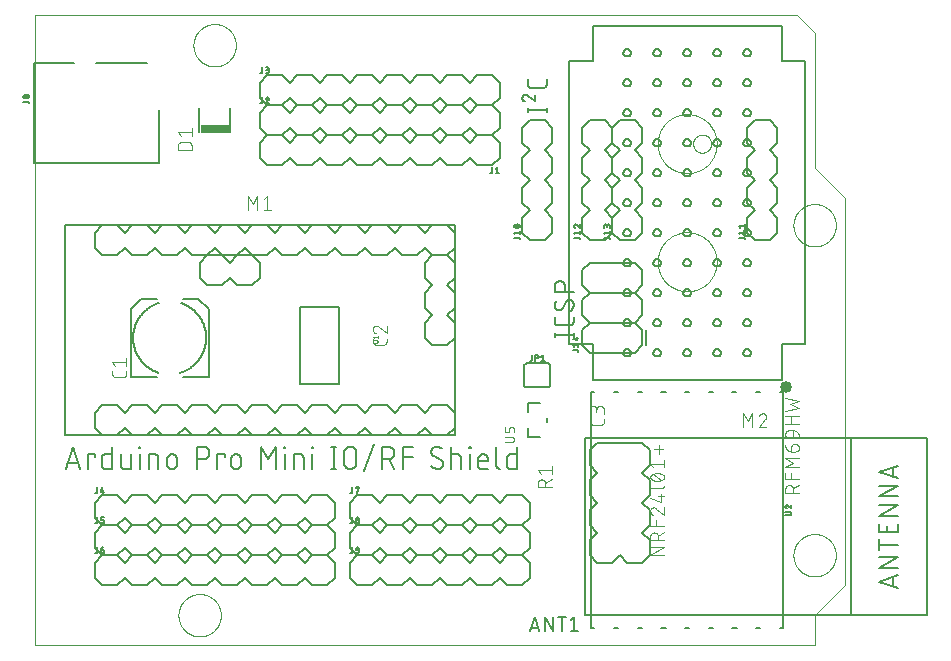
<source format=gto>
G75*
%MOIN*%
%OFA0B0*%
%FSLAX25Y25*%
%IPPOS*%
%LPD*%
%AMOC8*
5,1,8,0,0,1.08239X$1,22.5*
%
%ADD10C,0.00600*%
%ADD11C,0.00400*%
%ADD12C,0.00000*%
%ADD13C,0.00500*%
%ADD14C,0.00800*%
%ADD15C,0.00100*%
%ADD16R,0.09646X0.02657*%
%ADD17C,0.04000*%
D10*
X0027800Y0063800D02*
X0030267Y0071200D01*
X0032733Y0063800D01*
X0032117Y0065650D02*
X0028417Y0065650D01*
X0035304Y0063800D02*
X0035304Y0068733D01*
X0037770Y0068733D01*
X0037770Y0067911D01*
X0039835Y0067500D02*
X0039835Y0065033D01*
X0039836Y0065033D02*
X0039838Y0064964D01*
X0039844Y0064895D01*
X0039853Y0064826D01*
X0039867Y0064759D01*
X0039884Y0064692D01*
X0039905Y0064626D01*
X0039930Y0064561D01*
X0039958Y0064498D01*
X0039990Y0064437D01*
X0040025Y0064377D01*
X0040063Y0064319D01*
X0040105Y0064264D01*
X0040150Y0064211D01*
X0040197Y0064161D01*
X0040247Y0064114D01*
X0040300Y0064069D01*
X0040355Y0064027D01*
X0040413Y0063989D01*
X0040473Y0063954D01*
X0040534Y0063922D01*
X0040597Y0063894D01*
X0040662Y0063869D01*
X0040728Y0063848D01*
X0040795Y0063831D01*
X0040862Y0063817D01*
X0040931Y0063808D01*
X0041000Y0063802D01*
X0041069Y0063800D01*
X0043124Y0063800D01*
X0043124Y0071200D01*
X0043124Y0068733D02*
X0041069Y0068733D01*
X0041000Y0068731D01*
X0040931Y0068725D01*
X0040862Y0068716D01*
X0040795Y0068702D01*
X0040728Y0068685D01*
X0040662Y0068664D01*
X0040597Y0068639D01*
X0040534Y0068611D01*
X0040473Y0068579D01*
X0040413Y0068544D01*
X0040356Y0068506D01*
X0040300Y0068464D01*
X0040247Y0068419D01*
X0040197Y0068372D01*
X0040150Y0068322D01*
X0040105Y0068269D01*
X0040063Y0068214D01*
X0040025Y0068156D01*
X0039990Y0068096D01*
X0039958Y0068035D01*
X0039930Y0067972D01*
X0039905Y0067907D01*
X0039884Y0067841D01*
X0039867Y0067774D01*
X0039853Y0067707D01*
X0039844Y0067638D01*
X0039838Y0067569D01*
X0039836Y0067500D01*
X0046283Y0068733D02*
X0046283Y0065033D01*
X0046285Y0064964D01*
X0046291Y0064895D01*
X0046300Y0064826D01*
X0046314Y0064759D01*
X0046331Y0064692D01*
X0046352Y0064626D01*
X0046377Y0064561D01*
X0046405Y0064498D01*
X0046437Y0064437D01*
X0046472Y0064377D01*
X0046510Y0064319D01*
X0046552Y0064264D01*
X0046597Y0064211D01*
X0046644Y0064161D01*
X0046694Y0064114D01*
X0046747Y0064069D01*
X0046802Y0064027D01*
X0046860Y0063989D01*
X0046920Y0063954D01*
X0046981Y0063922D01*
X0047044Y0063894D01*
X0047109Y0063869D01*
X0047175Y0063848D01*
X0047242Y0063831D01*
X0047309Y0063817D01*
X0047378Y0063808D01*
X0047447Y0063802D01*
X0047516Y0063800D01*
X0049572Y0063800D01*
X0049572Y0068733D01*
X0052515Y0068733D02*
X0052515Y0063800D01*
X0055457Y0063800D02*
X0055457Y0068733D01*
X0057513Y0068733D01*
X0057582Y0068731D01*
X0057651Y0068725D01*
X0057720Y0068716D01*
X0057787Y0068702D01*
X0057854Y0068685D01*
X0057920Y0068664D01*
X0057985Y0068639D01*
X0058048Y0068611D01*
X0058109Y0068579D01*
X0058169Y0068544D01*
X0058227Y0068506D01*
X0058282Y0068464D01*
X0058335Y0068419D01*
X0058385Y0068372D01*
X0058432Y0068322D01*
X0058477Y0068269D01*
X0058519Y0068214D01*
X0058557Y0068156D01*
X0058592Y0068096D01*
X0058624Y0068035D01*
X0058652Y0067972D01*
X0058677Y0067907D01*
X0058698Y0067841D01*
X0058715Y0067774D01*
X0058729Y0067707D01*
X0058738Y0067638D01*
X0058744Y0067569D01*
X0058746Y0067500D01*
X0058746Y0063800D01*
X0061650Y0065444D02*
X0061650Y0067089D01*
X0061652Y0067168D01*
X0061658Y0067248D01*
X0061667Y0067327D01*
X0061681Y0067405D01*
X0061698Y0067482D01*
X0061719Y0067559D01*
X0061743Y0067635D01*
X0061771Y0067709D01*
X0061803Y0067782D01*
X0061838Y0067853D01*
X0061877Y0067922D01*
X0061919Y0067990D01*
X0061964Y0068055D01*
X0062012Y0068118D01*
X0062063Y0068179D01*
X0062118Y0068237D01*
X0062174Y0068293D01*
X0062234Y0068346D01*
X0062296Y0068395D01*
X0062360Y0068442D01*
X0062427Y0068486D01*
X0062495Y0068526D01*
X0062565Y0068563D01*
X0062637Y0068596D01*
X0062711Y0068626D01*
X0062786Y0068653D01*
X0062862Y0068675D01*
X0062939Y0068694D01*
X0063017Y0068710D01*
X0063096Y0068721D01*
X0063175Y0068729D01*
X0063254Y0068733D01*
X0063334Y0068733D01*
X0063413Y0068729D01*
X0063492Y0068721D01*
X0063571Y0068710D01*
X0063649Y0068694D01*
X0063726Y0068675D01*
X0063802Y0068653D01*
X0063877Y0068626D01*
X0063951Y0068596D01*
X0064023Y0068563D01*
X0064093Y0068526D01*
X0064161Y0068486D01*
X0064228Y0068442D01*
X0064292Y0068395D01*
X0064354Y0068346D01*
X0064414Y0068293D01*
X0064470Y0068237D01*
X0064525Y0068179D01*
X0064576Y0068118D01*
X0064624Y0068055D01*
X0064669Y0067990D01*
X0064711Y0067922D01*
X0064750Y0067853D01*
X0064785Y0067782D01*
X0064817Y0067709D01*
X0064845Y0067635D01*
X0064869Y0067559D01*
X0064890Y0067482D01*
X0064907Y0067405D01*
X0064921Y0067327D01*
X0064930Y0067248D01*
X0064936Y0067168D01*
X0064938Y0067089D01*
X0064939Y0067089D02*
X0064939Y0065444D01*
X0064938Y0065444D02*
X0064936Y0065365D01*
X0064930Y0065285D01*
X0064921Y0065206D01*
X0064907Y0065128D01*
X0064890Y0065051D01*
X0064869Y0064974D01*
X0064845Y0064898D01*
X0064817Y0064824D01*
X0064785Y0064751D01*
X0064750Y0064680D01*
X0064711Y0064611D01*
X0064669Y0064543D01*
X0064624Y0064478D01*
X0064576Y0064415D01*
X0064525Y0064354D01*
X0064470Y0064296D01*
X0064414Y0064240D01*
X0064354Y0064187D01*
X0064292Y0064138D01*
X0064228Y0064091D01*
X0064161Y0064047D01*
X0064093Y0064007D01*
X0064023Y0063970D01*
X0063951Y0063937D01*
X0063877Y0063907D01*
X0063802Y0063880D01*
X0063726Y0063858D01*
X0063649Y0063839D01*
X0063571Y0063823D01*
X0063492Y0063812D01*
X0063413Y0063804D01*
X0063334Y0063800D01*
X0063254Y0063800D01*
X0063175Y0063804D01*
X0063096Y0063812D01*
X0063017Y0063823D01*
X0062939Y0063839D01*
X0062862Y0063858D01*
X0062786Y0063880D01*
X0062711Y0063907D01*
X0062637Y0063937D01*
X0062565Y0063970D01*
X0062495Y0064007D01*
X0062427Y0064047D01*
X0062360Y0064091D01*
X0062296Y0064138D01*
X0062234Y0064187D01*
X0062174Y0064240D01*
X0062118Y0064296D01*
X0062063Y0064354D01*
X0062012Y0064415D01*
X0061964Y0064478D01*
X0061919Y0064543D01*
X0061877Y0064611D01*
X0061838Y0064680D01*
X0061803Y0064751D01*
X0061771Y0064824D01*
X0061743Y0064898D01*
X0061719Y0064974D01*
X0061698Y0065051D01*
X0061681Y0065128D01*
X0061667Y0065206D01*
X0061658Y0065285D01*
X0061652Y0065365D01*
X0061650Y0065444D01*
X0071633Y0063800D02*
X0071633Y0071200D01*
X0073689Y0071200D01*
X0073779Y0071198D01*
X0073868Y0071192D01*
X0073957Y0071182D01*
X0074046Y0071169D01*
X0074134Y0071151D01*
X0074221Y0071130D01*
X0074307Y0071105D01*
X0074392Y0071076D01*
X0074476Y0071043D01*
X0074558Y0071007D01*
X0074638Y0070968D01*
X0074717Y0070925D01*
X0074794Y0070878D01*
X0074868Y0070828D01*
X0074941Y0070775D01*
X0075011Y0070719D01*
X0075078Y0070660D01*
X0075143Y0070598D01*
X0075205Y0070533D01*
X0075264Y0070466D01*
X0075320Y0070396D01*
X0075373Y0070323D01*
X0075423Y0070249D01*
X0075470Y0070172D01*
X0075513Y0070093D01*
X0075552Y0070013D01*
X0075588Y0069931D01*
X0075621Y0069847D01*
X0075650Y0069762D01*
X0075675Y0069676D01*
X0075696Y0069589D01*
X0075714Y0069501D01*
X0075727Y0069412D01*
X0075737Y0069323D01*
X0075743Y0069234D01*
X0075745Y0069144D01*
X0075743Y0069054D01*
X0075737Y0068965D01*
X0075727Y0068876D01*
X0075714Y0068787D01*
X0075696Y0068699D01*
X0075675Y0068612D01*
X0075650Y0068526D01*
X0075621Y0068441D01*
X0075588Y0068357D01*
X0075552Y0068275D01*
X0075513Y0068195D01*
X0075470Y0068116D01*
X0075423Y0068039D01*
X0075373Y0067965D01*
X0075320Y0067892D01*
X0075264Y0067822D01*
X0075205Y0067755D01*
X0075143Y0067690D01*
X0075078Y0067628D01*
X0075011Y0067569D01*
X0074941Y0067513D01*
X0074868Y0067460D01*
X0074794Y0067410D01*
X0074717Y0067363D01*
X0074638Y0067320D01*
X0074558Y0067281D01*
X0074476Y0067245D01*
X0074392Y0067212D01*
X0074307Y0067183D01*
X0074221Y0067158D01*
X0074134Y0067137D01*
X0074046Y0067119D01*
X0073957Y0067106D01*
X0073868Y0067096D01*
X0073779Y0067090D01*
X0073689Y0067088D01*
X0073689Y0067089D02*
X0071633Y0067089D01*
X0078423Y0068733D02*
X0078423Y0063800D01*
X0080890Y0067911D02*
X0080890Y0068733D01*
X0078423Y0068733D01*
X0082980Y0067089D02*
X0082980Y0065444D01*
X0082981Y0065444D02*
X0082983Y0065365D01*
X0082989Y0065285D01*
X0082998Y0065206D01*
X0083012Y0065128D01*
X0083029Y0065051D01*
X0083050Y0064974D01*
X0083074Y0064898D01*
X0083102Y0064824D01*
X0083134Y0064751D01*
X0083169Y0064680D01*
X0083208Y0064611D01*
X0083250Y0064543D01*
X0083295Y0064478D01*
X0083343Y0064415D01*
X0083394Y0064354D01*
X0083449Y0064296D01*
X0083505Y0064240D01*
X0083565Y0064187D01*
X0083627Y0064138D01*
X0083691Y0064091D01*
X0083758Y0064047D01*
X0083826Y0064007D01*
X0083896Y0063970D01*
X0083968Y0063937D01*
X0084042Y0063907D01*
X0084117Y0063880D01*
X0084193Y0063858D01*
X0084270Y0063839D01*
X0084348Y0063823D01*
X0084427Y0063812D01*
X0084506Y0063804D01*
X0084585Y0063800D01*
X0084665Y0063800D01*
X0084744Y0063804D01*
X0084823Y0063812D01*
X0084902Y0063823D01*
X0084980Y0063839D01*
X0085057Y0063858D01*
X0085133Y0063880D01*
X0085208Y0063907D01*
X0085282Y0063937D01*
X0085354Y0063970D01*
X0085424Y0064007D01*
X0085492Y0064047D01*
X0085559Y0064091D01*
X0085623Y0064138D01*
X0085685Y0064187D01*
X0085745Y0064240D01*
X0085801Y0064296D01*
X0085856Y0064354D01*
X0085907Y0064415D01*
X0085955Y0064478D01*
X0086000Y0064543D01*
X0086042Y0064611D01*
X0086081Y0064680D01*
X0086116Y0064751D01*
X0086148Y0064824D01*
X0086176Y0064898D01*
X0086200Y0064974D01*
X0086221Y0065051D01*
X0086238Y0065128D01*
X0086252Y0065206D01*
X0086261Y0065285D01*
X0086267Y0065365D01*
X0086269Y0065444D01*
X0086269Y0067089D01*
X0086267Y0067168D01*
X0086261Y0067248D01*
X0086252Y0067327D01*
X0086238Y0067405D01*
X0086221Y0067482D01*
X0086200Y0067559D01*
X0086176Y0067635D01*
X0086148Y0067709D01*
X0086116Y0067782D01*
X0086081Y0067853D01*
X0086042Y0067922D01*
X0086000Y0067990D01*
X0085955Y0068055D01*
X0085907Y0068118D01*
X0085856Y0068179D01*
X0085801Y0068237D01*
X0085745Y0068293D01*
X0085685Y0068346D01*
X0085623Y0068395D01*
X0085559Y0068442D01*
X0085492Y0068486D01*
X0085424Y0068526D01*
X0085354Y0068563D01*
X0085282Y0068596D01*
X0085208Y0068626D01*
X0085133Y0068653D01*
X0085057Y0068675D01*
X0084980Y0068694D01*
X0084902Y0068710D01*
X0084823Y0068721D01*
X0084744Y0068729D01*
X0084665Y0068733D01*
X0084585Y0068733D01*
X0084506Y0068729D01*
X0084427Y0068721D01*
X0084348Y0068710D01*
X0084270Y0068694D01*
X0084193Y0068675D01*
X0084117Y0068653D01*
X0084042Y0068626D01*
X0083968Y0068596D01*
X0083896Y0068563D01*
X0083826Y0068526D01*
X0083758Y0068486D01*
X0083691Y0068442D01*
X0083627Y0068395D01*
X0083565Y0068346D01*
X0083505Y0068293D01*
X0083449Y0068237D01*
X0083394Y0068179D01*
X0083343Y0068118D01*
X0083295Y0068055D01*
X0083250Y0067990D01*
X0083208Y0067922D01*
X0083169Y0067853D01*
X0083134Y0067782D01*
X0083102Y0067709D01*
X0083074Y0067635D01*
X0083050Y0067559D01*
X0083029Y0067482D01*
X0083012Y0067405D01*
X0082998Y0067327D01*
X0082989Y0067248D01*
X0082983Y0067168D01*
X0082981Y0067089D01*
X0092938Y0063800D02*
X0092938Y0071200D01*
X0095405Y0067089D01*
X0097871Y0071200D01*
X0097871Y0063800D01*
X0100909Y0063800D02*
X0100909Y0068733D01*
X0101115Y0070789D02*
X0100704Y0070789D01*
X0100704Y0071200D01*
X0101115Y0071200D01*
X0101115Y0070789D01*
X0103852Y0068733D02*
X0105908Y0068733D01*
X0105977Y0068731D01*
X0106046Y0068725D01*
X0106115Y0068716D01*
X0106182Y0068702D01*
X0106249Y0068685D01*
X0106315Y0068664D01*
X0106380Y0068639D01*
X0106443Y0068611D01*
X0106504Y0068579D01*
X0106564Y0068544D01*
X0106622Y0068506D01*
X0106677Y0068464D01*
X0106730Y0068419D01*
X0106780Y0068372D01*
X0106827Y0068322D01*
X0106872Y0068269D01*
X0106914Y0068214D01*
X0106952Y0068156D01*
X0106987Y0068096D01*
X0107019Y0068035D01*
X0107047Y0067972D01*
X0107072Y0067907D01*
X0107093Y0067841D01*
X0107110Y0067774D01*
X0107124Y0067707D01*
X0107133Y0067638D01*
X0107139Y0067569D01*
X0107141Y0067500D01*
X0107141Y0063800D01*
X0110084Y0063800D02*
X0110084Y0068733D01*
X0110289Y0070789D02*
X0109878Y0070789D01*
X0109878Y0071200D01*
X0110289Y0071200D01*
X0110289Y0070789D01*
X0116372Y0071200D02*
X0118016Y0071200D01*
X0117194Y0071200D02*
X0117194Y0063800D01*
X0116372Y0063800D02*
X0118016Y0063800D01*
X0120643Y0065856D02*
X0120643Y0069144D01*
X0120642Y0069144D02*
X0120644Y0069234D01*
X0120650Y0069323D01*
X0120660Y0069412D01*
X0120673Y0069501D01*
X0120691Y0069589D01*
X0120712Y0069676D01*
X0120737Y0069762D01*
X0120766Y0069847D01*
X0120799Y0069931D01*
X0120835Y0070013D01*
X0120874Y0070093D01*
X0120917Y0070172D01*
X0120964Y0070249D01*
X0121014Y0070323D01*
X0121067Y0070396D01*
X0121123Y0070466D01*
X0121182Y0070533D01*
X0121244Y0070598D01*
X0121309Y0070660D01*
X0121376Y0070719D01*
X0121446Y0070775D01*
X0121519Y0070828D01*
X0121593Y0070878D01*
X0121670Y0070925D01*
X0121749Y0070968D01*
X0121829Y0071007D01*
X0121911Y0071043D01*
X0121995Y0071076D01*
X0122080Y0071105D01*
X0122166Y0071130D01*
X0122253Y0071151D01*
X0122341Y0071169D01*
X0122430Y0071182D01*
X0122519Y0071192D01*
X0122608Y0071198D01*
X0122698Y0071200D01*
X0122788Y0071198D01*
X0122877Y0071192D01*
X0122966Y0071182D01*
X0123055Y0071169D01*
X0123143Y0071151D01*
X0123230Y0071130D01*
X0123316Y0071105D01*
X0123401Y0071076D01*
X0123485Y0071043D01*
X0123567Y0071007D01*
X0123647Y0070968D01*
X0123726Y0070925D01*
X0123803Y0070878D01*
X0123877Y0070828D01*
X0123950Y0070775D01*
X0124020Y0070719D01*
X0124087Y0070660D01*
X0124152Y0070598D01*
X0124214Y0070533D01*
X0124273Y0070466D01*
X0124329Y0070396D01*
X0124382Y0070323D01*
X0124432Y0070249D01*
X0124479Y0070172D01*
X0124522Y0070093D01*
X0124561Y0070013D01*
X0124597Y0069931D01*
X0124630Y0069847D01*
X0124659Y0069762D01*
X0124684Y0069676D01*
X0124705Y0069589D01*
X0124723Y0069501D01*
X0124736Y0069412D01*
X0124746Y0069323D01*
X0124752Y0069234D01*
X0124754Y0069144D01*
X0124754Y0065856D01*
X0124752Y0065766D01*
X0124746Y0065677D01*
X0124736Y0065588D01*
X0124723Y0065499D01*
X0124705Y0065411D01*
X0124684Y0065324D01*
X0124659Y0065238D01*
X0124630Y0065153D01*
X0124597Y0065069D01*
X0124561Y0064987D01*
X0124522Y0064907D01*
X0124479Y0064828D01*
X0124432Y0064751D01*
X0124382Y0064677D01*
X0124329Y0064604D01*
X0124273Y0064534D01*
X0124214Y0064467D01*
X0124152Y0064402D01*
X0124087Y0064340D01*
X0124020Y0064281D01*
X0123950Y0064225D01*
X0123877Y0064172D01*
X0123803Y0064122D01*
X0123726Y0064075D01*
X0123647Y0064032D01*
X0123567Y0063993D01*
X0123485Y0063957D01*
X0123401Y0063924D01*
X0123316Y0063895D01*
X0123230Y0063870D01*
X0123143Y0063849D01*
X0123055Y0063831D01*
X0122966Y0063818D01*
X0122877Y0063808D01*
X0122788Y0063802D01*
X0122698Y0063800D01*
X0122608Y0063802D01*
X0122519Y0063808D01*
X0122430Y0063818D01*
X0122341Y0063831D01*
X0122253Y0063849D01*
X0122166Y0063870D01*
X0122080Y0063895D01*
X0121995Y0063924D01*
X0121911Y0063957D01*
X0121829Y0063993D01*
X0121749Y0064032D01*
X0121670Y0064075D01*
X0121593Y0064122D01*
X0121519Y0064172D01*
X0121446Y0064225D01*
X0121376Y0064281D01*
X0121309Y0064340D01*
X0121244Y0064402D01*
X0121182Y0064467D01*
X0121123Y0064534D01*
X0121067Y0064604D01*
X0121014Y0064677D01*
X0120964Y0064751D01*
X0120917Y0064828D01*
X0120874Y0064907D01*
X0120835Y0064987D01*
X0120799Y0065069D01*
X0120766Y0065153D01*
X0120737Y0065238D01*
X0120712Y0065324D01*
X0120691Y0065411D01*
X0120673Y0065499D01*
X0120660Y0065588D01*
X0120650Y0065677D01*
X0120644Y0065766D01*
X0120642Y0065856D01*
X0127247Y0062978D02*
X0130536Y0072022D01*
X0133289Y0071200D02*
X0135345Y0071200D01*
X0135435Y0071198D01*
X0135524Y0071192D01*
X0135613Y0071182D01*
X0135702Y0071169D01*
X0135790Y0071151D01*
X0135877Y0071130D01*
X0135963Y0071105D01*
X0136048Y0071076D01*
X0136132Y0071043D01*
X0136214Y0071007D01*
X0136294Y0070968D01*
X0136373Y0070925D01*
X0136450Y0070878D01*
X0136524Y0070828D01*
X0136597Y0070775D01*
X0136667Y0070719D01*
X0136734Y0070660D01*
X0136799Y0070598D01*
X0136861Y0070533D01*
X0136920Y0070466D01*
X0136976Y0070396D01*
X0137029Y0070323D01*
X0137079Y0070249D01*
X0137126Y0070172D01*
X0137169Y0070093D01*
X0137208Y0070013D01*
X0137244Y0069931D01*
X0137277Y0069847D01*
X0137306Y0069762D01*
X0137331Y0069676D01*
X0137352Y0069589D01*
X0137370Y0069501D01*
X0137383Y0069412D01*
X0137393Y0069323D01*
X0137399Y0069234D01*
X0137401Y0069144D01*
X0137399Y0069054D01*
X0137393Y0068965D01*
X0137383Y0068876D01*
X0137370Y0068787D01*
X0137352Y0068699D01*
X0137331Y0068612D01*
X0137306Y0068526D01*
X0137277Y0068441D01*
X0137244Y0068357D01*
X0137208Y0068275D01*
X0137169Y0068195D01*
X0137126Y0068116D01*
X0137079Y0068039D01*
X0137029Y0067965D01*
X0136976Y0067892D01*
X0136920Y0067822D01*
X0136861Y0067755D01*
X0136799Y0067690D01*
X0136734Y0067628D01*
X0136667Y0067569D01*
X0136597Y0067513D01*
X0136524Y0067460D01*
X0136450Y0067410D01*
X0136373Y0067363D01*
X0136294Y0067320D01*
X0136214Y0067281D01*
X0136132Y0067245D01*
X0136048Y0067212D01*
X0135963Y0067183D01*
X0135877Y0067158D01*
X0135790Y0067137D01*
X0135702Y0067119D01*
X0135613Y0067106D01*
X0135524Y0067096D01*
X0135435Y0067090D01*
X0135345Y0067088D01*
X0135345Y0067089D02*
X0133289Y0067089D01*
X0135756Y0067089D02*
X0137400Y0063800D01*
X0140379Y0063800D02*
X0140379Y0071200D01*
X0143668Y0071200D01*
X0143668Y0067911D02*
X0140379Y0067911D01*
X0133289Y0071200D02*
X0133289Y0063800D01*
X0150570Y0068117D02*
X0152831Y0066883D01*
X0152009Y0063800D02*
X0151895Y0063802D01*
X0151781Y0063808D01*
X0151667Y0063817D01*
X0151553Y0063830D01*
X0151440Y0063847D01*
X0151328Y0063867D01*
X0151216Y0063892D01*
X0151105Y0063920D01*
X0150995Y0063951D01*
X0150887Y0063986D01*
X0150779Y0064025D01*
X0150673Y0064067D01*
X0150568Y0064113D01*
X0150465Y0064162D01*
X0150363Y0064214D01*
X0150264Y0064270D01*
X0150166Y0064329D01*
X0150070Y0064392D01*
X0149976Y0064457D01*
X0149885Y0064525D01*
X0149795Y0064597D01*
X0149708Y0064671D01*
X0149624Y0064748D01*
X0149542Y0064828D01*
X0152831Y0066883D02*
X0152898Y0066841D01*
X0152963Y0066796D01*
X0153025Y0066749D01*
X0153086Y0066698D01*
X0153144Y0066645D01*
X0153199Y0066589D01*
X0153252Y0066530D01*
X0153302Y0066469D01*
X0153348Y0066406D01*
X0153392Y0066340D01*
X0153433Y0066273D01*
X0153470Y0066203D01*
X0153505Y0066132D01*
X0153535Y0066060D01*
X0153563Y0065986D01*
X0153586Y0065911D01*
X0153607Y0065834D01*
X0153623Y0065757D01*
X0153636Y0065680D01*
X0153646Y0065601D01*
X0153651Y0065523D01*
X0153653Y0065444D01*
X0153651Y0065366D01*
X0153646Y0065288D01*
X0153636Y0065210D01*
X0153623Y0065133D01*
X0153607Y0065056D01*
X0153586Y0064981D01*
X0153563Y0064906D01*
X0153535Y0064833D01*
X0153504Y0064761D01*
X0153470Y0064691D01*
X0153433Y0064622D01*
X0153392Y0064555D01*
X0153348Y0064490D01*
X0153301Y0064428D01*
X0153251Y0064367D01*
X0153199Y0064310D01*
X0153143Y0064254D01*
X0153086Y0064202D01*
X0153025Y0064152D01*
X0152963Y0064105D01*
X0152898Y0064061D01*
X0152831Y0064020D01*
X0152762Y0063983D01*
X0152692Y0063949D01*
X0152620Y0063918D01*
X0152547Y0063890D01*
X0152472Y0063867D01*
X0152397Y0063846D01*
X0152320Y0063830D01*
X0152243Y0063817D01*
X0152165Y0063807D01*
X0152087Y0063802D01*
X0152009Y0063800D01*
X0156375Y0063800D02*
X0156375Y0071200D01*
X0156375Y0068733D02*
X0158431Y0068733D01*
X0158500Y0068731D01*
X0158569Y0068725D01*
X0158638Y0068716D01*
X0158705Y0068702D01*
X0158772Y0068685D01*
X0158838Y0068664D01*
X0158903Y0068639D01*
X0158966Y0068611D01*
X0159027Y0068579D01*
X0159087Y0068544D01*
X0159145Y0068506D01*
X0159200Y0068464D01*
X0159253Y0068419D01*
X0159303Y0068372D01*
X0159350Y0068322D01*
X0159395Y0068269D01*
X0159437Y0068214D01*
X0159475Y0068156D01*
X0159510Y0068096D01*
X0159542Y0068035D01*
X0159570Y0067972D01*
X0159595Y0067907D01*
X0159616Y0067841D01*
X0159633Y0067774D01*
X0159647Y0067707D01*
X0159656Y0067638D01*
X0159662Y0067569D01*
X0159664Y0067500D01*
X0159664Y0063800D01*
X0162607Y0063800D02*
X0162607Y0068733D01*
X0162813Y0070789D02*
X0162401Y0070789D01*
X0162401Y0071200D01*
X0162813Y0071200D01*
X0162813Y0070789D01*
X0165320Y0067089D02*
X0165320Y0065033D01*
X0165320Y0066267D02*
X0168609Y0066267D01*
X0168609Y0067089D01*
X0168607Y0067168D01*
X0168601Y0067248D01*
X0168592Y0067327D01*
X0168578Y0067405D01*
X0168561Y0067482D01*
X0168540Y0067559D01*
X0168516Y0067635D01*
X0168488Y0067709D01*
X0168456Y0067782D01*
X0168421Y0067853D01*
X0168382Y0067922D01*
X0168340Y0067990D01*
X0168295Y0068055D01*
X0168247Y0068118D01*
X0168196Y0068179D01*
X0168141Y0068237D01*
X0168085Y0068293D01*
X0168025Y0068346D01*
X0167963Y0068395D01*
X0167899Y0068442D01*
X0167832Y0068486D01*
X0167764Y0068526D01*
X0167694Y0068563D01*
X0167622Y0068596D01*
X0167548Y0068626D01*
X0167473Y0068653D01*
X0167397Y0068675D01*
X0167320Y0068694D01*
X0167242Y0068710D01*
X0167163Y0068721D01*
X0167084Y0068729D01*
X0167005Y0068733D01*
X0166925Y0068733D01*
X0166846Y0068729D01*
X0166767Y0068721D01*
X0166688Y0068710D01*
X0166610Y0068694D01*
X0166533Y0068675D01*
X0166457Y0068653D01*
X0166382Y0068626D01*
X0166308Y0068596D01*
X0166236Y0068563D01*
X0166166Y0068526D01*
X0166098Y0068486D01*
X0166031Y0068442D01*
X0165967Y0068395D01*
X0165905Y0068346D01*
X0165845Y0068293D01*
X0165789Y0068237D01*
X0165734Y0068179D01*
X0165683Y0068118D01*
X0165635Y0068055D01*
X0165590Y0067990D01*
X0165548Y0067922D01*
X0165509Y0067853D01*
X0165474Y0067782D01*
X0165442Y0067709D01*
X0165414Y0067635D01*
X0165390Y0067559D01*
X0165369Y0067482D01*
X0165352Y0067405D01*
X0165338Y0067327D01*
X0165329Y0067248D01*
X0165323Y0067168D01*
X0165321Y0067089D01*
X0165321Y0065033D02*
X0165323Y0064964D01*
X0165329Y0064895D01*
X0165338Y0064826D01*
X0165352Y0064759D01*
X0165369Y0064692D01*
X0165390Y0064626D01*
X0165415Y0064561D01*
X0165443Y0064498D01*
X0165475Y0064437D01*
X0165510Y0064377D01*
X0165548Y0064319D01*
X0165590Y0064264D01*
X0165635Y0064211D01*
X0165682Y0064161D01*
X0165732Y0064114D01*
X0165785Y0064069D01*
X0165840Y0064027D01*
X0165898Y0063989D01*
X0165958Y0063954D01*
X0166019Y0063922D01*
X0166082Y0063894D01*
X0166147Y0063869D01*
X0166213Y0063848D01*
X0166280Y0063831D01*
X0166347Y0063817D01*
X0166416Y0063808D01*
X0166485Y0063802D01*
X0166554Y0063800D01*
X0168609Y0063800D01*
X0171416Y0065033D02*
X0171416Y0071200D01*
X0174928Y0067500D02*
X0174928Y0065033D01*
X0174930Y0064964D01*
X0174936Y0064895D01*
X0174945Y0064826D01*
X0174959Y0064759D01*
X0174976Y0064692D01*
X0174997Y0064626D01*
X0175022Y0064561D01*
X0175050Y0064498D01*
X0175082Y0064437D01*
X0175117Y0064377D01*
X0175155Y0064319D01*
X0175197Y0064264D01*
X0175242Y0064211D01*
X0175289Y0064161D01*
X0175339Y0064114D01*
X0175392Y0064069D01*
X0175447Y0064027D01*
X0175505Y0063989D01*
X0175565Y0063954D01*
X0175626Y0063922D01*
X0175689Y0063894D01*
X0175754Y0063869D01*
X0175820Y0063848D01*
X0175887Y0063831D01*
X0175954Y0063817D01*
X0176023Y0063808D01*
X0176092Y0063802D01*
X0176161Y0063800D01*
X0178217Y0063800D01*
X0178217Y0071200D01*
X0178217Y0068733D02*
X0176161Y0068733D01*
X0176092Y0068731D01*
X0176023Y0068725D01*
X0175954Y0068716D01*
X0175887Y0068702D01*
X0175820Y0068685D01*
X0175754Y0068664D01*
X0175689Y0068639D01*
X0175626Y0068611D01*
X0175565Y0068579D01*
X0175505Y0068544D01*
X0175448Y0068506D01*
X0175392Y0068464D01*
X0175339Y0068419D01*
X0175289Y0068372D01*
X0175242Y0068322D01*
X0175197Y0068269D01*
X0175155Y0068214D01*
X0175117Y0068156D01*
X0175082Y0068096D01*
X0175050Y0068035D01*
X0175022Y0067972D01*
X0174997Y0067907D01*
X0174976Y0067841D01*
X0174959Y0067774D01*
X0174945Y0067707D01*
X0174936Y0067638D01*
X0174930Y0067569D01*
X0174928Y0067500D01*
X0171416Y0065033D02*
X0171418Y0064964D01*
X0171424Y0064895D01*
X0171433Y0064826D01*
X0171447Y0064759D01*
X0171464Y0064692D01*
X0171485Y0064626D01*
X0171510Y0064561D01*
X0171538Y0064498D01*
X0171570Y0064437D01*
X0171605Y0064377D01*
X0171643Y0064319D01*
X0171685Y0064264D01*
X0171730Y0064211D01*
X0171777Y0064161D01*
X0171827Y0064114D01*
X0171880Y0064069D01*
X0171935Y0064027D01*
X0171993Y0063989D01*
X0172053Y0063954D01*
X0172114Y0063922D01*
X0172177Y0063894D01*
X0172242Y0063869D01*
X0172308Y0063848D01*
X0172375Y0063831D01*
X0172442Y0063817D01*
X0172511Y0063808D01*
X0172580Y0063802D01*
X0172649Y0063800D01*
X0153242Y0070583D02*
X0153152Y0070648D01*
X0153061Y0070709D01*
X0152967Y0070767D01*
X0152871Y0070822D01*
X0152774Y0070873D01*
X0152674Y0070921D01*
X0152573Y0070965D01*
X0152471Y0071005D01*
X0152367Y0071042D01*
X0152262Y0071075D01*
X0152156Y0071104D01*
X0152048Y0071129D01*
X0151940Y0071151D01*
X0151831Y0071169D01*
X0151722Y0071182D01*
X0151612Y0071192D01*
X0151502Y0071198D01*
X0151392Y0071200D01*
X0151314Y0071198D01*
X0151236Y0071193D01*
X0151158Y0071183D01*
X0151081Y0071170D01*
X0151004Y0071154D01*
X0150929Y0071133D01*
X0150854Y0071110D01*
X0150781Y0071082D01*
X0150709Y0071051D01*
X0150639Y0071017D01*
X0150570Y0070980D01*
X0150503Y0070939D01*
X0150438Y0070895D01*
X0150376Y0070848D01*
X0150315Y0070798D01*
X0150258Y0070746D01*
X0150202Y0070690D01*
X0150150Y0070633D01*
X0150100Y0070572D01*
X0150053Y0070510D01*
X0150009Y0070445D01*
X0149968Y0070378D01*
X0149931Y0070309D01*
X0149897Y0070239D01*
X0149866Y0070167D01*
X0149838Y0070094D01*
X0149815Y0070019D01*
X0149794Y0069944D01*
X0149778Y0069867D01*
X0149765Y0069790D01*
X0149755Y0069712D01*
X0149750Y0069634D01*
X0149748Y0069556D01*
X0149750Y0069477D01*
X0149755Y0069399D01*
X0149765Y0069320D01*
X0149778Y0069243D01*
X0149794Y0069166D01*
X0149815Y0069089D01*
X0149838Y0069014D01*
X0149866Y0068940D01*
X0149896Y0068868D01*
X0149931Y0068797D01*
X0149968Y0068727D01*
X0150009Y0068660D01*
X0150053Y0068594D01*
X0150099Y0068531D01*
X0150149Y0068470D01*
X0150202Y0068411D01*
X0150257Y0068355D01*
X0150315Y0068302D01*
X0150376Y0068251D01*
X0150438Y0068204D01*
X0150503Y0068159D01*
X0150570Y0068117D01*
X0180600Y0092000D02*
X0180600Y0098000D01*
X0180602Y0098060D01*
X0180607Y0098121D01*
X0180616Y0098180D01*
X0180629Y0098239D01*
X0180645Y0098298D01*
X0180665Y0098355D01*
X0180688Y0098410D01*
X0180715Y0098465D01*
X0180744Y0098517D01*
X0180777Y0098568D01*
X0180813Y0098617D01*
X0180851Y0098663D01*
X0180893Y0098707D01*
X0180937Y0098749D01*
X0180983Y0098787D01*
X0181032Y0098823D01*
X0181083Y0098856D01*
X0181135Y0098885D01*
X0181190Y0098912D01*
X0181245Y0098935D01*
X0181302Y0098955D01*
X0181361Y0098971D01*
X0181420Y0098984D01*
X0181479Y0098993D01*
X0181540Y0098998D01*
X0181600Y0099000D01*
X0188400Y0099000D01*
X0188460Y0098998D01*
X0188521Y0098993D01*
X0188580Y0098984D01*
X0188639Y0098971D01*
X0188698Y0098955D01*
X0188755Y0098935D01*
X0188810Y0098912D01*
X0188865Y0098885D01*
X0188917Y0098856D01*
X0188968Y0098823D01*
X0189017Y0098787D01*
X0189063Y0098749D01*
X0189107Y0098707D01*
X0189149Y0098663D01*
X0189187Y0098617D01*
X0189223Y0098568D01*
X0189256Y0098517D01*
X0189285Y0098465D01*
X0189312Y0098410D01*
X0189335Y0098355D01*
X0189355Y0098298D01*
X0189371Y0098239D01*
X0189384Y0098180D01*
X0189393Y0098121D01*
X0189398Y0098060D01*
X0189400Y0098000D01*
X0189400Y0092000D01*
X0189398Y0091940D01*
X0189393Y0091879D01*
X0189384Y0091820D01*
X0189371Y0091761D01*
X0189355Y0091702D01*
X0189335Y0091645D01*
X0189312Y0091590D01*
X0189285Y0091535D01*
X0189256Y0091483D01*
X0189223Y0091432D01*
X0189187Y0091383D01*
X0189149Y0091337D01*
X0189107Y0091293D01*
X0189063Y0091251D01*
X0189017Y0091213D01*
X0188968Y0091177D01*
X0188917Y0091144D01*
X0188865Y0091115D01*
X0188810Y0091088D01*
X0188755Y0091065D01*
X0188698Y0091045D01*
X0188639Y0091029D01*
X0188580Y0091016D01*
X0188521Y0091007D01*
X0188460Y0091002D01*
X0188400Y0091000D01*
X0181600Y0091000D01*
X0181540Y0091002D01*
X0181479Y0091007D01*
X0181420Y0091016D01*
X0181361Y0091029D01*
X0181302Y0091045D01*
X0181245Y0091065D01*
X0181190Y0091088D01*
X0181135Y0091115D01*
X0181083Y0091144D01*
X0181032Y0091177D01*
X0180983Y0091213D01*
X0180937Y0091251D01*
X0180893Y0091293D01*
X0180851Y0091337D01*
X0180813Y0091383D01*
X0180777Y0091432D01*
X0180744Y0091483D01*
X0180715Y0091535D01*
X0180688Y0091590D01*
X0180665Y0091645D01*
X0180645Y0091702D01*
X0180629Y0091761D01*
X0180616Y0091820D01*
X0180607Y0091879D01*
X0180602Y0091940D01*
X0180600Y0092000D01*
X0190800Y0107800D02*
X0190800Y0109222D01*
X0190800Y0108511D02*
X0197200Y0108511D01*
X0197200Y0107800D02*
X0197200Y0109222D01*
X0195778Y0111641D02*
X0192222Y0111641D01*
X0192148Y0111643D01*
X0192073Y0111649D01*
X0192000Y0111659D01*
X0191926Y0111672D01*
X0191854Y0111689D01*
X0191783Y0111711D01*
X0191712Y0111735D01*
X0191644Y0111764D01*
X0191576Y0111796D01*
X0191511Y0111832D01*
X0191448Y0111870D01*
X0191386Y0111913D01*
X0191327Y0111958D01*
X0191271Y0112006D01*
X0191217Y0112057D01*
X0191165Y0112111D01*
X0191117Y0112168D01*
X0191072Y0112227D01*
X0191029Y0112289D01*
X0190991Y0112352D01*
X0190955Y0112417D01*
X0190923Y0112485D01*
X0190894Y0112553D01*
X0190870Y0112624D01*
X0190848Y0112695D01*
X0190831Y0112767D01*
X0190818Y0112841D01*
X0190808Y0112914D01*
X0190802Y0112989D01*
X0190800Y0113063D01*
X0190800Y0114485D01*
X0195778Y0111641D02*
X0195852Y0111643D01*
X0195927Y0111649D01*
X0196000Y0111659D01*
X0196074Y0111672D01*
X0196146Y0111689D01*
X0196217Y0111711D01*
X0196288Y0111735D01*
X0196356Y0111764D01*
X0196424Y0111796D01*
X0196489Y0111832D01*
X0196552Y0111870D01*
X0196614Y0111913D01*
X0196673Y0111958D01*
X0196730Y0112006D01*
X0196784Y0112057D01*
X0196835Y0112111D01*
X0196883Y0112168D01*
X0196928Y0112227D01*
X0196971Y0112289D01*
X0197009Y0112352D01*
X0197045Y0112417D01*
X0197077Y0112485D01*
X0197106Y0112553D01*
X0197130Y0112624D01*
X0197152Y0112695D01*
X0197169Y0112767D01*
X0197182Y0112841D01*
X0197192Y0112914D01*
X0197198Y0112989D01*
X0197200Y0113063D01*
X0197200Y0114485D01*
X0194534Y0119424D02*
X0194574Y0119488D01*
X0194617Y0119549D01*
X0194663Y0119608D01*
X0194712Y0119665D01*
X0194764Y0119719D01*
X0194818Y0119770D01*
X0194876Y0119818D01*
X0194935Y0119864D01*
X0194997Y0119906D01*
X0195062Y0119945D01*
X0195128Y0119980D01*
X0195195Y0120012D01*
X0195265Y0120041D01*
X0195335Y0120066D01*
X0195407Y0120087D01*
X0195480Y0120104D01*
X0195554Y0120118D01*
X0195628Y0120127D01*
X0195703Y0120133D01*
X0195778Y0120135D01*
X0195852Y0120133D01*
X0195927Y0120127D01*
X0196000Y0120117D01*
X0196074Y0120104D01*
X0196146Y0120087D01*
X0196217Y0120065D01*
X0196288Y0120041D01*
X0196356Y0120012D01*
X0196424Y0119980D01*
X0196489Y0119944D01*
X0196552Y0119906D01*
X0196614Y0119863D01*
X0196673Y0119818D01*
X0196730Y0119770D01*
X0196784Y0119719D01*
X0196835Y0119665D01*
X0196883Y0119608D01*
X0196928Y0119549D01*
X0196971Y0119487D01*
X0197009Y0119424D01*
X0197045Y0119359D01*
X0197077Y0119291D01*
X0197106Y0119223D01*
X0197130Y0119152D01*
X0197152Y0119081D01*
X0197169Y0119009D01*
X0197182Y0118935D01*
X0197192Y0118862D01*
X0197198Y0118787D01*
X0197200Y0118713D01*
X0194533Y0119424D02*
X0193467Y0117469D01*
X0190800Y0118180D02*
X0190802Y0118281D01*
X0190808Y0118382D01*
X0190817Y0118482D01*
X0190831Y0118582D01*
X0190848Y0118682D01*
X0190868Y0118781D01*
X0190893Y0118878D01*
X0190921Y0118975D01*
X0190953Y0119071D01*
X0190989Y0119166D01*
X0191028Y0119259D01*
X0191070Y0119350D01*
X0191116Y0119440D01*
X0191166Y0119528D01*
X0191218Y0119614D01*
X0191274Y0119698D01*
X0191333Y0119780D01*
X0193466Y0117469D02*
X0193426Y0117405D01*
X0193383Y0117344D01*
X0193337Y0117285D01*
X0193288Y0117228D01*
X0193236Y0117174D01*
X0193182Y0117123D01*
X0193124Y0117075D01*
X0193065Y0117029D01*
X0193003Y0116987D01*
X0192938Y0116948D01*
X0192872Y0116913D01*
X0192805Y0116881D01*
X0192735Y0116852D01*
X0192665Y0116827D01*
X0192593Y0116806D01*
X0192520Y0116789D01*
X0192446Y0116775D01*
X0192372Y0116766D01*
X0192297Y0116760D01*
X0192222Y0116758D01*
X0192148Y0116760D01*
X0192073Y0116766D01*
X0192000Y0116776D01*
X0191926Y0116789D01*
X0191854Y0116806D01*
X0191783Y0116828D01*
X0191712Y0116852D01*
X0191644Y0116881D01*
X0191576Y0116913D01*
X0191511Y0116949D01*
X0191448Y0116987D01*
X0191386Y0117030D01*
X0191327Y0117075D01*
X0191270Y0117123D01*
X0191216Y0117174D01*
X0191165Y0117228D01*
X0191117Y0117285D01*
X0191072Y0117344D01*
X0191029Y0117406D01*
X0190991Y0117469D01*
X0190955Y0117534D01*
X0190923Y0117602D01*
X0190894Y0117670D01*
X0190870Y0117741D01*
X0190848Y0117812D01*
X0190831Y0117884D01*
X0190818Y0117958D01*
X0190808Y0118031D01*
X0190802Y0118106D01*
X0190800Y0118180D01*
X0196311Y0116580D02*
X0196386Y0116657D01*
X0196459Y0116737D01*
X0196528Y0116820D01*
X0196595Y0116905D01*
X0196658Y0116992D01*
X0196718Y0117081D01*
X0196775Y0117173D01*
X0196829Y0117266D01*
X0196879Y0117362D01*
X0196926Y0117459D01*
X0196969Y0117558D01*
X0197009Y0117658D01*
X0197045Y0117759D01*
X0197077Y0117862D01*
X0197106Y0117966D01*
X0197131Y0118071D01*
X0197152Y0118177D01*
X0197169Y0118283D01*
X0197183Y0118390D01*
X0197192Y0118498D01*
X0197198Y0118605D01*
X0197200Y0118713D01*
X0197200Y0122817D02*
X0190800Y0122817D01*
X0190800Y0124595D01*
X0190802Y0124678D01*
X0190808Y0124761D01*
X0190818Y0124844D01*
X0190831Y0124927D01*
X0190849Y0125008D01*
X0190870Y0125089D01*
X0190895Y0125168D01*
X0190924Y0125246D01*
X0190956Y0125323D01*
X0190992Y0125398D01*
X0191031Y0125472D01*
X0191074Y0125543D01*
X0191120Y0125613D01*
X0191170Y0125680D01*
X0191222Y0125745D01*
X0191277Y0125807D01*
X0191336Y0125867D01*
X0191397Y0125924D01*
X0191460Y0125978D01*
X0191526Y0126029D01*
X0191595Y0126076D01*
X0191665Y0126121D01*
X0191738Y0126162D01*
X0191812Y0126199D01*
X0191888Y0126234D01*
X0191966Y0126264D01*
X0192044Y0126291D01*
X0192125Y0126314D01*
X0192206Y0126334D01*
X0192288Y0126349D01*
X0192370Y0126361D01*
X0192453Y0126369D01*
X0192536Y0126373D01*
X0192620Y0126373D01*
X0192703Y0126369D01*
X0192786Y0126361D01*
X0192868Y0126349D01*
X0192950Y0126334D01*
X0193031Y0126314D01*
X0193112Y0126291D01*
X0193190Y0126264D01*
X0193268Y0126234D01*
X0193344Y0126199D01*
X0193418Y0126162D01*
X0193491Y0126121D01*
X0193561Y0126076D01*
X0193630Y0126029D01*
X0193696Y0125978D01*
X0193759Y0125924D01*
X0193820Y0125867D01*
X0193879Y0125807D01*
X0193934Y0125745D01*
X0193986Y0125680D01*
X0194036Y0125613D01*
X0194082Y0125543D01*
X0194125Y0125472D01*
X0194164Y0125398D01*
X0194200Y0125323D01*
X0194232Y0125246D01*
X0194261Y0125168D01*
X0194286Y0125089D01*
X0194307Y0125008D01*
X0194325Y0124927D01*
X0194338Y0124844D01*
X0194348Y0124761D01*
X0194354Y0124678D01*
X0194356Y0124595D01*
X0194356Y0122817D01*
X0188200Y0182800D02*
X0188200Y0184222D01*
X0188200Y0183511D02*
X0181800Y0183511D01*
X0181800Y0182800D02*
X0181800Y0184222D01*
X0181978Y0188119D02*
X0181926Y0188166D01*
X0181871Y0188210D01*
X0181815Y0188251D01*
X0181756Y0188289D01*
X0181695Y0188324D01*
X0181632Y0188355D01*
X0181568Y0188383D01*
X0181502Y0188407D01*
X0181435Y0188428D01*
X0181367Y0188445D01*
X0181298Y0188458D01*
X0181229Y0188467D01*
X0181159Y0188473D01*
X0181089Y0188475D01*
X0181978Y0188120D02*
X0184289Y0186342D01*
X0184289Y0188475D01*
X0183222Y0190744D02*
X0186778Y0190744D01*
X0186852Y0190746D01*
X0186927Y0190752D01*
X0187000Y0190762D01*
X0187074Y0190775D01*
X0187146Y0190792D01*
X0187217Y0190814D01*
X0187288Y0190838D01*
X0187356Y0190867D01*
X0187424Y0190899D01*
X0187489Y0190935D01*
X0187552Y0190973D01*
X0187614Y0191016D01*
X0187673Y0191061D01*
X0187730Y0191109D01*
X0187784Y0191160D01*
X0187835Y0191214D01*
X0187883Y0191271D01*
X0187928Y0191330D01*
X0187971Y0191392D01*
X0188009Y0191455D01*
X0188045Y0191520D01*
X0188077Y0191588D01*
X0188106Y0191656D01*
X0188130Y0191727D01*
X0188152Y0191798D01*
X0188169Y0191870D01*
X0188182Y0191944D01*
X0188192Y0192017D01*
X0188198Y0192092D01*
X0188200Y0192166D01*
X0188200Y0193588D01*
X0183222Y0190744D02*
X0183148Y0190746D01*
X0183073Y0190752D01*
X0183000Y0190762D01*
X0182926Y0190775D01*
X0182854Y0190792D01*
X0182783Y0190814D01*
X0182712Y0190838D01*
X0182644Y0190867D01*
X0182576Y0190899D01*
X0182511Y0190935D01*
X0182448Y0190973D01*
X0182386Y0191016D01*
X0182327Y0191061D01*
X0182271Y0191109D01*
X0182217Y0191160D01*
X0182165Y0191214D01*
X0182117Y0191271D01*
X0182072Y0191330D01*
X0182029Y0191392D01*
X0181991Y0191455D01*
X0181955Y0191520D01*
X0181923Y0191588D01*
X0181894Y0191656D01*
X0181870Y0191727D01*
X0181848Y0191798D01*
X0181831Y0191870D01*
X0181818Y0191944D01*
X0181808Y0192017D01*
X0181802Y0192092D01*
X0181800Y0192166D01*
X0181800Y0193588D01*
X0181089Y0188476D02*
X0181025Y0188474D01*
X0180960Y0188468D01*
X0180897Y0188459D01*
X0180834Y0188445D01*
X0180772Y0188428D01*
X0180711Y0188407D01*
X0180651Y0188382D01*
X0180593Y0188354D01*
X0180537Y0188322D01*
X0180483Y0188287D01*
X0180431Y0188249D01*
X0180381Y0188208D01*
X0180335Y0188163D01*
X0180290Y0188117D01*
X0180249Y0188067D01*
X0180211Y0188015D01*
X0180176Y0187961D01*
X0180144Y0187905D01*
X0180116Y0187847D01*
X0180091Y0187787D01*
X0180070Y0187726D01*
X0180053Y0187664D01*
X0180039Y0187601D01*
X0180030Y0187538D01*
X0180024Y0187473D01*
X0180022Y0187409D01*
X0180024Y0187345D01*
X0180030Y0187280D01*
X0180039Y0187217D01*
X0180053Y0187154D01*
X0180070Y0187092D01*
X0180091Y0187031D01*
X0180116Y0186971D01*
X0180144Y0186913D01*
X0180176Y0186857D01*
X0180211Y0186803D01*
X0180249Y0186751D01*
X0180290Y0186701D01*
X0180335Y0186655D01*
X0180381Y0186610D01*
X0180431Y0186569D01*
X0180483Y0186531D01*
X0180537Y0186496D01*
X0180593Y0186464D01*
X0180651Y0186436D01*
X0180711Y0186411D01*
X0180772Y0186390D01*
X0180834Y0186373D01*
X0180897Y0186359D01*
X0180960Y0186350D01*
X0181025Y0186344D01*
X0181089Y0186342D01*
X0052720Y0071200D02*
X0052720Y0070789D01*
X0052309Y0070789D01*
X0052309Y0071200D01*
X0052720Y0071200D01*
X0103852Y0068733D02*
X0103852Y0063800D01*
X0298800Y0062757D02*
X0305200Y0064890D01*
X0303600Y0064357D02*
X0303600Y0061157D01*
X0305200Y0060624D02*
X0298800Y0062757D01*
X0298800Y0058176D02*
X0305200Y0058176D01*
X0298800Y0054620D01*
X0305200Y0054620D01*
X0305200Y0051611D02*
X0298800Y0051611D01*
X0298800Y0048056D02*
X0305200Y0051611D01*
X0305200Y0048056D02*
X0298800Y0048056D01*
X0298800Y0045578D02*
X0298800Y0042734D01*
X0305200Y0042734D01*
X0305200Y0045578D01*
X0301644Y0044867D02*
X0301644Y0042734D01*
X0298800Y0040329D02*
X0298800Y0036773D01*
X0298800Y0038551D02*
X0305200Y0038551D01*
X0305200Y0034380D02*
X0298800Y0034380D01*
X0298800Y0030824D02*
X0305200Y0034380D01*
X0305200Y0030824D02*
X0298800Y0030824D01*
X0298800Y0026243D02*
X0305200Y0028376D01*
X0303600Y0027843D02*
X0303600Y0024643D01*
X0305200Y0024110D02*
X0298800Y0026243D01*
D11*
X0272300Y0055807D02*
X0267700Y0055807D01*
X0267700Y0057085D01*
X0267702Y0057155D01*
X0267708Y0057226D01*
X0267717Y0057295D01*
X0267731Y0057364D01*
X0267748Y0057433D01*
X0267769Y0057500D01*
X0267794Y0057566D01*
X0267822Y0057630D01*
X0267854Y0057693D01*
X0267889Y0057754D01*
X0267928Y0057813D01*
X0267969Y0057870D01*
X0268014Y0057924D01*
X0268062Y0057976D01*
X0268112Y0058025D01*
X0268166Y0058072D01*
X0268221Y0058115D01*
X0268279Y0058155D01*
X0268339Y0058192D01*
X0268401Y0058225D01*
X0268465Y0058255D01*
X0268530Y0058282D01*
X0268596Y0058305D01*
X0268664Y0058324D01*
X0268733Y0058339D01*
X0268802Y0058351D01*
X0268872Y0058359D01*
X0268943Y0058363D01*
X0269013Y0058363D01*
X0269084Y0058359D01*
X0269154Y0058351D01*
X0269223Y0058339D01*
X0269292Y0058324D01*
X0269360Y0058305D01*
X0269426Y0058282D01*
X0269491Y0058255D01*
X0269555Y0058225D01*
X0269617Y0058192D01*
X0269677Y0058155D01*
X0269735Y0058115D01*
X0269790Y0058072D01*
X0269844Y0058025D01*
X0269894Y0057976D01*
X0269942Y0057924D01*
X0269987Y0057870D01*
X0270028Y0057813D01*
X0270067Y0057754D01*
X0270102Y0057693D01*
X0270134Y0057630D01*
X0270162Y0057566D01*
X0270187Y0057500D01*
X0270208Y0057433D01*
X0270225Y0057364D01*
X0270239Y0057295D01*
X0270248Y0057226D01*
X0270254Y0057155D01*
X0270256Y0057085D01*
X0270256Y0055807D01*
X0270256Y0057340D02*
X0272300Y0058362D01*
X0272300Y0060437D02*
X0267700Y0060437D01*
X0267700Y0062481D01*
X0267700Y0064372D02*
X0270256Y0065906D01*
X0267700Y0067439D01*
X0272300Y0067439D01*
X0271022Y0069578D02*
X0269744Y0069578D01*
X0269744Y0071111D01*
X0269744Y0069578D02*
X0269655Y0069580D01*
X0269566Y0069586D01*
X0269477Y0069595D01*
X0269389Y0069609D01*
X0269302Y0069626D01*
X0269215Y0069648D01*
X0269129Y0069673D01*
X0269045Y0069701D01*
X0268962Y0069734D01*
X0268880Y0069770D01*
X0268800Y0069809D01*
X0268722Y0069852D01*
X0268646Y0069898D01*
X0268572Y0069948D01*
X0268500Y0070000D01*
X0268430Y0070056D01*
X0268363Y0070115D01*
X0268299Y0070177D01*
X0268237Y0070241D01*
X0268178Y0070308D01*
X0268122Y0070378D01*
X0268070Y0070450D01*
X0268020Y0070524D01*
X0267974Y0070600D01*
X0267931Y0070678D01*
X0267892Y0070758D01*
X0267856Y0070840D01*
X0267823Y0070923D01*
X0267795Y0071007D01*
X0267770Y0071093D01*
X0267748Y0071180D01*
X0267731Y0071267D01*
X0267717Y0071355D01*
X0267708Y0071444D01*
X0267702Y0071533D01*
X0267700Y0071622D01*
X0268978Y0074078D02*
X0269233Y0074078D01*
X0269295Y0074080D01*
X0269356Y0074085D01*
X0269417Y0074095D01*
X0269478Y0074108D01*
X0269537Y0074124D01*
X0269595Y0074144D01*
X0269652Y0074168D01*
X0269708Y0074195D01*
X0269762Y0074225D01*
X0269814Y0074259D01*
X0269863Y0074295D01*
X0269911Y0074335D01*
X0269956Y0074377D01*
X0269998Y0074422D01*
X0270038Y0074470D01*
X0270074Y0074519D01*
X0270108Y0074571D01*
X0270138Y0074625D01*
X0270165Y0074681D01*
X0270189Y0074738D01*
X0270209Y0074796D01*
X0270225Y0074855D01*
X0270238Y0074916D01*
X0270248Y0074977D01*
X0270253Y0075038D01*
X0270255Y0075100D01*
X0270256Y0075100D02*
X0270256Y0076633D01*
X0268978Y0076633D01*
X0268978Y0076634D02*
X0268908Y0076632D01*
X0268837Y0076626D01*
X0268768Y0076617D01*
X0268699Y0076603D01*
X0268630Y0076586D01*
X0268563Y0076565D01*
X0268497Y0076540D01*
X0268433Y0076512D01*
X0268370Y0076480D01*
X0268309Y0076445D01*
X0268250Y0076406D01*
X0268193Y0076365D01*
X0268139Y0076320D01*
X0268087Y0076272D01*
X0268038Y0076222D01*
X0267991Y0076168D01*
X0267948Y0076113D01*
X0267908Y0076055D01*
X0267871Y0075995D01*
X0267838Y0075933D01*
X0267808Y0075869D01*
X0267781Y0075804D01*
X0267758Y0075738D01*
X0267739Y0075670D01*
X0267724Y0075601D01*
X0267712Y0075532D01*
X0267704Y0075462D01*
X0267700Y0075391D01*
X0267700Y0075321D01*
X0267704Y0075250D01*
X0267712Y0075180D01*
X0267724Y0075111D01*
X0267739Y0075042D01*
X0267758Y0074974D01*
X0267781Y0074908D01*
X0267808Y0074843D01*
X0267838Y0074779D01*
X0267871Y0074717D01*
X0267908Y0074657D01*
X0267948Y0074599D01*
X0267991Y0074544D01*
X0268038Y0074490D01*
X0268087Y0074440D01*
X0268139Y0074392D01*
X0268193Y0074347D01*
X0268250Y0074306D01*
X0268309Y0074267D01*
X0268370Y0074232D01*
X0268433Y0074200D01*
X0268497Y0074172D01*
X0268563Y0074147D01*
X0268630Y0074126D01*
X0268699Y0074109D01*
X0268768Y0074095D01*
X0268837Y0074086D01*
X0268908Y0074080D01*
X0268978Y0074078D01*
X0270256Y0076633D02*
X0270345Y0076631D01*
X0270434Y0076625D01*
X0270523Y0076616D01*
X0270611Y0076602D01*
X0270698Y0076585D01*
X0270785Y0076563D01*
X0270871Y0076538D01*
X0270955Y0076510D01*
X0271038Y0076477D01*
X0271120Y0076441D01*
X0271200Y0076402D01*
X0271278Y0076359D01*
X0271354Y0076313D01*
X0271428Y0076263D01*
X0271500Y0076211D01*
X0271570Y0076155D01*
X0271637Y0076096D01*
X0271701Y0076034D01*
X0271763Y0075970D01*
X0271822Y0075903D01*
X0271878Y0075833D01*
X0271930Y0075761D01*
X0271980Y0075687D01*
X0272026Y0075611D01*
X0272069Y0075533D01*
X0272108Y0075453D01*
X0272144Y0075371D01*
X0272177Y0075288D01*
X0272205Y0075204D01*
X0272230Y0075118D01*
X0272252Y0075031D01*
X0272269Y0074944D01*
X0272283Y0074856D01*
X0272292Y0074767D01*
X0272298Y0074678D01*
X0272300Y0074589D01*
X0271022Y0072133D02*
X0270767Y0072133D01*
X0270705Y0072131D01*
X0270644Y0072126D01*
X0270583Y0072116D01*
X0270522Y0072103D01*
X0270463Y0072087D01*
X0270405Y0072067D01*
X0270348Y0072043D01*
X0270292Y0072016D01*
X0270238Y0071986D01*
X0270186Y0071952D01*
X0270137Y0071916D01*
X0270089Y0071876D01*
X0270044Y0071834D01*
X0270002Y0071789D01*
X0269962Y0071741D01*
X0269926Y0071692D01*
X0269892Y0071640D01*
X0269862Y0071586D01*
X0269835Y0071530D01*
X0269811Y0071473D01*
X0269791Y0071415D01*
X0269775Y0071356D01*
X0269762Y0071295D01*
X0269752Y0071234D01*
X0269747Y0071173D01*
X0269745Y0071111D01*
X0271022Y0072134D02*
X0271092Y0072132D01*
X0271163Y0072126D01*
X0271232Y0072117D01*
X0271301Y0072103D01*
X0271370Y0072086D01*
X0271437Y0072065D01*
X0271503Y0072040D01*
X0271567Y0072012D01*
X0271630Y0071980D01*
X0271691Y0071945D01*
X0271750Y0071906D01*
X0271807Y0071865D01*
X0271861Y0071820D01*
X0271913Y0071772D01*
X0271962Y0071722D01*
X0272009Y0071668D01*
X0272052Y0071613D01*
X0272092Y0071555D01*
X0272129Y0071495D01*
X0272162Y0071433D01*
X0272192Y0071369D01*
X0272219Y0071304D01*
X0272242Y0071238D01*
X0272261Y0071170D01*
X0272276Y0071101D01*
X0272288Y0071032D01*
X0272296Y0070962D01*
X0272300Y0070891D01*
X0272300Y0070821D01*
X0272296Y0070750D01*
X0272288Y0070680D01*
X0272276Y0070611D01*
X0272261Y0070542D01*
X0272242Y0070474D01*
X0272219Y0070408D01*
X0272192Y0070343D01*
X0272162Y0070279D01*
X0272129Y0070217D01*
X0272092Y0070157D01*
X0272052Y0070099D01*
X0272009Y0070044D01*
X0271962Y0069990D01*
X0271913Y0069940D01*
X0271861Y0069892D01*
X0271807Y0069847D01*
X0271750Y0069806D01*
X0271691Y0069767D01*
X0271630Y0069732D01*
X0271567Y0069700D01*
X0271503Y0069672D01*
X0271437Y0069647D01*
X0271370Y0069626D01*
X0271301Y0069609D01*
X0271232Y0069595D01*
X0271163Y0069586D01*
X0271092Y0069580D01*
X0271022Y0069578D01*
X0272300Y0064372D02*
X0267700Y0064372D01*
X0269744Y0062481D02*
X0269744Y0060437D01*
X0261381Y0077700D02*
X0258825Y0077700D01*
X0260997Y0080256D01*
X0260231Y0082300D02*
X0260157Y0082298D01*
X0260083Y0082293D01*
X0260009Y0082283D01*
X0259936Y0082270D01*
X0259863Y0082254D01*
X0259792Y0082233D01*
X0259722Y0082209D01*
X0259653Y0082182D01*
X0259585Y0082151D01*
X0259519Y0082117D01*
X0259455Y0082080D01*
X0259393Y0082039D01*
X0259333Y0081995D01*
X0259275Y0081949D01*
X0259219Y0081899D01*
X0259166Y0081847D01*
X0259116Y0081792D01*
X0259069Y0081735D01*
X0259025Y0081675D01*
X0258983Y0081613D01*
X0258945Y0081550D01*
X0258910Y0081484D01*
X0258879Y0081417D01*
X0258851Y0081348D01*
X0258826Y0081278D01*
X0260997Y0080256D02*
X0261044Y0080303D01*
X0261088Y0080353D01*
X0261130Y0080405D01*
X0261169Y0080459D01*
X0261204Y0080515D01*
X0261237Y0080573D01*
X0261267Y0080633D01*
X0261293Y0080694D01*
X0261316Y0080757D01*
X0261335Y0080821D01*
X0261351Y0080885D01*
X0261364Y0080951D01*
X0261373Y0081017D01*
X0261378Y0081083D01*
X0261380Y0081150D01*
X0261381Y0081150D02*
X0261379Y0081217D01*
X0261373Y0081284D01*
X0261364Y0081350D01*
X0261350Y0081415D01*
X0261333Y0081480D01*
X0261312Y0081543D01*
X0261287Y0081605D01*
X0261259Y0081666D01*
X0261227Y0081725D01*
X0261192Y0081782D01*
X0261153Y0081837D01*
X0261112Y0081889D01*
X0261067Y0081939D01*
X0261020Y0081986D01*
X0260970Y0082031D01*
X0260918Y0082072D01*
X0260863Y0082111D01*
X0260806Y0082146D01*
X0260747Y0082178D01*
X0260686Y0082206D01*
X0260624Y0082231D01*
X0260561Y0082252D01*
X0260496Y0082269D01*
X0260431Y0082283D01*
X0260365Y0082292D01*
X0260298Y0082298D01*
X0260231Y0082300D01*
X0256686Y0082300D02*
X0256686Y0077700D01*
X0255153Y0079744D02*
X0256686Y0082300D01*
X0255153Y0079744D02*
X0253619Y0082300D01*
X0253619Y0077700D01*
X0267700Y0078728D02*
X0272300Y0078728D01*
X0272300Y0081283D02*
X0267700Y0081283D01*
X0267700Y0083211D02*
X0272300Y0084233D01*
X0269233Y0085256D01*
X0272300Y0086278D01*
X0267700Y0087300D01*
X0269744Y0081283D02*
X0269744Y0078728D01*
X0227044Y0070378D02*
X0223978Y0070378D01*
X0225511Y0071911D02*
X0225511Y0068844D01*
X0227300Y0066855D02*
X0227300Y0064300D01*
X0227300Y0065578D02*
X0222700Y0065578D01*
X0223722Y0064300D01*
X0225000Y0059800D02*
X0225115Y0059802D01*
X0225229Y0059807D01*
X0225343Y0059816D01*
X0225457Y0059828D01*
X0225571Y0059843D01*
X0225684Y0059862D01*
X0225796Y0059885D01*
X0225908Y0059910D01*
X0226019Y0059940D01*
X0226129Y0059972D01*
X0226238Y0060008D01*
X0226346Y0060047D01*
X0226452Y0060089D01*
X0226557Y0060135D01*
X0226661Y0060183D01*
X0226278Y0060055D02*
X0223722Y0062100D01*
X0223339Y0061973D02*
X0223284Y0061952D01*
X0223231Y0061928D01*
X0223179Y0061901D01*
X0223129Y0061870D01*
X0223081Y0061837D01*
X0223035Y0061800D01*
X0222991Y0061761D01*
X0222950Y0061719D01*
X0222912Y0061675D01*
X0222876Y0061628D01*
X0222844Y0061579D01*
X0222814Y0061528D01*
X0222788Y0061476D01*
X0222765Y0061422D01*
X0222745Y0061367D01*
X0222729Y0061310D01*
X0222716Y0061253D01*
X0222707Y0061195D01*
X0222702Y0061137D01*
X0222700Y0061078D01*
X0222702Y0061019D01*
X0222707Y0060961D01*
X0222716Y0060903D01*
X0222729Y0060846D01*
X0222745Y0060789D01*
X0222765Y0060734D01*
X0222788Y0060680D01*
X0222814Y0060628D01*
X0222844Y0060577D01*
X0222876Y0060528D01*
X0222912Y0060481D01*
X0222950Y0060437D01*
X0222991Y0060395D01*
X0223035Y0060356D01*
X0223081Y0060319D01*
X0223129Y0060286D01*
X0223179Y0060255D01*
X0223231Y0060228D01*
X0223284Y0060204D01*
X0223339Y0060183D01*
X0223339Y0061973D02*
X0223443Y0062021D01*
X0223548Y0062067D01*
X0223654Y0062109D01*
X0223762Y0062148D01*
X0223871Y0062184D01*
X0223981Y0062216D01*
X0224092Y0062246D01*
X0224204Y0062271D01*
X0224316Y0062294D01*
X0224429Y0062313D01*
X0224543Y0062328D01*
X0224657Y0062340D01*
X0224771Y0062349D01*
X0224885Y0062354D01*
X0225000Y0062356D01*
X0225000Y0059800D02*
X0224885Y0059802D01*
X0224771Y0059807D01*
X0224657Y0059816D01*
X0224543Y0059828D01*
X0224429Y0059843D01*
X0224316Y0059862D01*
X0224204Y0059885D01*
X0224092Y0059910D01*
X0223981Y0059940D01*
X0223871Y0059972D01*
X0223762Y0060008D01*
X0223654Y0060047D01*
X0223548Y0060089D01*
X0223443Y0060135D01*
X0223339Y0060183D01*
X0225000Y0062356D02*
X0225115Y0062354D01*
X0225229Y0062349D01*
X0225343Y0062340D01*
X0225457Y0062328D01*
X0225571Y0062313D01*
X0225684Y0062294D01*
X0225796Y0062271D01*
X0225908Y0062246D01*
X0226019Y0062216D01*
X0226129Y0062184D01*
X0226238Y0062148D01*
X0226346Y0062109D01*
X0226452Y0062067D01*
X0226557Y0062021D01*
X0226661Y0061973D01*
X0226716Y0061952D01*
X0226769Y0061928D01*
X0226821Y0061901D01*
X0226871Y0061870D01*
X0226919Y0061837D01*
X0226965Y0061800D01*
X0227009Y0061761D01*
X0227050Y0061719D01*
X0227088Y0061675D01*
X0227124Y0061628D01*
X0227156Y0061579D01*
X0227186Y0061528D01*
X0227212Y0061476D01*
X0227235Y0061422D01*
X0227255Y0061367D01*
X0227271Y0061310D01*
X0227284Y0061253D01*
X0227293Y0061195D01*
X0227298Y0061137D01*
X0227300Y0061078D01*
X0227298Y0061019D01*
X0227293Y0060961D01*
X0227284Y0060903D01*
X0227271Y0060846D01*
X0227255Y0060789D01*
X0227235Y0060734D01*
X0227212Y0060680D01*
X0227186Y0060628D01*
X0227156Y0060577D01*
X0227124Y0060528D01*
X0227088Y0060481D01*
X0227050Y0060437D01*
X0227009Y0060395D01*
X0226965Y0060356D01*
X0226919Y0060319D01*
X0226871Y0060286D01*
X0226821Y0060255D01*
X0226769Y0060228D01*
X0226716Y0060204D01*
X0226661Y0060183D01*
X0227300Y0058181D02*
X0227298Y0058126D01*
X0227292Y0058072D01*
X0227282Y0058018D01*
X0227269Y0057965D01*
X0227252Y0057913D01*
X0227231Y0057862D01*
X0227206Y0057813D01*
X0227178Y0057766D01*
X0227147Y0057721D01*
X0227113Y0057679D01*
X0227075Y0057639D01*
X0227035Y0057601D01*
X0226993Y0057567D01*
X0226948Y0057536D01*
X0226901Y0057508D01*
X0226852Y0057483D01*
X0226801Y0057462D01*
X0226749Y0057445D01*
X0226696Y0057432D01*
X0226642Y0057422D01*
X0226588Y0057416D01*
X0226533Y0057414D01*
X0222700Y0057414D01*
X0225256Y0054689D02*
X0227300Y0054689D01*
X0226278Y0055456D02*
X0226278Y0052900D01*
X0222700Y0053922D01*
X0224744Y0050572D02*
X0227300Y0048400D01*
X0227300Y0050956D01*
X0223722Y0048401D02*
X0223652Y0048426D01*
X0223583Y0048454D01*
X0223516Y0048485D01*
X0223450Y0048520D01*
X0223387Y0048558D01*
X0223325Y0048600D01*
X0223265Y0048644D01*
X0223208Y0048691D01*
X0223153Y0048741D01*
X0223101Y0048794D01*
X0223051Y0048850D01*
X0223005Y0048907D01*
X0222961Y0048968D01*
X0222920Y0049030D01*
X0222883Y0049094D01*
X0222849Y0049160D01*
X0222818Y0049228D01*
X0222791Y0049297D01*
X0222767Y0049367D01*
X0222746Y0049438D01*
X0222730Y0049511D01*
X0222717Y0049584D01*
X0222707Y0049658D01*
X0222702Y0049732D01*
X0222700Y0049806D01*
X0222702Y0049873D01*
X0222708Y0049940D01*
X0222717Y0050006D01*
X0222731Y0050071D01*
X0222748Y0050136D01*
X0222769Y0050199D01*
X0222794Y0050261D01*
X0222822Y0050322D01*
X0222854Y0050381D01*
X0222889Y0050438D01*
X0222928Y0050493D01*
X0222969Y0050545D01*
X0223014Y0050595D01*
X0223061Y0050642D01*
X0223111Y0050687D01*
X0223163Y0050728D01*
X0223218Y0050767D01*
X0223275Y0050802D01*
X0223334Y0050834D01*
X0223395Y0050862D01*
X0223457Y0050887D01*
X0223520Y0050908D01*
X0223585Y0050925D01*
X0223650Y0050939D01*
X0223716Y0050948D01*
X0223783Y0050954D01*
X0223850Y0050956D01*
X0223850Y0050955D02*
X0223917Y0050953D01*
X0223983Y0050948D01*
X0224049Y0050939D01*
X0224115Y0050926D01*
X0224179Y0050910D01*
X0224243Y0050891D01*
X0224306Y0050868D01*
X0224367Y0050842D01*
X0224427Y0050812D01*
X0224485Y0050779D01*
X0224541Y0050744D01*
X0224595Y0050705D01*
X0224647Y0050663D01*
X0224697Y0050619D01*
X0224744Y0050572D01*
X0224744Y0046703D02*
X0224744Y0044659D01*
X0222700Y0044659D02*
X0227300Y0044659D01*
X0227300Y0042585D02*
X0225256Y0041562D01*
X0225256Y0041307D02*
X0225256Y0040029D01*
X0225256Y0041307D02*
X0225254Y0041377D01*
X0225248Y0041448D01*
X0225239Y0041517D01*
X0225225Y0041586D01*
X0225208Y0041655D01*
X0225187Y0041722D01*
X0225162Y0041788D01*
X0225134Y0041852D01*
X0225102Y0041915D01*
X0225067Y0041976D01*
X0225028Y0042035D01*
X0224987Y0042092D01*
X0224942Y0042146D01*
X0224894Y0042198D01*
X0224844Y0042247D01*
X0224790Y0042294D01*
X0224735Y0042337D01*
X0224677Y0042377D01*
X0224617Y0042414D01*
X0224555Y0042447D01*
X0224491Y0042477D01*
X0224426Y0042504D01*
X0224360Y0042527D01*
X0224292Y0042546D01*
X0224223Y0042561D01*
X0224154Y0042573D01*
X0224084Y0042581D01*
X0224013Y0042585D01*
X0223943Y0042585D01*
X0223872Y0042581D01*
X0223802Y0042573D01*
X0223733Y0042561D01*
X0223664Y0042546D01*
X0223596Y0042527D01*
X0223530Y0042504D01*
X0223465Y0042477D01*
X0223401Y0042447D01*
X0223339Y0042414D01*
X0223279Y0042377D01*
X0223221Y0042337D01*
X0223166Y0042294D01*
X0223112Y0042247D01*
X0223062Y0042198D01*
X0223014Y0042146D01*
X0222969Y0042092D01*
X0222928Y0042035D01*
X0222889Y0041976D01*
X0222854Y0041915D01*
X0222822Y0041852D01*
X0222794Y0041788D01*
X0222769Y0041722D01*
X0222748Y0041655D01*
X0222731Y0041586D01*
X0222717Y0041517D01*
X0222708Y0041448D01*
X0222702Y0041377D01*
X0222700Y0041307D01*
X0222700Y0040029D01*
X0227300Y0040029D01*
X0227300Y0037756D02*
X0222700Y0037756D01*
X0222700Y0035200D02*
X0227300Y0037756D01*
X0227300Y0035200D02*
X0222700Y0035200D01*
X0222700Y0044659D02*
X0222700Y0046703D01*
X0189800Y0057700D02*
X0185200Y0057700D01*
X0185200Y0058978D01*
X0185202Y0059048D01*
X0185208Y0059119D01*
X0185217Y0059188D01*
X0185231Y0059257D01*
X0185248Y0059326D01*
X0185269Y0059393D01*
X0185294Y0059459D01*
X0185322Y0059523D01*
X0185354Y0059586D01*
X0185389Y0059647D01*
X0185428Y0059706D01*
X0185469Y0059763D01*
X0185514Y0059817D01*
X0185562Y0059869D01*
X0185612Y0059918D01*
X0185666Y0059965D01*
X0185721Y0060008D01*
X0185779Y0060048D01*
X0185839Y0060085D01*
X0185901Y0060118D01*
X0185965Y0060148D01*
X0186030Y0060175D01*
X0186096Y0060198D01*
X0186164Y0060217D01*
X0186233Y0060232D01*
X0186302Y0060244D01*
X0186372Y0060252D01*
X0186443Y0060256D01*
X0186513Y0060256D01*
X0186584Y0060252D01*
X0186654Y0060244D01*
X0186723Y0060232D01*
X0186792Y0060217D01*
X0186860Y0060198D01*
X0186926Y0060175D01*
X0186991Y0060148D01*
X0187055Y0060118D01*
X0187117Y0060085D01*
X0187177Y0060048D01*
X0187235Y0060008D01*
X0187290Y0059965D01*
X0187344Y0059918D01*
X0187394Y0059869D01*
X0187442Y0059817D01*
X0187487Y0059763D01*
X0187528Y0059706D01*
X0187567Y0059647D01*
X0187602Y0059586D01*
X0187634Y0059523D01*
X0187662Y0059459D01*
X0187687Y0059393D01*
X0187708Y0059326D01*
X0187725Y0059257D01*
X0187739Y0059188D01*
X0187748Y0059119D01*
X0187754Y0059048D01*
X0187756Y0058978D01*
X0187756Y0057700D01*
X0187756Y0059233D02*
X0189800Y0060256D01*
X0189800Y0062171D02*
X0189800Y0064727D01*
X0189800Y0063449D02*
X0185200Y0063449D01*
X0186222Y0062171D01*
X0176439Y0072700D02*
X0174200Y0072700D01*
X0174200Y0074422D02*
X0176439Y0074422D01*
X0176497Y0074420D01*
X0176554Y0074414D01*
X0176610Y0074405D01*
X0176666Y0074391D01*
X0176721Y0074374D01*
X0176775Y0074354D01*
X0176827Y0074329D01*
X0176878Y0074302D01*
X0176926Y0074271D01*
X0176973Y0074237D01*
X0177017Y0074200D01*
X0177058Y0074160D01*
X0177097Y0074117D01*
X0177132Y0074072D01*
X0177165Y0074024D01*
X0177194Y0073975D01*
X0177220Y0073923D01*
X0177242Y0073870D01*
X0177261Y0073816D01*
X0177277Y0073761D01*
X0177288Y0073704D01*
X0177296Y0073647D01*
X0177300Y0073590D01*
X0177300Y0073532D01*
X0177296Y0073475D01*
X0177288Y0073418D01*
X0177277Y0073361D01*
X0177261Y0073306D01*
X0177242Y0073252D01*
X0177220Y0073199D01*
X0177194Y0073147D01*
X0177165Y0073098D01*
X0177132Y0073050D01*
X0177097Y0073005D01*
X0177058Y0072962D01*
X0177017Y0072922D01*
X0176973Y0072885D01*
X0176926Y0072851D01*
X0176878Y0072820D01*
X0176827Y0072793D01*
X0176775Y0072768D01*
X0176721Y0072748D01*
X0176666Y0072731D01*
X0176610Y0072717D01*
X0176554Y0072708D01*
X0176497Y0072702D01*
X0176439Y0072700D01*
X0177300Y0075955D02*
X0177300Y0076988D01*
X0177298Y0077039D01*
X0177292Y0077091D01*
X0177283Y0077141D01*
X0177269Y0077191D01*
X0177252Y0077240D01*
X0177232Y0077287D01*
X0177208Y0077333D01*
X0177180Y0077376D01*
X0177150Y0077418D01*
X0177116Y0077457D01*
X0177080Y0077493D01*
X0177041Y0077527D01*
X0176999Y0077557D01*
X0176956Y0077585D01*
X0176910Y0077609D01*
X0176863Y0077629D01*
X0176814Y0077646D01*
X0176764Y0077660D01*
X0176714Y0077669D01*
X0176662Y0077675D01*
X0176611Y0077677D01*
X0176267Y0077677D01*
X0176216Y0077675D01*
X0176164Y0077669D01*
X0176114Y0077660D01*
X0176064Y0077646D01*
X0176015Y0077629D01*
X0175968Y0077609D01*
X0175923Y0077585D01*
X0175879Y0077557D01*
X0175837Y0077527D01*
X0175798Y0077493D01*
X0175762Y0077457D01*
X0175728Y0077418D01*
X0175698Y0077376D01*
X0175670Y0077333D01*
X0175646Y0077287D01*
X0175626Y0077240D01*
X0175609Y0077191D01*
X0175595Y0077141D01*
X0175586Y0077091D01*
X0175580Y0077040D01*
X0175578Y0076988D01*
X0175578Y0075955D01*
X0174200Y0075955D01*
X0174200Y0077677D01*
X0202700Y0079504D02*
X0202700Y0080526D01*
X0202700Y0079504D02*
X0202702Y0079442D01*
X0202707Y0079381D01*
X0202717Y0079320D01*
X0202730Y0079259D01*
X0202746Y0079200D01*
X0202766Y0079142D01*
X0202790Y0079085D01*
X0202817Y0079029D01*
X0202847Y0078975D01*
X0202881Y0078923D01*
X0202918Y0078874D01*
X0202957Y0078826D01*
X0202999Y0078781D01*
X0203044Y0078739D01*
X0203092Y0078699D01*
X0203141Y0078663D01*
X0203193Y0078629D01*
X0203247Y0078599D01*
X0203303Y0078572D01*
X0203360Y0078548D01*
X0203418Y0078528D01*
X0203477Y0078512D01*
X0203538Y0078499D01*
X0203599Y0078489D01*
X0203660Y0078484D01*
X0203722Y0078482D01*
X0203722Y0078481D02*
X0206278Y0078481D01*
X0206278Y0078482D02*
X0206340Y0078484D01*
X0206401Y0078489D01*
X0206462Y0078499D01*
X0206523Y0078512D01*
X0206582Y0078528D01*
X0206640Y0078548D01*
X0206697Y0078572D01*
X0206753Y0078599D01*
X0206807Y0078629D01*
X0206859Y0078663D01*
X0206908Y0078699D01*
X0206956Y0078739D01*
X0207001Y0078781D01*
X0207043Y0078826D01*
X0207083Y0078874D01*
X0207119Y0078923D01*
X0207153Y0078975D01*
X0207183Y0079029D01*
X0207210Y0079085D01*
X0207234Y0079142D01*
X0207254Y0079200D01*
X0207270Y0079259D01*
X0207283Y0079320D01*
X0207293Y0079381D01*
X0207298Y0079442D01*
X0207300Y0079504D01*
X0207300Y0080526D01*
X0207300Y0082244D02*
X0207300Y0083522D01*
X0207298Y0083592D01*
X0207292Y0083663D01*
X0207283Y0083732D01*
X0207269Y0083801D01*
X0207252Y0083870D01*
X0207231Y0083937D01*
X0207206Y0084003D01*
X0207178Y0084067D01*
X0207146Y0084130D01*
X0207111Y0084191D01*
X0207072Y0084250D01*
X0207031Y0084307D01*
X0206986Y0084361D01*
X0206938Y0084413D01*
X0206888Y0084462D01*
X0206834Y0084509D01*
X0206779Y0084552D01*
X0206721Y0084592D01*
X0206661Y0084629D01*
X0206599Y0084662D01*
X0206535Y0084692D01*
X0206470Y0084719D01*
X0206404Y0084742D01*
X0206336Y0084761D01*
X0206267Y0084776D01*
X0206198Y0084788D01*
X0206128Y0084796D01*
X0206057Y0084800D01*
X0205987Y0084800D01*
X0205916Y0084796D01*
X0205846Y0084788D01*
X0205777Y0084776D01*
X0205708Y0084761D01*
X0205640Y0084742D01*
X0205574Y0084719D01*
X0205509Y0084692D01*
X0205445Y0084662D01*
X0205383Y0084629D01*
X0205323Y0084592D01*
X0205265Y0084552D01*
X0205210Y0084509D01*
X0205156Y0084462D01*
X0205106Y0084413D01*
X0205058Y0084361D01*
X0205013Y0084307D01*
X0204972Y0084250D01*
X0204933Y0084191D01*
X0204898Y0084130D01*
X0204866Y0084067D01*
X0204838Y0084003D01*
X0204813Y0083937D01*
X0204792Y0083870D01*
X0204775Y0083801D01*
X0204761Y0083732D01*
X0204752Y0083663D01*
X0204746Y0083592D01*
X0204744Y0083522D01*
X0204744Y0083778D02*
X0204744Y0082756D01*
X0204744Y0083778D02*
X0204742Y0083841D01*
X0204736Y0083904D01*
X0204727Y0083966D01*
X0204713Y0084027D01*
X0204696Y0084088D01*
X0204675Y0084147D01*
X0204650Y0084205D01*
X0204622Y0084262D01*
X0204591Y0084316D01*
X0204556Y0084368D01*
X0204518Y0084419D01*
X0204477Y0084467D01*
X0204433Y0084512D01*
X0204387Y0084554D01*
X0204338Y0084594D01*
X0204287Y0084630D01*
X0204233Y0084663D01*
X0204178Y0084693D01*
X0204120Y0084719D01*
X0204062Y0084742D01*
X0204002Y0084761D01*
X0203941Y0084776D01*
X0203879Y0084788D01*
X0203816Y0084796D01*
X0203753Y0084800D01*
X0203691Y0084800D01*
X0203628Y0084796D01*
X0203565Y0084788D01*
X0203503Y0084776D01*
X0203442Y0084761D01*
X0203382Y0084742D01*
X0203324Y0084719D01*
X0203266Y0084693D01*
X0203211Y0084663D01*
X0203157Y0084630D01*
X0203106Y0084594D01*
X0203057Y0084554D01*
X0203011Y0084512D01*
X0202967Y0084467D01*
X0202926Y0084419D01*
X0202888Y0084368D01*
X0202853Y0084316D01*
X0202822Y0084262D01*
X0202794Y0084205D01*
X0202769Y0084147D01*
X0202748Y0084088D01*
X0202731Y0084027D01*
X0202717Y0083966D01*
X0202708Y0083904D01*
X0202702Y0083841D01*
X0202700Y0083778D01*
X0202700Y0082244D01*
X0134800Y0106222D02*
X0134800Y0107244D01*
X0134800Y0106222D02*
X0134798Y0106160D01*
X0134793Y0106099D01*
X0134783Y0106038D01*
X0134770Y0105977D01*
X0134754Y0105918D01*
X0134734Y0105860D01*
X0134710Y0105803D01*
X0134683Y0105747D01*
X0134653Y0105693D01*
X0134619Y0105641D01*
X0134583Y0105592D01*
X0134543Y0105544D01*
X0134501Y0105499D01*
X0134456Y0105457D01*
X0134408Y0105417D01*
X0134359Y0105381D01*
X0134307Y0105347D01*
X0134253Y0105317D01*
X0134197Y0105290D01*
X0134140Y0105266D01*
X0134082Y0105246D01*
X0134023Y0105230D01*
X0133962Y0105217D01*
X0133901Y0105207D01*
X0133840Y0105202D01*
X0133778Y0105200D01*
X0131222Y0105200D01*
X0131160Y0105202D01*
X0131099Y0105207D01*
X0131038Y0105217D01*
X0130977Y0105230D01*
X0130918Y0105246D01*
X0130860Y0105266D01*
X0130803Y0105290D01*
X0130747Y0105317D01*
X0130693Y0105347D01*
X0130641Y0105381D01*
X0130592Y0105417D01*
X0130544Y0105457D01*
X0130499Y0105499D01*
X0130457Y0105544D01*
X0130418Y0105592D01*
X0130381Y0105641D01*
X0130347Y0105693D01*
X0130317Y0105747D01*
X0130290Y0105803D01*
X0130266Y0105860D01*
X0130246Y0105918D01*
X0130230Y0105977D01*
X0130217Y0106038D01*
X0130207Y0106099D01*
X0130202Y0106160D01*
X0130200Y0106222D01*
X0130200Y0107244D01*
X0132244Y0111135D02*
X0132197Y0111182D01*
X0132147Y0111226D01*
X0132095Y0111268D01*
X0132041Y0111307D01*
X0131985Y0111342D01*
X0131927Y0111375D01*
X0131867Y0111405D01*
X0131806Y0111431D01*
X0131743Y0111454D01*
X0131679Y0111473D01*
X0131615Y0111489D01*
X0131549Y0111502D01*
X0131483Y0111511D01*
X0131417Y0111516D01*
X0131350Y0111518D01*
X0132244Y0111135D02*
X0134800Y0108963D01*
X0134800Y0111519D01*
X0131222Y0108964D02*
X0131152Y0108989D01*
X0131083Y0109017D01*
X0131016Y0109048D01*
X0130950Y0109083D01*
X0130887Y0109121D01*
X0130825Y0109163D01*
X0130765Y0109207D01*
X0130708Y0109254D01*
X0130653Y0109304D01*
X0130601Y0109357D01*
X0130551Y0109413D01*
X0130505Y0109470D01*
X0130461Y0109531D01*
X0130420Y0109593D01*
X0130383Y0109657D01*
X0130349Y0109723D01*
X0130318Y0109791D01*
X0130291Y0109860D01*
X0130267Y0109930D01*
X0130246Y0110001D01*
X0130230Y0110074D01*
X0130217Y0110147D01*
X0130207Y0110221D01*
X0130202Y0110295D01*
X0130200Y0110369D01*
X0130202Y0110436D01*
X0130208Y0110503D01*
X0130217Y0110569D01*
X0130231Y0110634D01*
X0130248Y0110699D01*
X0130269Y0110762D01*
X0130294Y0110824D01*
X0130322Y0110885D01*
X0130354Y0110944D01*
X0130389Y0111001D01*
X0130428Y0111056D01*
X0130469Y0111108D01*
X0130514Y0111158D01*
X0130561Y0111205D01*
X0130611Y0111250D01*
X0130663Y0111291D01*
X0130718Y0111330D01*
X0130775Y0111365D01*
X0130834Y0111397D01*
X0130895Y0111425D01*
X0130957Y0111450D01*
X0131020Y0111471D01*
X0131085Y0111488D01*
X0131150Y0111502D01*
X0131216Y0111511D01*
X0131283Y0111517D01*
X0131350Y0111519D01*
X0096381Y0150200D02*
X0093825Y0150200D01*
X0095103Y0150200D02*
X0095103Y0154800D01*
X0093825Y0153778D01*
X0091686Y0154800D02*
X0090153Y0152244D01*
X0088619Y0154800D01*
X0088619Y0150200D01*
X0091686Y0150200D02*
X0091686Y0154800D01*
X0069800Y0170200D02*
X0069800Y0171478D01*
X0069798Y0171547D01*
X0069793Y0171616D01*
X0069783Y0171685D01*
X0069770Y0171753D01*
X0069753Y0171820D01*
X0069733Y0171886D01*
X0069709Y0171951D01*
X0069682Y0172015D01*
X0069651Y0172077D01*
X0069617Y0172137D01*
X0069580Y0172195D01*
X0069539Y0172251D01*
X0069496Y0172305D01*
X0069450Y0172357D01*
X0069401Y0172406D01*
X0069349Y0172452D01*
X0069295Y0172495D01*
X0069239Y0172536D01*
X0069181Y0172573D01*
X0069121Y0172607D01*
X0069059Y0172638D01*
X0068995Y0172665D01*
X0068930Y0172689D01*
X0068864Y0172709D01*
X0068797Y0172726D01*
X0068729Y0172739D01*
X0068660Y0172749D01*
X0068591Y0172754D01*
X0068522Y0172756D01*
X0066478Y0172756D01*
X0066409Y0172754D01*
X0066340Y0172749D01*
X0066271Y0172739D01*
X0066203Y0172726D01*
X0066136Y0172709D01*
X0066070Y0172689D01*
X0066005Y0172665D01*
X0065941Y0172638D01*
X0065879Y0172607D01*
X0065819Y0172573D01*
X0065761Y0172536D01*
X0065705Y0172495D01*
X0065651Y0172452D01*
X0065599Y0172406D01*
X0065550Y0172357D01*
X0065504Y0172305D01*
X0065461Y0172251D01*
X0065420Y0172195D01*
X0065383Y0172137D01*
X0065349Y0172077D01*
X0065318Y0172015D01*
X0065291Y0171951D01*
X0065267Y0171886D01*
X0065247Y0171820D01*
X0065230Y0171753D01*
X0065217Y0171685D01*
X0065207Y0171616D01*
X0065202Y0171547D01*
X0065200Y0171478D01*
X0065200Y0170200D01*
X0069800Y0170200D01*
X0069800Y0174850D02*
X0069800Y0177406D01*
X0069800Y0176128D02*
X0065200Y0176128D01*
X0066222Y0174850D01*
X0048009Y0100672D02*
X0048009Y0098117D01*
X0048009Y0099394D02*
X0043409Y0099394D01*
X0044431Y0098117D01*
X0043409Y0096398D02*
X0043409Y0095376D01*
X0043411Y0095314D01*
X0043416Y0095253D01*
X0043426Y0095192D01*
X0043439Y0095131D01*
X0043455Y0095072D01*
X0043475Y0095014D01*
X0043499Y0094957D01*
X0043526Y0094901D01*
X0043556Y0094847D01*
X0043590Y0094795D01*
X0043627Y0094746D01*
X0043666Y0094698D01*
X0043708Y0094653D01*
X0043753Y0094611D01*
X0043801Y0094571D01*
X0043850Y0094535D01*
X0043902Y0094501D01*
X0043956Y0094471D01*
X0044012Y0094444D01*
X0044069Y0094420D01*
X0044127Y0094400D01*
X0044186Y0094384D01*
X0044247Y0094371D01*
X0044308Y0094361D01*
X0044369Y0094356D01*
X0044431Y0094354D01*
X0046986Y0094354D01*
X0047048Y0094356D01*
X0047109Y0094361D01*
X0047170Y0094371D01*
X0047231Y0094384D01*
X0047290Y0094400D01*
X0047348Y0094420D01*
X0047405Y0094444D01*
X0047461Y0094471D01*
X0047515Y0094501D01*
X0047567Y0094535D01*
X0047616Y0094571D01*
X0047664Y0094611D01*
X0047709Y0094653D01*
X0047751Y0094698D01*
X0047791Y0094746D01*
X0047827Y0094795D01*
X0047861Y0094847D01*
X0047891Y0094901D01*
X0047918Y0094957D01*
X0047942Y0095014D01*
X0047962Y0095072D01*
X0047978Y0095131D01*
X0047991Y0095192D01*
X0048001Y0095253D01*
X0048006Y0095314D01*
X0048008Y0095376D01*
X0048009Y0095376D02*
X0048009Y0096398D01*
D12*
X0017500Y0005000D02*
X0017500Y0215000D01*
X0271500Y0215000D01*
X0277500Y0209000D01*
X0277500Y0164000D01*
X0287500Y0154000D01*
X0287500Y0025000D01*
X0277500Y0015000D01*
X0277500Y0005000D01*
X0017500Y0005000D01*
X0065429Y0015000D02*
X0065431Y0015174D01*
X0065438Y0015347D01*
X0065448Y0015520D01*
X0065463Y0015693D01*
X0065482Y0015866D01*
X0065506Y0016038D01*
X0065533Y0016209D01*
X0065565Y0016379D01*
X0065601Y0016549D01*
X0065641Y0016718D01*
X0065685Y0016886D01*
X0065733Y0017053D01*
X0065786Y0017218D01*
X0065842Y0017382D01*
X0065903Y0017545D01*
X0065967Y0017706D01*
X0066036Y0017865D01*
X0066108Y0018023D01*
X0066184Y0018179D01*
X0066264Y0018333D01*
X0066348Y0018485D01*
X0066435Y0018635D01*
X0066526Y0018783D01*
X0066621Y0018928D01*
X0066719Y0019072D01*
X0066821Y0019212D01*
X0066926Y0019350D01*
X0067034Y0019486D01*
X0067146Y0019619D01*
X0067261Y0019749D01*
X0067379Y0019876D01*
X0067500Y0020000D01*
X0067624Y0020121D01*
X0067751Y0020239D01*
X0067881Y0020354D01*
X0068014Y0020466D01*
X0068150Y0020574D01*
X0068288Y0020679D01*
X0068428Y0020781D01*
X0068572Y0020879D01*
X0068717Y0020974D01*
X0068865Y0021065D01*
X0069015Y0021152D01*
X0069167Y0021236D01*
X0069321Y0021316D01*
X0069477Y0021392D01*
X0069635Y0021464D01*
X0069794Y0021533D01*
X0069955Y0021597D01*
X0070118Y0021658D01*
X0070282Y0021714D01*
X0070447Y0021767D01*
X0070614Y0021815D01*
X0070782Y0021859D01*
X0070951Y0021899D01*
X0071121Y0021935D01*
X0071291Y0021967D01*
X0071462Y0021994D01*
X0071634Y0022018D01*
X0071807Y0022037D01*
X0071980Y0022052D01*
X0072153Y0022062D01*
X0072326Y0022069D01*
X0072500Y0022071D01*
X0072674Y0022069D01*
X0072847Y0022062D01*
X0073020Y0022052D01*
X0073193Y0022037D01*
X0073366Y0022018D01*
X0073538Y0021994D01*
X0073709Y0021967D01*
X0073879Y0021935D01*
X0074049Y0021899D01*
X0074218Y0021859D01*
X0074386Y0021815D01*
X0074553Y0021767D01*
X0074718Y0021714D01*
X0074882Y0021658D01*
X0075045Y0021597D01*
X0075206Y0021533D01*
X0075365Y0021464D01*
X0075523Y0021392D01*
X0075679Y0021316D01*
X0075833Y0021236D01*
X0075985Y0021152D01*
X0076135Y0021065D01*
X0076283Y0020974D01*
X0076428Y0020879D01*
X0076572Y0020781D01*
X0076712Y0020679D01*
X0076850Y0020574D01*
X0076986Y0020466D01*
X0077119Y0020354D01*
X0077249Y0020239D01*
X0077376Y0020121D01*
X0077500Y0020000D01*
X0077621Y0019876D01*
X0077739Y0019749D01*
X0077854Y0019619D01*
X0077966Y0019486D01*
X0078074Y0019350D01*
X0078179Y0019212D01*
X0078281Y0019072D01*
X0078379Y0018928D01*
X0078474Y0018783D01*
X0078565Y0018635D01*
X0078652Y0018485D01*
X0078736Y0018333D01*
X0078816Y0018179D01*
X0078892Y0018023D01*
X0078964Y0017865D01*
X0079033Y0017706D01*
X0079097Y0017545D01*
X0079158Y0017382D01*
X0079214Y0017218D01*
X0079267Y0017053D01*
X0079315Y0016886D01*
X0079359Y0016718D01*
X0079399Y0016549D01*
X0079435Y0016379D01*
X0079467Y0016209D01*
X0079494Y0016038D01*
X0079518Y0015866D01*
X0079537Y0015693D01*
X0079552Y0015520D01*
X0079562Y0015347D01*
X0079569Y0015174D01*
X0079571Y0015000D01*
X0079569Y0014826D01*
X0079562Y0014653D01*
X0079552Y0014480D01*
X0079537Y0014307D01*
X0079518Y0014134D01*
X0079494Y0013962D01*
X0079467Y0013791D01*
X0079435Y0013621D01*
X0079399Y0013451D01*
X0079359Y0013282D01*
X0079315Y0013114D01*
X0079267Y0012947D01*
X0079214Y0012782D01*
X0079158Y0012618D01*
X0079097Y0012455D01*
X0079033Y0012294D01*
X0078964Y0012135D01*
X0078892Y0011977D01*
X0078816Y0011821D01*
X0078736Y0011667D01*
X0078652Y0011515D01*
X0078565Y0011365D01*
X0078474Y0011217D01*
X0078379Y0011072D01*
X0078281Y0010928D01*
X0078179Y0010788D01*
X0078074Y0010650D01*
X0077966Y0010514D01*
X0077854Y0010381D01*
X0077739Y0010251D01*
X0077621Y0010124D01*
X0077500Y0010000D01*
X0077376Y0009879D01*
X0077249Y0009761D01*
X0077119Y0009646D01*
X0076986Y0009534D01*
X0076850Y0009426D01*
X0076712Y0009321D01*
X0076572Y0009219D01*
X0076428Y0009121D01*
X0076283Y0009026D01*
X0076135Y0008935D01*
X0075985Y0008848D01*
X0075833Y0008764D01*
X0075679Y0008684D01*
X0075523Y0008608D01*
X0075365Y0008536D01*
X0075206Y0008467D01*
X0075045Y0008403D01*
X0074882Y0008342D01*
X0074718Y0008286D01*
X0074553Y0008233D01*
X0074386Y0008185D01*
X0074218Y0008141D01*
X0074049Y0008101D01*
X0073879Y0008065D01*
X0073709Y0008033D01*
X0073538Y0008006D01*
X0073366Y0007982D01*
X0073193Y0007963D01*
X0073020Y0007948D01*
X0072847Y0007938D01*
X0072674Y0007931D01*
X0072500Y0007929D01*
X0072326Y0007931D01*
X0072153Y0007938D01*
X0071980Y0007948D01*
X0071807Y0007963D01*
X0071634Y0007982D01*
X0071462Y0008006D01*
X0071291Y0008033D01*
X0071121Y0008065D01*
X0070951Y0008101D01*
X0070782Y0008141D01*
X0070614Y0008185D01*
X0070447Y0008233D01*
X0070282Y0008286D01*
X0070118Y0008342D01*
X0069955Y0008403D01*
X0069794Y0008467D01*
X0069635Y0008536D01*
X0069477Y0008608D01*
X0069321Y0008684D01*
X0069167Y0008764D01*
X0069015Y0008848D01*
X0068865Y0008935D01*
X0068717Y0009026D01*
X0068572Y0009121D01*
X0068428Y0009219D01*
X0068288Y0009321D01*
X0068150Y0009426D01*
X0068014Y0009534D01*
X0067881Y0009646D01*
X0067751Y0009761D01*
X0067624Y0009879D01*
X0067500Y0010000D01*
X0067379Y0010124D01*
X0067261Y0010251D01*
X0067146Y0010381D01*
X0067034Y0010514D01*
X0066926Y0010650D01*
X0066821Y0010788D01*
X0066719Y0010928D01*
X0066621Y0011072D01*
X0066526Y0011217D01*
X0066435Y0011365D01*
X0066348Y0011515D01*
X0066264Y0011667D01*
X0066184Y0011821D01*
X0066108Y0011977D01*
X0066036Y0012135D01*
X0065967Y0012294D01*
X0065903Y0012455D01*
X0065842Y0012618D01*
X0065786Y0012782D01*
X0065733Y0012947D01*
X0065685Y0013114D01*
X0065641Y0013282D01*
X0065601Y0013451D01*
X0065565Y0013621D01*
X0065533Y0013791D01*
X0065506Y0013962D01*
X0065482Y0014134D01*
X0065463Y0014307D01*
X0065448Y0014480D01*
X0065438Y0014653D01*
X0065431Y0014826D01*
X0065429Y0015000D01*
X0225157Y0132815D02*
X0225160Y0133057D01*
X0225169Y0133298D01*
X0225184Y0133539D01*
X0225204Y0133780D01*
X0225231Y0134020D01*
X0225264Y0134259D01*
X0225302Y0134498D01*
X0225346Y0134735D01*
X0225396Y0134972D01*
X0225452Y0135207D01*
X0225514Y0135440D01*
X0225581Y0135672D01*
X0225654Y0135903D01*
X0225732Y0136131D01*
X0225817Y0136357D01*
X0225906Y0136582D01*
X0226001Y0136804D01*
X0226102Y0137023D01*
X0226208Y0137241D01*
X0226319Y0137455D01*
X0226436Y0137667D01*
X0226557Y0137875D01*
X0226684Y0138081D01*
X0226816Y0138283D01*
X0226953Y0138483D01*
X0227094Y0138678D01*
X0227240Y0138871D01*
X0227391Y0139059D01*
X0227547Y0139244D01*
X0227707Y0139425D01*
X0227871Y0139602D01*
X0228040Y0139775D01*
X0228213Y0139944D01*
X0228390Y0140108D01*
X0228571Y0140268D01*
X0228756Y0140424D01*
X0228944Y0140575D01*
X0229137Y0140721D01*
X0229332Y0140862D01*
X0229532Y0140999D01*
X0229734Y0141131D01*
X0229940Y0141258D01*
X0230148Y0141379D01*
X0230360Y0141496D01*
X0230574Y0141607D01*
X0230792Y0141713D01*
X0231011Y0141814D01*
X0231233Y0141909D01*
X0231458Y0141998D01*
X0231684Y0142083D01*
X0231912Y0142161D01*
X0232143Y0142234D01*
X0232375Y0142301D01*
X0232608Y0142363D01*
X0232843Y0142419D01*
X0233080Y0142469D01*
X0233317Y0142513D01*
X0233556Y0142551D01*
X0233795Y0142584D01*
X0234035Y0142611D01*
X0234276Y0142631D01*
X0234517Y0142646D01*
X0234758Y0142655D01*
X0235000Y0142658D01*
X0235242Y0142655D01*
X0235483Y0142646D01*
X0235724Y0142631D01*
X0235965Y0142611D01*
X0236205Y0142584D01*
X0236444Y0142551D01*
X0236683Y0142513D01*
X0236920Y0142469D01*
X0237157Y0142419D01*
X0237392Y0142363D01*
X0237625Y0142301D01*
X0237857Y0142234D01*
X0238088Y0142161D01*
X0238316Y0142083D01*
X0238542Y0141998D01*
X0238767Y0141909D01*
X0238989Y0141814D01*
X0239208Y0141713D01*
X0239426Y0141607D01*
X0239640Y0141496D01*
X0239852Y0141379D01*
X0240060Y0141258D01*
X0240266Y0141131D01*
X0240468Y0140999D01*
X0240668Y0140862D01*
X0240863Y0140721D01*
X0241056Y0140575D01*
X0241244Y0140424D01*
X0241429Y0140268D01*
X0241610Y0140108D01*
X0241787Y0139944D01*
X0241960Y0139775D01*
X0242129Y0139602D01*
X0242293Y0139425D01*
X0242453Y0139244D01*
X0242609Y0139059D01*
X0242760Y0138871D01*
X0242906Y0138678D01*
X0243047Y0138483D01*
X0243184Y0138283D01*
X0243316Y0138081D01*
X0243443Y0137875D01*
X0243564Y0137667D01*
X0243681Y0137455D01*
X0243792Y0137241D01*
X0243898Y0137023D01*
X0243999Y0136804D01*
X0244094Y0136582D01*
X0244183Y0136357D01*
X0244268Y0136131D01*
X0244346Y0135903D01*
X0244419Y0135672D01*
X0244486Y0135440D01*
X0244548Y0135207D01*
X0244604Y0134972D01*
X0244654Y0134735D01*
X0244698Y0134498D01*
X0244736Y0134259D01*
X0244769Y0134020D01*
X0244796Y0133780D01*
X0244816Y0133539D01*
X0244831Y0133298D01*
X0244840Y0133057D01*
X0244843Y0132815D01*
X0244840Y0132573D01*
X0244831Y0132332D01*
X0244816Y0132091D01*
X0244796Y0131850D01*
X0244769Y0131610D01*
X0244736Y0131371D01*
X0244698Y0131132D01*
X0244654Y0130895D01*
X0244604Y0130658D01*
X0244548Y0130423D01*
X0244486Y0130190D01*
X0244419Y0129958D01*
X0244346Y0129727D01*
X0244268Y0129499D01*
X0244183Y0129273D01*
X0244094Y0129048D01*
X0243999Y0128826D01*
X0243898Y0128607D01*
X0243792Y0128389D01*
X0243681Y0128175D01*
X0243564Y0127963D01*
X0243443Y0127755D01*
X0243316Y0127549D01*
X0243184Y0127347D01*
X0243047Y0127147D01*
X0242906Y0126952D01*
X0242760Y0126759D01*
X0242609Y0126571D01*
X0242453Y0126386D01*
X0242293Y0126205D01*
X0242129Y0126028D01*
X0241960Y0125855D01*
X0241787Y0125686D01*
X0241610Y0125522D01*
X0241429Y0125362D01*
X0241244Y0125206D01*
X0241056Y0125055D01*
X0240863Y0124909D01*
X0240668Y0124768D01*
X0240468Y0124631D01*
X0240266Y0124499D01*
X0240060Y0124372D01*
X0239852Y0124251D01*
X0239640Y0124134D01*
X0239426Y0124023D01*
X0239208Y0123917D01*
X0238989Y0123816D01*
X0238767Y0123721D01*
X0238542Y0123632D01*
X0238316Y0123547D01*
X0238088Y0123469D01*
X0237857Y0123396D01*
X0237625Y0123329D01*
X0237392Y0123267D01*
X0237157Y0123211D01*
X0236920Y0123161D01*
X0236683Y0123117D01*
X0236444Y0123079D01*
X0236205Y0123046D01*
X0235965Y0123019D01*
X0235724Y0122999D01*
X0235483Y0122984D01*
X0235242Y0122975D01*
X0235000Y0122972D01*
X0234758Y0122975D01*
X0234517Y0122984D01*
X0234276Y0122999D01*
X0234035Y0123019D01*
X0233795Y0123046D01*
X0233556Y0123079D01*
X0233317Y0123117D01*
X0233080Y0123161D01*
X0232843Y0123211D01*
X0232608Y0123267D01*
X0232375Y0123329D01*
X0232143Y0123396D01*
X0231912Y0123469D01*
X0231684Y0123547D01*
X0231458Y0123632D01*
X0231233Y0123721D01*
X0231011Y0123816D01*
X0230792Y0123917D01*
X0230574Y0124023D01*
X0230360Y0124134D01*
X0230148Y0124251D01*
X0229940Y0124372D01*
X0229734Y0124499D01*
X0229532Y0124631D01*
X0229332Y0124768D01*
X0229137Y0124909D01*
X0228944Y0125055D01*
X0228756Y0125206D01*
X0228571Y0125362D01*
X0228390Y0125522D01*
X0228213Y0125686D01*
X0228040Y0125855D01*
X0227871Y0126028D01*
X0227707Y0126205D01*
X0227547Y0126386D01*
X0227391Y0126571D01*
X0227240Y0126759D01*
X0227094Y0126952D01*
X0226953Y0127147D01*
X0226816Y0127347D01*
X0226684Y0127549D01*
X0226557Y0127755D01*
X0226436Y0127963D01*
X0226319Y0128175D01*
X0226208Y0128389D01*
X0226102Y0128607D01*
X0226001Y0128826D01*
X0225906Y0129048D01*
X0225817Y0129273D01*
X0225732Y0129499D01*
X0225654Y0129727D01*
X0225581Y0129958D01*
X0225514Y0130190D01*
X0225452Y0130423D01*
X0225396Y0130658D01*
X0225346Y0130895D01*
X0225302Y0131132D01*
X0225264Y0131371D01*
X0225231Y0131610D01*
X0225204Y0131850D01*
X0225184Y0132091D01*
X0225169Y0132332D01*
X0225160Y0132573D01*
X0225157Y0132815D01*
X0270429Y0145000D02*
X0270431Y0145174D01*
X0270438Y0145347D01*
X0270448Y0145520D01*
X0270463Y0145693D01*
X0270482Y0145866D01*
X0270506Y0146038D01*
X0270533Y0146209D01*
X0270565Y0146379D01*
X0270601Y0146549D01*
X0270641Y0146718D01*
X0270685Y0146886D01*
X0270733Y0147053D01*
X0270786Y0147218D01*
X0270842Y0147382D01*
X0270903Y0147545D01*
X0270967Y0147706D01*
X0271036Y0147865D01*
X0271108Y0148023D01*
X0271184Y0148179D01*
X0271264Y0148333D01*
X0271348Y0148485D01*
X0271435Y0148635D01*
X0271526Y0148783D01*
X0271621Y0148928D01*
X0271719Y0149072D01*
X0271821Y0149212D01*
X0271926Y0149350D01*
X0272034Y0149486D01*
X0272146Y0149619D01*
X0272261Y0149749D01*
X0272379Y0149876D01*
X0272500Y0150000D01*
X0272624Y0150121D01*
X0272751Y0150239D01*
X0272881Y0150354D01*
X0273014Y0150466D01*
X0273150Y0150574D01*
X0273288Y0150679D01*
X0273428Y0150781D01*
X0273572Y0150879D01*
X0273717Y0150974D01*
X0273865Y0151065D01*
X0274015Y0151152D01*
X0274167Y0151236D01*
X0274321Y0151316D01*
X0274477Y0151392D01*
X0274635Y0151464D01*
X0274794Y0151533D01*
X0274955Y0151597D01*
X0275118Y0151658D01*
X0275282Y0151714D01*
X0275447Y0151767D01*
X0275614Y0151815D01*
X0275782Y0151859D01*
X0275951Y0151899D01*
X0276121Y0151935D01*
X0276291Y0151967D01*
X0276462Y0151994D01*
X0276634Y0152018D01*
X0276807Y0152037D01*
X0276980Y0152052D01*
X0277153Y0152062D01*
X0277326Y0152069D01*
X0277500Y0152071D01*
X0277674Y0152069D01*
X0277847Y0152062D01*
X0278020Y0152052D01*
X0278193Y0152037D01*
X0278366Y0152018D01*
X0278538Y0151994D01*
X0278709Y0151967D01*
X0278879Y0151935D01*
X0279049Y0151899D01*
X0279218Y0151859D01*
X0279386Y0151815D01*
X0279553Y0151767D01*
X0279718Y0151714D01*
X0279882Y0151658D01*
X0280045Y0151597D01*
X0280206Y0151533D01*
X0280365Y0151464D01*
X0280523Y0151392D01*
X0280679Y0151316D01*
X0280833Y0151236D01*
X0280985Y0151152D01*
X0281135Y0151065D01*
X0281283Y0150974D01*
X0281428Y0150879D01*
X0281572Y0150781D01*
X0281712Y0150679D01*
X0281850Y0150574D01*
X0281986Y0150466D01*
X0282119Y0150354D01*
X0282249Y0150239D01*
X0282376Y0150121D01*
X0282500Y0150000D01*
X0282621Y0149876D01*
X0282739Y0149749D01*
X0282854Y0149619D01*
X0282966Y0149486D01*
X0283074Y0149350D01*
X0283179Y0149212D01*
X0283281Y0149072D01*
X0283379Y0148928D01*
X0283474Y0148783D01*
X0283565Y0148635D01*
X0283652Y0148485D01*
X0283736Y0148333D01*
X0283816Y0148179D01*
X0283892Y0148023D01*
X0283964Y0147865D01*
X0284033Y0147706D01*
X0284097Y0147545D01*
X0284158Y0147382D01*
X0284214Y0147218D01*
X0284267Y0147053D01*
X0284315Y0146886D01*
X0284359Y0146718D01*
X0284399Y0146549D01*
X0284435Y0146379D01*
X0284467Y0146209D01*
X0284494Y0146038D01*
X0284518Y0145866D01*
X0284537Y0145693D01*
X0284552Y0145520D01*
X0284562Y0145347D01*
X0284569Y0145174D01*
X0284571Y0145000D01*
X0284569Y0144826D01*
X0284562Y0144653D01*
X0284552Y0144480D01*
X0284537Y0144307D01*
X0284518Y0144134D01*
X0284494Y0143962D01*
X0284467Y0143791D01*
X0284435Y0143621D01*
X0284399Y0143451D01*
X0284359Y0143282D01*
X0284315Y0143114D01*
X0284267Y0142947D01*
X0284214Y0142782D01*
X0284158Y0142618D01*
X0284097Y0142455D01*
X0284033Y0142294D01*
X0283964Y0142135D01*
X0283892Y0141977D01*
X0283816Y0141821D01*
X0283736Y0141667D01*
X0283652Y0141515D01*
X0283565Y0141365D01*
X0283474Y0141217D01*
X0283379Y0141072D01*
X0283281Y0140928D01*
X0283179Y0140788D01*
X0283074Y0140650D01*
X0282966Y0140514D01*
X0282854Y0140381D01*
X0282739Y0140251D01*
X0282621Y0140124D01*
X0282500Y0140000D01*
X0282376Y0139879D01*
X0282249Y0139761D01*
X0282119Y0139646D01*
X0281986Y0139534D01*
X0281850Y0139426D01*
X0281712Y0139321D01*
X0281572Y0139219D01*
X0281428Y0139121D01*
X0281283Y0139026D01*
X0281135Y0138935D01*
X0280985Y0138848D01*
X0280833Y0138764D01*
X0280679Y0138684D01*
X0280523Y0138608D01*
X0280365Y0138536D01*
X0280206Y0138467D01*
X0280045Y0138403D01*
X0279882Y0138342D01*
X0279718Y0138286D01*
X0279553Y0138233D01*
X0279386Y0138185D01*
X0279218Y0138141D01*
X0279049Y0138101D01*
X0278879Y0138065D01*
X0278709Y0138033D01*
X0278538Y0138006D01*
X0278366Y0137982D01*
X0278193Y0137963D01*
X0278020Y0137948D01*
X0277847Y0137938D01*
X0277674Y0137931D01*
X0277500Y0137929D01*
X0277326Y0137931D01*
X0277153Y0137938D01*
X0276980Y0137948D01*
X0276807Y0137963D01*
X0276634Y0137982D01*
X0276462Y0138006D01*
X0276291Y0138033D01*
X0276121Y0138065D01*
X0275951Y0138101D01*
X0275782Y0138141D01*
X0275614Y0138185D01*
X0275447Y0138233D01*
X0275282Y0138286D01*
X0275118Y0138342D01*
X0274955Y0138403D01*
X0274794Y0138467D01*
X0274635Y0138536D01*
X0274477Y0138608D01*
X0274321Y0138684D01*
X0274167Y0138764D01*
X0274015Y0138848D01*
X0273865Y0138935D01*
X0273717Y0139026D01*
X0273572Y0139121D01*
X0273428Y0139219D01*
X0273288Y0139321D01*
X0273150Y0139426D01*
X0273014Y0139534D01*
X0272881Y0139646D01*
X0272751Y0139761D01*
X0272624Y0139879D01*
X0272500Y0140000D01*
X0272379Y0140124D01*
X0272261Y0140251D01*
X0272146Y0140381D01*
X0272034Y0140514D01*
X0271926Y0140650D01*
X0271821Y0140788D01*
X0271719Y0140928D01*
X0271621Y0141072D01*
X0271526Y0141217D01*
X0271435Y0141365D01*
X0271348Y0141515D01*
X0271264Y0141667D01*
X0271184Y0141821D01*
X0271108Y0141977D01*
X0271036Y0142135D01*
X0270967Y0142294D01*
X0270903Y0142455D01*
X0270842Y0142618D01*
X0270786Y0142782D01*
X0270733Y0142947D01*
X0270685Y0143114D01*
X0270641Y0143282D01*
X0270601Y0143451D01*
X0270565Y0143621D01*
X0270533Y0143791D01*
X0270506Y0143962D01*
X0270482Y0144134D01*
X0270463Y0144307D01*
X0270448Y0144480D01*
X0270438Y0144653D01*
X0270431Y0144826D01*
X0270429Y0145000D01*
X0225157Y0172185D02*
X0225160Y0172427D01*
X0225169Y0172668D01*
X0225184Y0172909D01*
X0225204Y0173150D01*
X0225231Y0173390D01*
X0225264Y0173629D01*
X0225302Y0173868D01*
X0225346Y0174105D01*
X0225396Y0174342D01*
X0225452Y0174577D01*
X0225514Y0174810D01*
X0225581Y0175042D01*
X0225654Y0175273D01*
X0225732Y0175501D01*
X0225817Y0175727D01*
X0225906Y0175952D01*
X0226001Y0176174D01*
X0226102Y0176393D01*
X0226208Y0176611D01*
X0226319Y0176825D01*
X0226436Y0177037D01*
X0226557Y0177245D01*
X0226684Y0177451D01*
X0226816Y0177653D01*
X0226953Y0177853D01*
X0227094Y0178048D01*
X0227240Y0178241D01*
X0227391Y0178429D01*
X0227547Y0178614D01*
X0227707Y0178795D01*
X0227871Y0178972D01*
X0228040Y0179145D01*
X0228213Y0179314D01*
X0228390Y0179478D01*
X0228571Y0179638D01*
X0228756Y0179794D01*
X0228944Y0179945D01*
X0229137Y0180091D01*
X0229332Y0180232D01*
X0229532Y0180369D01*
X0229734Y0180501D01*
X0229940Y0180628D01*
X0230148Y0180749D01*
X0230360Y0180866D01*
X0230574Y0180977D01*
X0230792Y0181083D01*
X0231011Y0181184D01*
X0231233Y0181279D01*
X0231458Y0181368D01*
X0231684Y0181453D01*
X0231912Y0181531D01*
X0232143Y0181604D01*
X0232375Y0181671D01*
X0232608Y0181733D01*
X0232843Y0181789D01*
X0233080Y0181839D01*
X0233317Y0181883D01*
X0233556Y0181921D01*
X0233795Y0181954D01*
X0234035Y0181981D01*
X0234276Y0182001D01*
X0234517Y0182016D01*
X0234758Y0182025D01*
X0235000Y0182028D01*
X0235242Y0182025D01*
X0235483Y0182016D01*
X0235724Y0182001D01*
X0235965Y0181981D01*
X0236205Y0181954D01*
X0236444Y0181921D01*
X0236683Y0181883D01*
X0236920Y0181839D01*
X0237157Y0181789D01*
X0237392Y0181733D01*
X0237625Y0181671D01*
X0237857Y0181604D01*
X0238088Y0181531D01*
X0238316Y0181453D01*
X0238542Y0181368D01*
X0238767Y0181279D01*
X0238989Y0181184D01*
X0239208Y0181083D01*
X0239426Y0180977D01*
X0239640Y0180866D01*
X0239852Y0180749D01*
X0240060Y0180628D01*
X0240266Y0180501D01*
X0240468Y0180369D01*
X0240668Y0180232D01*
X0240863Y0180091D01*
X0241056Y0179945D01*
X0241244Y0179794D01*
X0241429Y0179638D01*
X0241610Y0179478D01*
X0241787Y0179314D01*
X0241960Y0179145D01*
X0242129Y0178972D01*
X0242293Y0178795D01*
X0242453Y0178614D01*
X0242609Y0178429D01*
X0242760Y0178241D01*
X0242906Y0178048D01*
X0243047Y0177853D01*
X0243184Y0177653D01*
X0243316Y0177451D01*
X0243443Y0177245D01*
X0243564Y0177037D01*
X0243681Y0176825D01*
X0243792Y0176611D01*
X0243898Y0176393D01*
X0243999Y0176174D01*
X0244094Y0175952D01*
X0244183Y0175727D01*
X0244268Y0175501D01*
X0244346Y0175273D01*
X0244419Y0175042D01*
X0244486Y0174810D01*
X0244548Y0174577D01*
X0244604Y0174342D01*
X0244654Y0174105D01*
X0244698Y0173868D01*
X0244736Y0173629D01*
X0244769Y0173390D01*
X0244796Y0173150D01*
X0244816Y0172909D01*
X0244831Y0172668D01*
X0244840Y0172427D01*
X0244843Y0172185D01*
X0244840Y0171943D01*
X0244831Y0171702D01*
X0244816Y0171461D01*
X0244796Y0171220D01*
X0244769Y0170980D01*
X0244736Y0170741D01*
X0244698Y0170502D01*
X0244654Y0170265D01*
X0244604Y0170028D01*
X0244548Y0169793D01*
X0244486Y0169560D01*
X0244419Y0169328D01*
X0244346Y0169097D01*
X0244268Y0168869D01*
X0244183Y0168643D01*
X0244094Y0168418D01*
X0243999Y0168196D01*
X0243898Y0167977D01*
X0243792Y0167759D01*
X0243681Y0167545D01*
X0243564Y0167333D01*
X0243443Y0167125D01*
X0243316Y0166919D01*
X0243184Y0166717D01*
X0243047Y0166517D01*
X0242906Y0166322D01*
X0242760Y0166129D01*
X0242609Y0165941D01*
X0242453Y0165756D01*
X0242293Y0165575D01*
X0242129Y0165398D01*
X0241960Y0165225D01*
X0241787Y0165056D01*
X0241610Y0164892D01*
X0241429Y0164732D01*
X0241244Y0164576D01*
X0241056Y0164425D01*
X0240863Y0164279D01*
X0240668Y0164138D01*
X0240468Y0164001D01*
X0240266Y0163869D01*
X0240060Y0163742D01*
X0239852Y0163621D01*
X0239640Y0163504D01*
X0239426Y0163393D01*
X0239208Y0163287D01*
X0238989Y0163186D01*
X0238767Y0163091D01*
X0238542Y0163002D01*
X0238316Y0162917D01*
X0238088Y0162839D01*
X0237857Y0162766D01*
X0237625Y0162699D01*
X0237392Y0162637D01*
X0237157Y0162581D01*
X0236920Y0162531D01*
X0236683Y0162487D01*
X0236444Y0162449D01*
X0236205Y0162416D01*
X0235965Y0162389D01*
X0235724Y0162369D01*
X0235483Y0162354D01*
X0235242Y0162345D01*
X0235000Y0162342D01*
X0234758Y0162345D01*
X0234517Y0162354D01*
X0234276Y0162369D01*
X0234035Y0162389D01*
X0233795Y0162416D01*
X0233556Y0162449D01*
X0233317Y0162487D01*
X0233080Y0162531D01*
X0232843Y0162581D01*
X0232608Y0162637D01*
X0232375Y0162699D01*
X0232143Y0162766D01*
X0231912Y0162839D01*
X0231684Y0162917D01*
X0231458Y0163002D01*
X0231233Y0163091D01*
X0231011Y0163186D01*
X0230792Y0163287D01*
X0230574Y0163393D01*
X0230360Y0163504D01*
X0230148Y0163621D01*
X0229940Y0163742D01*
X0229734Y0163869D01*
X0229532Y0164001D01*
X0229332Y0164138D01*
X0229137Y0164279D01*
X0228944Y0164425D01*
X0228756Y0164576D01*
X0228571Y0164732D01*
X0228390Y0164892D01*
X0228213Y0165056D01*
X0228040Y0165225D01*
X0227871Y0165398D01*
X0227707Y0165575D01*
X0227547Y0165756D01*
X0227391Y0165941D01*
X0227240Y0166129D01*
X0227094Y0166322D01*
X0226953Y0166517D01*
X0226816Y0166717D01*
X0226684Y0166919D01*
X0226557Y0167125D01*
X0226436Y0167333D01*
X0226319Y0167545D01*
X0226208Y0167759D01*
X0226102Y0167977D01*
X0226001Y0168196D01*
X0225906Y0168418D01*
X0225817Y0168643D01*
X0225732Y0168869D01*
X0225654Y0169097D01*
X0225581Y0169328D01*
X0225514Y0169560D01*
X0225452Y0169793D01*
X0225396Y0170028D01*
X0225346Y0170265D01*
X0225302Y0170502D01*
X0225264Y0170741D01*
X0225231Y0170980D01*
X0225204Y0171220D01*
X0225184Y0171461D01*
X0225169Y0171702D01*
X0225160Y0171943D01*
X0225157Y0172185D01*
X0070429Y0205000D02*
X0070431Y0205174D01*
X0070438Y0205347D01*
X0070448Y0205520D01*
X0070463Y0205693D01*
X0070482Y0205866D01*
X0070506Y0206038D01*
X0070533Y0206209D01*
X0070565Y0206379D01*
X0070601Y0206549D01*
X0070641Y0206718D01*
X0070685Y0206886D01*
X0070733Y0207053D01*
X0070786Y0207218D01*
X0070842Y0207382D01*
X0070903Y0207545D01*
X0070967Y0207706D01*
X0071036Y0207865D01*
X0071108Y0208023D01*
X0071184Y0208179D01*
X0071264Y0208333D01*
X0071348Y0208485D01*
X0071435Y0208635D01*
X0071526Y0208783D01*
X0071621Y0208928D01*
X0071719Y0209072D01*
X0071821Y0209212D01*
X0071926Y0209350D01*
X0072034Y0209486D01*
X0072146Y0209619D01*
X0072261Y0209749D01*
X0072379Y0209876D01*
X0072500Y0210000D01*
X0072624Y0210121D01*
X0072751Y0210239D01*
X0072881Y0210354D01*
X0073014Y0210466D01*
X0073150Y0210574D01*
X0073288Y0210679D01*
X0073428Y0210781D01*
X0073572Y0210879D01*
X0073717Y0210974D01*
X0073865Y0211065D01*
X0074015Y0211152D01*
X0074167Y0211236D01*
X0074321Y0211316D01*
X0074477Y0211392D01*
X0074635Y0211464D01*
X0074794Y0211533D01*
X0074955Y0211597D01*
X0075118Y0211658D01*
X0075282Y0211714D01*
X0075447Y0211767D01*
X0075614Y0211815D01*
X0075782Y0211859D01*
X0075951Y0211899D01*
X0076121Y0211935D01*
X0076291Y0211967D01*
X0076462Y0211994D01*
X0076634Y0212018D01*
X0076807Y0212037D01*
X0076980Y0212052D01*
X0077153Y0212062D01*
X0077326Y0212069D01*
X0077500Y0212071D01*
X0077674Y0212069D01*
X0077847Y0212062D01*
X0078020Y0212052D01*
X0078193Y0212037D01*
X0078366Y0212018D01*
X0078538Y0211994D01*
X0078709Y0211967D01*
X0078879Y0211935D01*
X0079049Y0211899D01*
X0079218Y0211859D01*
X0079386Y0211815D01*
X0079553Y0211767D01*
X0079718Y0211714D01*
X0079882Y0211658D01*
X0080045Y0211597D01*
X0080206Y0211533D01*
X0080365Y0211464D01*
X0080523Y0211392D01*
X0080679Y0211316D01*
X0080833Y0211236D01*
X0080985Y0211152D01*
X0081135Y0211065D01*
X0081283Y0210974D01*
X0081428Y0210879D01*
X0081572Y0210781D01*
X0081712Y0210679D01*
X0081850Y0210574D01*
X0081986Y0210466D01*
X0082119Y0210354D01*
X0082249Y0210239D01*
X0082376Y0210121D01*
X0082500Y0210000D01*
X0082621Y0209876D01*
X0082739Y0209749D01*
X0082854Y0209619D01*
X0082966Y0209486D01*
X0083074Y0209350D01*
X0083179Y0209212D01*
X0083281Y0209072D01*
X0083379Y0208928D01*
X0083474Y0208783D01*
X0083565Y0208635D01*
X0083652Y0208485D01*
X0083736Y0208333D01*
X0083816Y0208179D01*
X0083892Y0208023D01*
X0083964Y0207865D01*
X0084033Y0207706D01*
X0084097Y0207545D01*
X0084158Y0207382D01*
X0084214Y0207218D01*
X0084267Y0207053D01*
X0084315Y0206886D01*
X0084359Y0206718D01*
X0084399Y0206549D01*
X0084435Y0206379D01*
X0084467Y0206209D01*
X0084494Y0206038D01*
X0084518Y0205866D01*
X0084537Y0205693D01*
X0084552Y0205520D01*
X0084562Y0205347D01*
X0084569Y0205174D01*
X0084571Y0205000D01*
X0084569Y0204826D01*
X0084562Y0204653D01*
X0084552Y0204480D01*
X0084537Y0204307D01*
X0084518Y0204134D01*
X0084494Y0203962D01*
X0084467Y0203791D01*
X0084435Y0203621D01*
X0084399Y0203451D01*
X0084359Y0203282D01*
X0084315Y0203114D01*
X0084267Y0202947D01*
X0084214Y0202782D01*
X0084158Y0202618D01*
X0084097Y0202455D01*
X0084033Y0202294D01*
X0083964Y0202135D01*
X0083892Y0201977D01*
X0083816Y0201821D01*
X0083736Y0201667D01*
X0083652Y0201515D01*
X0083565Y0201365D01*
X0083474Y0201217D01*
X0083379Y0201072D01*
X0083281Y0200928D01*
X0083179Y0200788D01*
X0083074Y0200650D01*
X0082966Y0200514D01*
X0082854Y0200381D01*
X0082739Y0200251D01*
X0082621Y0200124D01*
X0082500Y0200000D01*
X0082376Y0199879D01*
X0082249Y0199761D01*
X0082119Y0199646D01*
X0081986Y0199534D01*
X0081850Y0199426D01*
X0081712Y0199321D01*
X0081572Y0199219D01*
X0081428Y0199121D01*
X0081283Y0199026D01*
X0081135Y0198935D01*
X0080985Y0198848D01*
X0080833Y0198764D01*
X0080679Y0198684D01*
X0080523Y0198608D01*
X0080365Y0198536D01*
X0080206Y0198467D01*
X0080045Y0198403D01*
X0079882Y0198342D01*
X0079718Y0198286D01*
X0079553Y0198233D01*
X0079386Y0198185D01*
X0079218Y0198141D01*
X0079049Y0198101D01*
X0078879Y0198065D01*
X0078709Y0198033D01*
X0078538Y0198006D01*
X0078366Y0197982D01*
X0078193Y0197963D01*
X0078020Y0197948D01*
X0077847Y0197938D01*
X0077674Y0197931D01*
X0077500Y0197929D01*
X0077326Y0197931D01*
X0077153Y0197938D01*
X0076980Y0197948D01*
X0076807Y0197963D01*
X0076634Y0197982D01*
X0076462Y0198006D01*
X0076291Y0198033D01*
X0076121Y0198065D01*
X0075951Y0198101D01*
X0075782Y0198141D01*
X0075614Y0198185D01*
X0075447Y0198233D01*
X0075282Y0198286D01*
X0075118Y0198342D01*
X0074955Y0198403D01*
X0074794Y0198467D01*
X0074635Y0198536D01*
X0074477Y0198608D01*
X0074321Y0198684D01*
X0074167Y0198764D01*
X0074015Y0198848D01*
X0073865Y0198935D01*
X0073717Y0199026D01*
X0073572Y0199121D01*
X0073428Y0199219D01*
X0073288Y0199321D01*
X0073150Y0199426D01*
X0073014Y0199534D01*
X0072881Y0199646D01*
X0072751Y0199761D01*
X0072624Y0199879D01*
X0072500Y0200000D01*
X0072379Y0200124D01*
X0072261Y0200251D01*
X0072146Y0200381D01*
X0072034Y0200514D01*
X0071926Y0200650D01*
X0071821Y0200788D01*
X0071719Y0200928D01*
X0071621Y0201072D01*
X0071526Y0201217D01*
X0071435Y0201365D01*
X0071348Y0201515D01*
X0071264Y0201667D01*
X0071184Y0201821D01*
X0071108Y0201977D01*
X0071036Y0202135D01*
X0070967Y0202294D01*
X0070903Y0202455D01*
X0070842Y0202618D01*
X0070786Y0202782D01*
X0070733Y0202947D01*
X0070685Y0203114D01*
X0070641Y0203282D01*
X0070601Y0203451D01*
X0070565Y0203621D01*
X0070533Y0203791D01*
X0070506Y0203962D01*
X0070482Y0204134D01*
X0070463Y0204307D01*
X0070448Y0204480D01*
X0070438Y0204653D01*
X0070431Y0204826D01*
X0070429Y0205000D01*
X0270429Y0035000D02*
X0270431Y0035174D01*
X0270438Y0035347D01*
X0270448Y0035520D01*
X0270463Y0035693D01*
X0270482Y0035866D01*
X0270506Y0036038D01*
X0270533Y0036209D01*
X0270565Y0036379D01*
X0270601Y0036549D01*
X0270641Y0036718D01*
X0270685Y0036886D01*
X0270733Y0037053D01*
X0270786Y0037218D01*
X0270842Y0037382D01*
X0270903Y0037545D01*
X0270967Y0037706D01*
X0271036Y0037865D01*
X0271108Y0038023D01*
X0271184Y0038179D01*
X0271264Y0038333D01*
X0271348Y0038485D01*
X0271435Y0038635D01*
X0271526Y0038783D01*
X0271621Y0038928D01*
X0271719Y0039072D01*
X0271821Y0039212D01*
X0271926Y0039350D01*
X0272034Y0039486D01*
X0272146Y0039619D01*
X0272261Y0039749D01*
X0272379Y0039876D01*
X0272500Y0040000D01*
X0272624Y0040121D01*
X0272751Y0040239D01*
X0272881Y0040354D01*
X0273014Y0040466D01*
X0273150Y0040574D01*
X0273288Y0040679D01*
X0273428Y0040781D01*
X0273572Y0040879D01*
X0273717Y0040974D01*
X0273865Y0041065D01*
X0274015Y0041152D01*
X0274167Y0041236D01*
X0274321Y0041316D01*
X0274477Y0041392D01*
X0274635Y0041464D01*
X0274794Y0041533D01*
X0274955Y0041597D01*
X0275118Y0041658D01*
X0275282Y0041714D01*
X0275447Y0041767D01*
X0275614Y0041815D01*
X0275782Y0041859D01*
X0275951Y0041899D01*
X0276121Y0041935D01*
X0276291Y0041967D01*
X0276462Y0041994D01*
X0276634Y0042018D01*
X0276807Y0042037D01*
X0276980Y0042052D01*
X0277153Y0042062D01*
X0277326Y0042069D01*
X0277500Y0042071D01*
X0277674Y0042069D01*
X0277847Y0042062D01*
X0278020Y0042052D01*
X0278193Y0042037D01*
X0278366Y0042018D01*
X0278538Y0041994D01*
X0278709Y0041967D01*
X0278879Y0041935D01*
X0279049Y0041899D01*
X0279218Y0041859D01*
X0279386Y0041815D01*
X0279553Y0041767D01*
X0279718Y0041714D01*
X0279882Y0041658D01*
X0280045Y0041597D01*
X0280206Y0041533D01*
X0280365Y0041464D01*
X0280523Y0041392D01*
X0280679Y0041316D01*
X0280833Y0041236D01*
X0280985Y0041152D01*
X0281135Y0041065D01*
X0281283Y0040974D01*
X0281428Y0040879D01*
X0281572Y0040781D01*
X0281712Y0040679D01*
X0281850Y0040574D01*
X0281986Y0040466D01*
X0282119Y0040354D01*
X0282249Y0040239D01*
X0282376Y0040121D01*
X0282500Y0040000D01*
X0282621Y0039876D01*
X0282739Y0039749D01*
X0282854Y0039619D01*
X0282966Y0039486D01*
X0283074Y0039350D01*
X0283179Y0039212D01*
X0283281Y0039072D01*
X0283379Y0038928D01*
X0283474Y0038783D01*
X0283565Y0038635D01*
X0283652Y0038485D01*
X0283736Y0038333D01*
X0283816Y0038179D01*
X0283892Y0038023D01*
X0283964Y0037865D01*
X0284033Y0037706D01*
X0284097Y0037545D01*
X0284158Y0037382D01*
X0284214Y0037218D01*
X0284267Y0037053D01*
X0284315Y0036886D01*
X0284359Y0036718D01*
X0284399Y0036549D01*
X0284435Y0036379D01*
X0284467Y0036209D01*
X0284494Y0036038D01*
X0284518Y0035866D01*
X0284537Y0035693D01*
X0284552Y0035520D01*
X0284562Y0035347D01*
X0284569Y0035174D01*
X0284571Y0035000D01*
X0284569Y0034826D01*
X0284562Y0034653D01*
X0284552Y0034480D01*
X0284537Y0034307D01*
X0284518Y0034134D01*
X0284494Y0033962D01*
X0284467Y0033791D01*
X0284435Y0033621D01*
X0284399Y0033451D01*
X0284359Y0033282D01*
X0284315Y0033114D01*
X0284267Y0032947D01*
X0284214Y0032782D01*
X0284158Y0032618D01*
X0284097Y0032455D01*
X0284033Y0032294D01*
X0283964Y0032135D01*
X0283892Y0031977D01*
X0283816Y0031821D01*
X0283736Y0031667D01*
X0283652Y0031515D01*
X0283565Y0031365D01*
X0283474Y0031217D01*
X0283379Y0031072D01*
X0283281Y0030928D01*
X0283179Y0030788D01*
X0283074Y0030650D01*
X0282966Y0030514D01*
X0282854Y0030381D01*
X0282739Y0030251D01*
X0282621Y0030124D01*
X0282500Y0030000D01*
X0282376Y0029879D01*
X0282249Y0029761D01*
X0282119Y0029646D01*
X0281986Y0029534D01*
X0281850Y0029426D01*
X0281712Y0029321D01*
X0281572Y0029219D01*
X0281428Y0029121D01*
X0281283Y0029026D01*
X0281135Y0028935D01*
X0280985Y0028848D01*
X0280833Y0028764D01*
X0280679Y0028684D01*
X0280523Y0028608D01*
X0280365Y0028536D01*
X0280206Y0028467D01*
X0280045Y0028403D01*
X0279882Y0028342D01*
X0279718Y0028286D01*
X0279553Y0028233D01*
X0279386Y0028185D01*
X0279218Y0028141D01*
X0279049Y0028101D01*
X0278879Y0028065D01*
X0278709Y0028033D01*
X0278538Y0028006D01*
X0278366Y0027982D01*
X0278193Y0027963D01*
X0278020Y0027948D01*
X0277847Y0027938D01*
X0277674Y0027931D01*
X0277500Y0027929D01*
X0277326Y0027931D01*
X0277153Y0027938D01*
X0276980Y0027948D01*
X0276807Y0027963D01*
X0276634Y0027982D01*
X0276462Y0028006D01*
X0276291Y0028033D01*
X0276121Y0028065D01*
X0275951Y0028101D01*
X0275782Y0028141D01*
X0275614Y0028185D01*
X0275447Y0028233D01*
X0275282Y0028286D01*
X0275118Y0028342D01*
X0274955Y0028403D01*
X0274794Y0028467D01*
X0274635Y0028536D01*
X0274477Y0028608D01*
X0274321Y0028684D01*
X0274167Y0028764D01*
X0274015Y0028848D01*
X0273865Y0028935D01*
X0273717Y0029026D01*
X0273572Y0029121D01*
X0273428Y0029219D01*
X0273288Y0029321D01*
X0273150Y0029426D01*
X0273014Y0029534D01*
X0272881Y0029646D01*
X0272751Y0029761D01*
X0272624Y0029879D01*
X0272500Y0030000D01*
X0272379Y0030124D01*
X0272261Y0030251D01*
X0272146Y0030381D01*
X0272034Y0030514D01*
X0271926Y0030650D01*
X0271821Y0030788D01*
X0271719Y0030928D01*
X0271621Y0031072D01*
X0271526Y0031217D01*
X0271435Y0031365D01*
X0271348Y0031515D01*
X0271264Y0031667D01*
X0271184Y0031821D01*
X0271108Y0031977D01*
X0271036Y0032135D01*
X0270967Y0032294D01*
X0270903Y0032455D01*
X0270842Y0032618D01*
X0270786Y0032782D01*
X0270733Y0032947D01*
X0270685Y0033114D01*
X0270641Y0033282D01*
X0270601Y0033451D01*
X0270565Y0033621D01*
X0270533Y0033791D01*
X0270506Y0033962D01*
X0270482Y0034134D01*
X0270463Y0034307D01*
X0270448Y0034480D01*
X0270438Y0034653D01*
X0270431Y0034826D01*
X0270429Y0035000D01*
D13*
X0269122Y0048356D02*
X0267750Y0048356D01*
X0267750Y0049412D02*
X0269122Y0049412D01*
X0269167Y0049410D01*
X0269211Y0049404D01*
X0269255Y0049395D01*
X0269298Y0049382D01*
X0269339Y0049365D01*
X0269380Y0049345D01*
X0269418Y0049321D01*
X0269454Y0049295D01*
X0269487Y0049265D01*
X0269518Y0049233D01*
X0269547Y0049198D01*
X0269572Y0049161D01*
X0269593Y0049122D01*
X0269612Y0049081D01*
X0269627Y0049039D01*
X0269638Y0048995D01*
X0269646Y0048951D01*
X0269650Y0048906D01*
X0269650Y0048862D01*
X0269646Y0048817D01*
X0269638Y0048773D01*
X0269627Y0048729D01*
X0269612Y0048687D01*
X0269593Y0048646D01*
X0269572Y0048607D01*
X0269547Y0048570D01*
X0269518Y0048535D01*
X0269487Y0048503D01*
X0269454Y0048473D01*
X0269418Y0048447D01*
X0269380Y0048423D01*
X0269339Y0048403D01*
X0269298Y0048386D01*
X0269255Y0048373D01*
X0269211Y0048364D01*
X0269167Y0048358D01*
X0269122Y0048356D01*
X0269650Y0050588D02*
X0268594Y0051485D01*
X0267750Y0051169D02*
X0267752Y0051121D01*
X0267758Y0051074D01*
X0267767Y0051027D01*
X0267780Y0050980D01*
X0267796Y0050935D01*
X0267817Y0050892D01*
X0267840Y0050850D01*
X0267867Y0050810D01*
X0267896Y0050773D01*
X0267929Y0050737D01*
X0267964Y0050705D01*
X0268002Y0050675D01*
X0268042Y0050649D01*
X0268084Y0050625D01*
X0268127Y0050605D01*
X0268172Y0050589D01*
X0268594Y0051486D02*
X0268565Y0051514D01*
X0268533Y0051541D01*
X0268499Y0051564D01*
X0268463Y0051585D01*
X0268426Y0051603D01*
X0268387Y0051617D01*
X0268348Y0051629D01*
X0268307Y0051637D01*
X0268266Y0051642D01*
X0268225Y0051644D01*
X0268184Y0051642D01*
X0268143Y0051637D01*
X0268102Y0051628D01*
X0268063Y0051615D01*
X0268024Y0051599D01*
X0267988Y0051580D01*
X0267953Y0051558D01*
X0267920Y0051533D01*
X0267889Y0051505D01*
X0267861Y0051474D01*
X0267836Y0051441D01*
X0267814Y0051407D01*
X0267795Y0051370D01*
X0267779Y0051331D01*
X0267766Y0051292D01*
X0267757Y0051252D01*
X0267752Y0051210D01*
X0267750Y0051169D01*
X0269650Y0051644D02*
X0269650Y0050588D01*
X0289500Y0074000D02*
X0289500Y0015000D01*
X0200900Y0015000D01*
X0200900Y0074000D01*
X0289500Y0074000D01*
X0315100Y0074000D01*
X0315100Y0015000D01*
X0289500Y0015000D01*
X0222500Y0035000D02*
X0220000Y0032500D01*
X0215000Y0032500D01*
X0212500Y0035000D01*
X0210000Y0032500D01*
X0205000Y0032500D01*
X0202500Y0035000D01*
X0202500Y0040000D01*
X0205000Y0042500D01*
X0202500Y0045000D01*
X0202500Y0050000D01*
X0205000Y0052500D01*
X0202500Y0055000D01*
X0202500Y0060000D01*
X0205000Y0062500D01*
X0202500Y0065000D01*
X0202500Y0070000D01*
X0205000Y0072500D01*
X0220000Y0072500D01*
X0222500Y0070000D01*
X0222500Y0065000D01*
X0220000Y0062500D01*
X0222500Y0060000D01*
X0222500Y0055000D01*
X0220000Y0052500D01*
X0222500Y0050000D01*
X0222500Y0045000D01*
X0220000Y0042500D01*
X0222500Y0040000D01*
X0222500Y0035000D01*
X0197450Y0014250D02*
X0197450Y0009750D01*
X0196200Y0009750D02*
X0198700Y0009750D01*
X0193250Y0009750D02*
X0193250Y0014250D01*
X0192000Y0014250D02*
X0194500Y0014250D01*
X0196200Y0013250D02*
X0197450Y0014250D01*
X0190150Y0014250D02*
X0190150Y0009750D01*
X0187650Y0014250D01*
X0187650Y0009750D01*
X0185750Y0009750D02*
X0184250Y0014250D01*
X0182750Y0009750D01*
X0183125Y0010875D02*
X0185375Y0010875D01*
X0125599Y0036594D02*
X0125599Y0037122D01*
X0125600Y0037122D02*
X0125598Y0037167D01*
X0125592Y0037211D01*
X0125583Y0037255D01*
X0125570Y0037298D01*
X0125553Y0037339D01*
X0125533Y0037380D01*
X0125509Y0037418D01*
X0125483Y0037454D01*
X0125453Y0037487D01*
X0125421Y0037518D01*
X0125386Y0037547D01*
X0125349Y0037572D01*
X0125310Y0037593D01*
X0125269Y0037612D01*
X0125227Y0037627D01*
X0125183Y0037638D01*
X0125139Y0037646D01*
X0125094Y0037650D01*
X0125050Y0037650D01*
X0125005Y0037646D01*
X0124961Y0037638D01*
X0124917Y0037627D01*
X0124875Y0037612D01*
X0124834Y0037593D01*
X0124795Y0037572D01*
X0124758Y0037547D01*
X0124723Y0037518D01*
X0124691Y0037487D01*
X0124661Y0037454D01*
X0124635Y0037418D01*
X0124611Y0037380D01*
X0124591Y0037339D01*
X0124574Y0037298D01*
X0124561Y0037255D01*
X0124552Y0037211D01*
X0124546Y0037167D01*
X0124544Y0037122D01*
X0124544Y0037017D01*
X0124546Y0036978D01*
X0124551Y0036939D01*
X0124560Y0036902D01*
X0124572Y0036865D01*
X0124588Y0036829D01*
X0124607Y0036795D01*
X0124629Y0036763D01*
X0124654Y0036733D01*
X0124682Y0036705D01*
X0124712Y0036680D01*
X0124744Y0036658D01*
X0124778Y0036639D01*
X0124814Y0036623D01*
X0124851Y0036611D01*
X0124888Y0036602D01*
X0124927Y0036597D01*
X0124966Y0036595D01*
X0124966Y0036594D02*
X0125599Y0036594D01*
X0125597Y0036539D01*
X0125592Y0036484D01*
X0125583Y0036429D01*
X0125570Y0036376D01*
X0125554Y0036323D01*
X0125535Y0036271D01*
X0125512Y0036221D01*
X0125486Y0036172D01*
X0125457Y0036125D01*
X0125425Y0036080D01*
X0125390Y0036038D01*
X0125352Y0035997D01*
X0125311Y0035959D01*
X0125269Y0035924D01*
X0125224Y0035892D01*
X0125177Y0035863D01*
X0125128Y0035837D01*
X0125078Y0035814D01*
X0125026Y0035795D01*
X0124973Y0035779D01*
X0124920Y0035766D01*
X0124865Y0035757D01*
X0124810Y0035752D01*
X0124755Y0035750D01*
X0123383Y0036172D02*
X0123383Y0037650D01*
X0123383Y0036172D02*
X0123381Y0036133D01*
X0123376Y0036094D01*
X0123367Y0036057D01*
X0123355Y0036020D01*
X0123339Y0035984D01*
X0123320Y0035950D01*
X0123298Y0035918D01*
X0123273Y0035888D01*
X0123245Y0035860D01*
X0123215Y0035835D01*
X0123183Y0035813D01*
X0123149Y0035794D01*
X0123113Y0035778D01*
X0123076Y0035766D01*
X0123039Y0035757D01*
X0123000Y0035752D01*
X0122961Y0035750D01*
X0122750Y0035750D01*
X0122750Y0045750D02*
X0122961Y0045750D01*
X0123000Y0045752D01*
X0123039Y0045757D01*
X0123076Y0045766D01*
X0123113Y0045778D01*
X0123149Y0045794D01*
X0123183Y0045813D01*
X0123215Y0045835D01*
X0123245Y0045860D01*
X0123273Y0045888D01*
X0123298Y0045918D01*
X0123320Y0045950D01*
X0123339Y0045984D01*
X0123355Y0046020D01*
X0123367Y0046057D01*
X0123376Y0046094D01*
X0123381Y0046133D01*
X0123383Y0046172D01*
X0123383Y0047650D01*
X0124650Y0047228D02*
X0124652Y0047188D01*
X0124658Y0047148D01*
X0124667Y0047109D01*
X0124680Y0047071D01*
X0124697Y0047035D01*
X0124717Y0047000D01*
X0124740Y0046967D01*
X0124767Y0046937D01*
X0124796Y0046909D01*
X0124827Y0046884D01*
X0124861Y0046863D01*
X0124897Y0046844D01*
X0124934Y0046829D01*
X0124973Y0046818D01*
X0125012Y0046810D01*
X0125052Y0046806D01*
X0125092Y0046806D01*
X0125132Y0046810D01*
X0125171Y0046818D01*
X0125210Y0046829D01*
X0125247Y0046844D01*
X0125283Y0046863D01*
X0125317Y0046884D01*
X0125348Y0046909D01*
X0125377Y0046937D01*
X0125404Y0046967D01*
X0125427Y0047000D01*
X0125447Y0047035D01*
X0125464Y0047071D01*
X0125477Y0047109D01*
X0125486Y0047148D01*
X0125492Y0047188D01*
X0125494Y0047228D01*
X0125492Y0047268D01*
X0125486Y0047308D01*
X0125477Y0047347D01*
X0125464Y0047385D01*
X0125447Y0047421D01*
X0125427Y0047456D01*
X0125404Y0047489D01*
X0125377Y0047519D01*
X0125348Y0047547D01*
X0125317Y0047572D01*
X0125283Y0047593D01*
X0125247Y0047612D01*
X0125210Y0047627D01*
X0125171Y0047638D01*
X0125132Y0047646D01*
X0125092Y0047650D01*
X0125052Y0047650D01*
X0125012Y0047646D01*
X0124973Y0047638D01*
X0124934Y0047627D01*
X0124897Y0047612D01*
X0124861Y0047593D01*
X0124827Y0047572D01*
X0124796Y0047547D01*
X0124767Y0047519D01*
X0124740Y0047489D01*
X0124717Y0047456D01*
X0124697Y0047421D01*
X0124680Y0047385D01*
X0124667Y0047347D01*
X0124658Y0047308D01*
X0124652Y0047268D01*
X0124650Y0047228D01*
X0124544Y0046278D02*
X0124546Y0046233D01*
X0124552Y0046189D01*
X0124561Y0046145D01*
X0124574Y0046102D01*
X0124591Y0046061D01*
X0124611Y0046020D01*
X0124635Y0045982D01*
X0124661Y0045946D01*
X0124691Y0045913D01*
X0124723Y0045882D01*
X0124758Y0045853D01*
X0124795Y0045828D01*
X0124834Y0045807D01*
X0124875Y0045788D01*
X0124917Y0045773D01*
X0124961Y0045762D01*
X0125005Y0045754D01*
X0125050Y0045750D01*
X0125094Y0045750D01*
X0125139Y0045754D01*
X0125183Y0045762D01*
X0125227Y0045773D01*
X0125269Y0045788D01*
X0125310Y0045807D01*
X0125349Y0045828D01*
X0125386Y0045853D01*
X0125421Y0045882D01*
X0125453Y0045913D01*
X0125483Y0045946D01*
X0125509Y0045982D01*
X0125533Y0046020D01*
X0125553Y0046061D01*
X0125570Y0046102D01*
X0125583Y0046145D01*
X0125592Y0046189D01*
X0125598Y0046233D01*
X0125600Y0046278D01*
X0125598Y0046323D01*
X0125592Y0046367D01*
X0125583Y0046411D01*
X0125570Y0046454D01*
X0125553Y0046495D01*
X0125533Y0046536D01*
X0125509Y0046574D01*
X0125483Y0046610D01*
X0125453Y0046643D01*
X0125421Y0046674D01*
X0125386Y0046703D01*
X0125349Y0046728D01*
X0125310Y0046749D01*
X0125269Y0046768D01*
X0125227Y0046783D01*
X0125183Y0046794D01*
X0125139Y0046802D01*
X0125094Y0046806D01*
X0125050Y0046806D01*
X0125005Y0046802D01*
X0124961Y0046794D01*
X0124917Y0046783D01*
X0124875Y0046768D01*
X0124834Y0046749D01*
X0124795Y0046728D01*
X0124758Y0046703D01*
X0124723Y0046674D01*
X0124691Y0046643D01*
X0124661Y0046610D01*
X0124635Y0046574D01*
X0124611Y0046536D01*
X0124591Y0046495D01*
X0124574Y0046454D01*
X0124561Y0046411D01*
X0124552Y0046367D01*
X0124546Y0046323D01*
X0124544Y0046278D01*
X0125072Y0055750D02*
X0125599Y0057650D01*
X0124544Y0057650D01*
X0124544Y0057439D01*
X0123383Y0057650D02*
X0123383Y0056172D01*
X0123381Y0056133D01*
X0123376Y0056094D01*
X0123367Y0056057D01*
X0123355Y0056020D01*
X0123339Y0055984D01*
X0123320Y0055950D01*
X0123298Y0055918D01*
X0123273Y0055888D01*
X0123245Y0055860D01*
X0123215Y0055835D01*
X0123183Y0055813D01*
X0123149Y0055794D01*
X0123113Y0055778D01*
X0123076Y0055766D01*
X0123039Y0055757D01*
X0123000Y0055752D01*
X0122961Y0055750D01*
X0122750Y0055750D01*
X0125000Y0075000D02*
X0120000Y0075000D01*
X0117500Y0077500D01*
X0115000Y0075000D01*
X0120000Y0075000D01*
X0115000Y0075000D02*
X0110000Y0075000D01*
X0107500Y0077500D01*
X0105000Y0075000D01*
X0110000Y0075000D01*
X0105000Y0075000D02*
X0100000Y0075000D01*
X0097500Y0077500D01*
X0095000Y0075000D01*
X0100000Y0075000D01*
X0095000Y0075000D02*
X0090000Y0075000D01*
X0087500Y0077500D01*
X0085000Y0075000D01*
X0090000Y0075000D01*
X0085000Y0075000D02*
X0080000Y0075000D01*
X0077500Y0077500D01*
X0075000Y0075000D01*
X0080000Y0075000D01*
X0075000Y0075000D02*
X0070000Y0075000D01*
X0067500Y0077500D01*
X0065000Y0075000D01*
X0070000Y0075000D01*
X0065000Y0075000D02*
X0060000Y0075000D01*
X0057500Y0077500D01*
X0055000Y0075000D01*
X0060000Y0075000D01*
X0055000Y0075000D02*
X0050000Y0075000D01*
X0047500Y0077500D01*
X0045000Y0075000D01*
X0050000Y0075000D01*
X0045000Y0075000D02*
X0027500Y0075000D01*
X0027500Y0080000D01*
X0027500Y0133000D01*
X0027500Y0137000D01*
X0027500Y0140000D01*
X0027500Y0145000D01*
X0065000Y0145000D01*
X0067500Y0142500D01*
X0070000Y0145000D01*
X0075000Y0145000D02*
X0077500Y0142500D01*
X0080000Y0145000D01*
X0085000Y0145000D02*
X0087500Y0142500D01*
X0090000Y0145000D01*
X0095000Y0145000D02*
X0097500Y0142500D01*
X0100000Y0145000D01*
X0105000Y0145000D02*
X0107500Y0142500D01*
X0110000Y0145000D01*
X0115000Y0145000D02*
X0117500Y0142500D01*
X0120000Y0145000D01*
X0125000Y0145000D02*
X0127500Y0142500D01*
X0130000Y0145000D01*
X0065000Y0145000D01*
X0060000Y0145000D02*
X0057500Y0142500D01*
X0055000Y0145000D01*
X0050000Y0145000D02*
X0047500Y0142500D01*
X0045000Y0145000D01*
X0040000Y0145000D02*
X0037500Y0142500D01*
X0037500Y0137500D01*
X0040000Y0135000D01*
X0045000Y0135000D01*
X0047500Y0137500D01*
X0050000Y0135000D01*
X0055000Y0135000D01*
X0057500Y0137500D01*
X0060000Y0135000D01*
X0065000Y0135000D01*
X0067500Y0137500D01*
X0070000Y0135000D01*
X0075000Y0135000D01*
X0080000Y0135000D01*
X0082500Y0132500D01*
X0085000Y0135000D01*
X0090000Y0135000D01*
X0092500Y0132500D01*
X0092500Y0127500D01*
X0090000Y0125000D01*
X0085000Y0125000D01*
X0082500Y0127500D01*
X0080000Y0125000D01*
X0075000Y0125000D01*
X0072500Y0127500D01*
X0072500Y0132500D01*
X0075000Y0135000D01*
X0077500Y0137500D01*
X0080000Y0135000D01*
X0085000Y0135000D01*
X0087500Y0137500D01*
X0090000Y0135000D01*
X0095000Y0135000D01*
X0097500Y0137500D01*
X0100000Y0135000D01*
X0105000Y0135000D01*
X0107500Y0137500D01*
X0110000Y0135000D01*
X0115000Y0135000D01*
X0117500Y0137500D01*
X0120000Y0135000D01*
X0125000Y0135000D01*
X0127500Y0137500D01*
X0130000Y0135000D01*
X0135000Y0135000D01*
X0137500Y0137500D01*
X0140000Y0135000D01*
X0145000Y0135000D01*
X0147500Y0137500D01*
X0150000Y0135000D01*
X0147500Y0132500D01*
X0147500Y0127500D01*
X0150000Y0125000D01*
X0147500Y0122500D01*
X0147500Y0117500D01*
X0150000Y0115000D01*
X0147500Y0112500D01*
X0147500Y0107500D01*
X0150000Y0105000D01*
X0155000Y0105000D01*
X0157500Y0107500D01*
X0157500Y0112500D02*
X0155000Y0115000D01*
X0157500Y0117500D01*
X0157500Y0122500D02*
X0155000Y0125000D01*
X0157500Y0127500D01*
X0157500Y0132500D02*
X0155000Y0135000D01*
X0157500Y0137500D01*
X0155000Y0135000D02*
X0150000Y0135000D01*
X0147500Y0142500D02*
X0145000Y0145000D01*
X0130000Y0145000D01*
X0135000Y0145000D02*
X0137500Y0142500D01*
X0140000Y0145000D01*
X0145000Y0145000D02*
X0157500Y0145000D01*
X0157500Y0075000D01*
X0150000Y0075000D01*
X0147500Y0077500D01*
X0145000Y0075000D01*
X0150000Y0075000D01*
X0155000Y0075000D02*
X0157500Y0077500D01*
X0157500Y0082500D02*
X0155000Y0085000D01*
X0150000Y0085000D01*
X0147500Y0082500D01*
X0145000Y0085000D01*
X0140000Y0085000D01*
X0137500Y0082500D01*
X0135000Y0085000D01*
X0130000Y0085000D01*
X0127500Y0082500D01*
X0125000Y0085000D01*
X0120000Y0085000D01*
X0117500Y0082500D01*
X0115000Y0085000D01*
X0110000Y0085000D01*
X0107500Y0082500D01*
X0105000Y0085000D01*
X0100000Y0085000D01*
X0097500Y0082500D01*
X0095000Y0085000D01*
X0090000Y0085000D01*
X0087500Y0082500D01*
X0085000Y0085000D01*
X0080000Y0085000D01*
X0077500Y0082500D01*
X0075000Y0085000D01*
X0070000Y0085000D01*
X0067500Y0082500D01*
X0065000Y0085000D01*
X0060000Y0085000D01*
X0057500Y0082500D01*
X0055000Y0085000D01*
X0050000Y0085000D01*
X0047500Y0082500D01*
X0045000Y0085000D01*
X0040000Y0085000D01*
X0037500Y0082500D01*
X0037500Y0077500D01*
X0040000Y0075000D01*
X0039966Y0057650D02*
X0039544Y0056172D01*
X0040599Y0056172D01*
X0040283Y0056594D02*
X0040283Y0055750D01*
X0038383Y0056172D02*
X0038383Y0057650D01*
X0038383Y0056172D02*
X0038381Y0056133D01*
X0038376Y0056094D01*
X0038367Y0056057D01*
X0038355Y0056020D01*
X0038339Y0055984D01*
X0038320Y0055950D01*
X0038298Y0055918D01*
X0038273Y0055888D01*
X0038245Y0055860D01*
X0038215Y0055835D01*
X0038183Y0055813D01*
X0038149Y0055794D01*
X0038113Y0055778D01*
X0038076Y0055766D01*
X0038039Y0055757D01*
X0038000Y0055752D01*
X0037961Y0055750D01*
X0037750Y0055750D01*
X0038383Y0047650D02*
X0038383Y0046172D01*
X0038381Y0046133D01*
X0038376Y0046094D01*
X0038367Y0046057D01*
X0038355Y0046020D01*
X0038339Y0045984D01*
X0038320Y0045950D01*
X0038298Y0045918D01*
X0038273Y0045888D01*
X0038245Y0045860D01*
X0038215Y0045835D01*
X0038183Y0045813D01*
X0038149Y0045794D01*
X0038113Y0045778D01*
X0038076Y0045766D01*
X0038039Y0045757D01*
X0038000Y0045752D01*
X0037961Y0045750D01*
X0037750Y0045750D01*
X0039544Y0045750D02*
X0040177Y0045750D01*
X0040216Y0045752D01*
X0040255Y0045757D01*
X0040292Y0045766D01*
X0040329Y0045778D01*
X0040365Y0045794D01*
X0040399Y0045813D01*
X0040431Y0045835D01*
X0040461Y0045860D01*
X0040489Y0045888D01*
X0040514Y0045918D01*
X0040536Y0045950D01*
X0040555Y0045984D01*
X0040571Y0046020D01*
X0040583Y0046057D01*
X0040592Y0046094D01*
X0040597Y0046133D01*
X0040599Y0046172D01*
X0040599Y0046383D01*
X0040597Y0046422D01*
X0040592Y0046461D01*
X0040583Y0046498D01*
X0040571Y0046535D01*
X0040555Y0046571D01*
X0040536Y0046605D01*
X0040514Y0046637D01*
X0040489Y0046667D01*
X0040461Y0046695D01*
X0040431Y0046720D01*
X0040399Y0046742D01*
X0040365Y0046761D01*
X0040329Y0046777D01*
X0040292Y0046789D01*
X0040255Y0046798D01*
X0040216Y0046803D01*
X0040177Y0046805D01*
X0040177Y0046806D02*
X0039544Y0046806D01*
X0039544Y0047650D01*
X0040599Y0047650D01*
X0038383Y0037650D02*
X0038383Y0036172D01*
X0038381Y0036133D01*
X0038376Y0036094D01*
X0038367Y0036057D01*
X0038355Y0036020D01*
X0038339Y0035984D01*
X0038320Y0035950D01*
X0038298Y0035918D01*
X0038273Y0035888D01*
X0038245Y0035860D01*
X0038215Y0035835D01*
X0038183Y0035813D01*
X0038149Y0035794D01*
X0038113Y0035778D01*
X0038076Y0035766D01*
X0038039Y0035757D01*
X0038000Y0035752D01*
X0037961Y0035750D01*
X0037750Y0035750D01*
X0039544Y0036278D02*
X0039544Y0036806D01*
X0040177Y0036806D01*
X0039544Y0036806D02*
X0039546Y0036864D01*
X0039552Y0036921D01*
X0039562Y0036978D01*
X0039575Y0037034D01*
X0039593Y0037089D01*
X0039614Y0037142D01*
X0039639Y0037194D01*
X0039667Y0037245D01*
X0039698Y0037293D01*
X0039733Y0037339D01*
X0039771Y0037382D01*
X0039812Y0037423D01*
X0039855Y0037461D01*
X0039901Y0037496D01*
X0039949Y0037527D01*
X0040000Y0037555D01*
X0040052Y0037580D01*
X0040105Y0037601D01*
X0040160Y0037619D01*
X0040216Y0037632D01*
X0040273Y0037642D01*
X0040330Y0037648D01*
X0040388Y0037650D01*
X0040177Y0036805D02*
X0040216Y0036803D01*
X0040255Y0036798D01*
X0040292Y0036789D01*
X0040329Y0036777D01*
X0040365Y0036761D01*
X0040399Y0036742D01*
X0040431Y0036720D01*
X0040461Y0036695D01*
X0040489Y0036667D01*
X0040514Y0036637D01*
X0040536Y0036605D01*
X0040555Y0036571D01*
X0040571Y0036535D01*
X0040583Y0036498D01*
X0040592Y0036461D01*
X0040597Y0036422D01*
X0040599Y0036383D01*
X0040599Y0036278D01*
X0040600Y0036278D02*
X0040598Y0036233D01*
X0040592Y0036189D01*
X0040583Y0036145D01*
X0040570Y0036102D01*
X0040553Y0036061D01*
X0040533Y0036020D01*
X0040509Y0035982D01*
X0040483Y0035946D01*
X0040453Y0035913D01*
X0040421Y0035882D01*
X0040386Y0035853D01*
X0040349Y0035828D01*
X0040310Y0035807D01*
X0040269Y0035788D01*
X0040227Y0035773D01*
X0040183Y0035762D01*
X0040139Y0035754D01*
X0040094Y0035750D01*
X0040050Y0035750D01*
X0040005Y0035754D01*
X0039961Y0035762D01*
X0039917Y0035773D01*
X0039875Y0035788D01*
X0039834Y0035807D01*
X0039795Y0035828D01*
X0039758Y0035853D01*
X0039723Y0035882D01*
X0039691Y0035913D01*
X0039661Y0035946D01*
X0039635Y0035982D01*
X0039611Y0036020D01*
X0039591Y0036061D01*
X0039574Y0036102D01*
X0039561Y0036145D01*
X0039552Y0036189D01*
X0039546Y0036233D01*
X0039544Y0036278D01*
X0125000Y0075000D02*
X0127500Y0077500D01*
X0130000Y0075000D01*
X0135000Y0075000D01*
X0137500Y0077500D01*
X0140000Y0075000D01*
X0145000Y0075000D01*
X0140000Y0075000D02*
X0135000Y0075000D01*
X0130000Y0075000D02*
X0125000Y0075000D01*
X0181850Y0074250D02*
X0186000Y0074250D01*
X0181850Y0074250D02*
X0181850Y0077250D01*
X0188150Y0079250D02*
X0188150Y0080750D01*
X0186000Y0085750D02*
X0181850Y0085750D01*
X0181850Y0082750D01*
X0203504Y0093445D02*
X0266496Y0093445D01*
X0266496Y0105256D01*
X0274370Y0105256D01*
X0274370Y0199744D01*
X0266496Y0199744D01*
X0266496Y0211555D01*
X0203504Y0211555D01*
X0203504Y0199744D01*
X0195630Y0199744D01*
X0195630Y0105256D01*
X0203504Y0105256D01*
X0203504Y0093445D01*
X0198750Y0102750D02*
X0198750Y0102961D01*
X0198748Y0103000D01*
X0198743Y0103039D01*
X0198734Y0103076D01*
X0198722Y0103113D01*
X0198706Y0103149D01*
X0198687Y0103183D01*
X0198665Y0103215D01*
X0198640Y0103245D01*
X0198612Y0103273D01*
X0198582Y0103298D01*
X0198550Y0103320D01*
X0198516Y0103339D01*
X0198480Y0103355D01*
X0198443Y0103367D01*
X0198406Y0103376D01*
X0198367Y0103381D01*
X0198328Y0103383D01*
X0196850Y0103383D01*
X0197272Y0104544D02*
X0196850Y0105072D01*
X0198750Y0105072D01*
X0198750Y0105599D02*
X0198750Y0104544D01*
X0198328Y0106704D02*
X0198328Y0107759D01*
X0197906Y0107443D02*
X0198750Y0107443D01*
X0198328Y0106704D02*
X0196850Y0107126D01*
X0186977Y0101650D02*
X0186977Y0099750D01*
X0186449Y0099750D02*
X0187505Y0099750D01*
X0186449Y0101228D02*
X0186977Y0101650D01*
X0184947Y0101650D02*
X0184419Y0101650D01*
X0184419Y0099750D01*
X0184419Y0100594D02*
X0184947Y0100594D01*
X0184992Y0100596D01*
X0185036Y0100602D01*
X0185080Y0100611D01*
X0185123Y0100624D01*
X0185164Y0100641D01*
X0185205Y0100661D01*
X0185243Y0100685D01*
X0185279Y0100711D01*
X0185312Y0100741D01*
X0185343Y0100773D01*
X0185372Y0100808D01*
X0185397Y0100845D01*
X0185418Y0100884D01*
X0185437Y0100925D01*
X0185452Y0100967D01*
X0185463Y0101011D01*
X0185471Y0101055D01*
X0185475Y0101100D01*
X0185475Y0101144D01*
X0185471Y0101189D01*
X0185463Y0101233D01*
X0185452Y0101277D01*
X0185437Y0101319D01*
X0185418Y0101360D01*
X0185397Y0101399D01*
X0185372Y0101436D01*
X0185343Y0101471D01*
X0185312Y0101503D01*
X0185279Y0101533D01*
X0185243Y0101559D01*
X0185205Y0101583D01*
X0185164Y0101603D01*
X0185123Y0101620D01*
X0185080Y0101633D01*
X0185036Y0101642D01*
X0184992Y0101648D01*
X0184947Y0101650D01*
X0183129Y0101650D02*
X0183129Y0100172D01*
X0183128Y0100172D02*
X0183126Y0100133D01*
X0183121Y0100094D01*
X0183112Y0100057D01*
X0183100Y0100020D01*
X0183084Y0099984D01*
X0183065Y0099950D01*
X0183043Y0099918D01*
X0183018Y0099888D01*
X0182990Y0099860D01*
X0182960Y0099835D01*
X0182928Y0099813D01*
X0182894Y0099794D01*
X0182858Y0099778D01*
X0182821Y0099766D01*
X0182784Y0099757D01*
X0182745Y0099752D01*
X0182706Y0099750D01*
X0182495Y0099750D01*
X0213750Y0102500D02*
X0213752Y0102570D01*
X0213758Y0102640D01*
X0213768Y0102709D01*
X0213781Y0102778D01*
X0213799Y0102846D01*
X0213820Y0102913D01*
X0213845Y0102978D01*
X0213874Y0103042D01*
X0213906Y0103105D01*
X0213942Y0103165D01*
X0213981Y0103223D01*
X0214023Y0103279D01*
X0214068Y0103333D01*
X0214116Y0103384D01*
X0214167Y0103432D01*
X0214221Y0103477D01*
X0214277Y0103519D01*
X0214335Y0103558D01*
X0214395Y0103594D01*
X0214458Y0103626D01*
X0214522Y0103655D01*
X0214587Y0103680D01*
X0214654Y0103701D01*
X0214722Y0103719D01*
X0214791Y0103732D01*
X0214860Y0103742D01*
X0214930Y0103748D01*
X0215000Y0103750D01*
X0215070Y0103748D01*
X0215140Y0103742D01*
X0215209Y0103732D01*
X0215278Y0103719D01*
X0215346Y0103701D01*
X0215413Y0103680D01*
X0215478Y0103655D01*
X0215542Y0103626D01*
X0215605Y0103594D01*
X0215665Y0103558D01*
X0215723Y0103519D01*
X0215779Y0103477D01*
X0215833Y0103432D01*
X0215884Y0103384D01*
X0215932Y0103333D01*
X0215977Y0103279D01*
X0216019Y0103223D01*
X0216058Y0103165D01*
X0216094Y0103105D01*
X0216126Y0103042D01*
X0216155Y0102978D01*
X0216180Y0102913D01*
X0216201Y0102846D01*
X0216219Y0102778D01*
X0216232Y0102709D01*
X0216242Y0102640D01*
X0216248Y0102570D01*
X0216250Y0102500D01*
X0216248Y0102430D01*
X0216242Y0102360D01*
X0216232Y0102291D01*
X0216219Y0102222D01*
X0216201Y0102154D01*
X0216180Y0102087D01*
X0216155Y0102022D01*
X0216126Y0101958D01*
X0216094Y0101895D01*
X0216058Y0101835D01*
X0216019Y0101777D01*
X0215977Y0101721D01*
X0215932Y0101667D01*
X0215884Y0101616D01*
X0215833Y0101568D01*
X0215779Y0101523D01*
X0215723Y0101481D01*
X0215665Y0101442D01*
X0215605Y0101406D01*
X0215542Y0101374D01*
X0215478Y0101345D01*
X0215413Y0101320D01*
X0215346Y0101299D01*
X0215278Y0101281D01*
X0215209Y0101268D01*
X0215140Y0101258D01*
X0215070Y0101252D01*
X0215000Y0101250D01*
X0214930Y0101252D01*
X0214860Y0101258D01*
X0214791Y0101268D01*
X0214722Y0101281D01*
X0214654Y0101299D01*
X0214587Y0101320D01*
X0214522Y0101345D01*
X0214458Y0101374D01*
X0214395Y0101406D01*
X0214335Y0101442D01*
X0214277Y0101481D01*
X0214221Y0101523D01*
X0214167Y0101568D01*
X0214116Y0101616D01*
X0214068Y0101667D01*
X0214023Y0101721D01*
X0213981Y0101777D01*
X0213942Y0101835D01*
X0213906Y0101895D01*
X0213874Y0101958D01*
X0213845Y0102022D01*
X0213820Y0102087D01*
X0213799Y0102154D01*
X0213781Y0102222D01*
X0213768Y0102291D01*
X0213758Y0102360D01*
X0213752Y0102430D01*
X0213750Y0102500D01*
X0213750Y0112500D02*
X0213752Y0112570D01*
X0213758Y0112640D01*
X0213768Y0112709D01*
X0213781Y0112778D01*
X0213799Y0112846D01*
X0213820Y0112913D01*
X0213845Y0112978D01*
X0213874Y0113042D01*
X0213906Y0113105D01*
X0213942Y0113165D01*
X0213981Y0113223D01*
X0214023Y0113279D01*
X0214068Y0113333D01*
X0214116Y0113384D01*
X0214167Y0113432D01*
X0214221Y0113477D01*
X0214277Y0113519D01*
X0214335Y0113558D01*
X0214395Y0113594D01*
X0214458Y0113626D01*
X0214522Y0113655D01*
X0214587Y0113680D01*
X0214654Y0113701D01*
X0214722Y0113719D01*
X0214791Y0113732D01*
X0214860Y0113742D01*
X0214930Y0113748D01*
X0215000Y0113750D01*
X0215070Y0113748D01*
X0215140Y0113742D01*
X0215209Y0113732D01*
X0215278Y0113719D01*
X0215346Y0113701D01*
X0215413Y0113680D01*
X0215478Y0113655D01*
X0215542Y0113626D01*
X0215605Y0113594D01*
X0215665Y0113558D01*
X0215723Y0113519D01*
X0215779Y0113477D01*
X0215833Y0113432D01*
X0215884Y0113384D01*
X0215932Y0113333D01*
X0215977Y0113279D01*
X0216019Y0113223D01*
X0216058Y0113165D01*
X0216094Y0113105D01*
X0216126Y0113042D01*
X0216155Y0112978D01*
X0216180Y0112913D01*
X0216201Y0112846D01*
X0216219Y0112778D01*
X0216232Y0112709D01*
X0216242Y0112640D01*
X0216248Y0112570D01*
X0216250Y0112500D01*
X0216248Y0112430D01*
X0216242Y0112360D01*
X0216232Y0112291D01*
X0216219Y0112222D01*
X0216201Y0112154D01*
X0216180Y0112087D01*
X0216155Y0112022D01*
X0216126Y0111958D01*
X0216094Y0111895D01*
X0216058Y0111835D01*
X0216019Y0111777D01*
X0215977Y0111721D01*
X0215932Y0111667D01*
X0215884Y0111616D01*
X0215833Y0111568D01*
X0215779Y0111523D01*
X0215723Y0111481D01*
X0215665Y0111442D01*
X0215605Y0111406D01*
X0215542Y0111374D01*
X0215478Y0111345D01*
X0215413Y0111320D01*
X0215346Y0111299D01*
X0215278Y0111281D01*
X0215209Y0111268D01*
X0215140Y0111258D01*
X0215070Y0111252D01*
X0215000Y0111250D01*
X0214930Y0111252D01*
X0214860Y0111258D01*
X0214791Y0111268D01*
X0214722Y0111281D01*
X0214654Y0111299D01*
X0214587Y0111320D01*
X0214522Y0111345D01*
X0214458Y0111374D01*
X0214395Y0111406D01*
X0214335Y0111442D01*
X0214277Y0111481D01*
X0214221Y0111523D01*
X0214167Y0111568D01*
X0214116Y0111616D01*
X0214068Y0111667D01*
X0214023Y0111721D01*
X0213981Y0111777D01*
X0213942Y0111835D01*
X0213906Y0111895D01*
X0213874Y0111958D01*
X0213845Y0112022D01*
X0213820Y0112087D01*
X0213799Y0112154D01*
X0213781Y0112222D01*
X0213768Y0112291D01*
X0213758Y0112360D01*
X0213752Y0112430D01*
X0213750Y0112500D01*
X0223750Y0112500D02*
X0223752Y0112570D01*
X0223758Y0112640D01*
X0223768Y0112709D01*
X0223781Y0112778D01*
X0223799Y0112846D01*
X0223820Y0112913D01*
X0223845Y0112978D01*
X0223874Y0113042D01*
X0223906Y0113105D01*
X0223942Y0113165D01*
X0223981Y0113223D01*
X0224023Y0113279D01*
X0224068Y0113333D01*
X0224116Y0113384D01*
X0224167Y0113432D01*
X0224221Y0113477D01*
X0224277Y0113519D01*
X0224335Y0113558D01*
X0224395Y0113594D01*
X0224458Y0113626D01*
X0224522Y0113655D01*
X0224587Y0113680D01*
X0224654Y0113701D01*
X0224722Y0113719D01*
X0224791Y0113732D01*
X0224860Y0113742D01*
X0224930Y0113748D01*
X0225000Y0113750D01*
X0225070Y0113748D01*
X0225140Y0113742D01*
X0225209Y0113732D01*
X0225278Y0113719D01*
X0225346Y0113701D01*
X0225413Y0113680D01*
X0225478Y0113655D01*
X0225542Y0113626D01*
X0225605Y0113594D01*
X0225665Y0113558D01*
X0225723Y0113519D01*
X0225779Y0113477D01*
X0225833Y0113432D01*
X0225884Y0113384D01*
X0225932Y0113333D01*
X0225977Y0113279D01*
X0226019Y0113223D01*
X0226058Y0113165D01*
X0226094Y0113105D01*
X0226126Y0113042D01*
X0226155Y0112978D01*
X0226180Y0112913D01*
X0226201Y0112846D01*
X0226219Y0112778D01*
X0226232Y0112709D01*
X0226242Y0112640D01*
X0226248Y0112570D01*
X0226250Y0112500D01*
X0226248Y0112430D01*
X0226242Y0112360D01*
X0226232Y0112291D01*
X0226219Y0112222D01*
X0226201Y0112154D01*
X0226180Y0112087D01*
X0226155Y0112022D01*
X0226126Y0111958D01*
X0226094Y0111895D01*
X0226058Y0111835D01*
X0226019Y0111777D01*
X0225977Y0111721D01*
X0225932Y0111667D01*
X0225884Y0111616D01*
X0225833Y0111568D01*
X0225779Y0111523D01*
X0225723Y0111481D01*
X0225665Y0111442D01*
X0225605Y0111406D01*
X0225542Y0111374D01*
X0225478Y0111345D01*
X0225413Y0111320D01*
X0225346Y0111299D01*
X0225278Y0111281D01*
X0225209Y0111268D01*
X0225140Y0111258D01*
X0225070Y0111252D01*
X0225000Y0111250D01*
X0224930Y0111252D01*
X0224860Y0111258D01*
X0224791Y0111268D01*
X0224722Y0111281D01*
X0224654Y0111299D01*
X0224587Y0111320D01*
X0224522Y0111345D01*
X0224458Y0111374D01*
X0224395Y0111406D01*
X0224335Y0111442D01*
X0224277Y0111481D01*
X0224221Y0111523D01*
X0224167Y0111568D01*
X0224116Y0111616D01*
X0224068Y0111667D01*
X0224023Y0111721D01*
X0223981Y0111777D01*
X0223942Y0111835D01*
X0223906Y0111895D01*
X0223874Y0111958D01*
X0223845Y0112022D01*
X0223820Y0112087D01*
X0223799Y0112154D01*
X0223781Y0112222D01*
X0223768Y0112291D01*
X0223758Y0112360D01*
X0223752Y0112430D01*
X0223750Y0112500D01*
X0223750Y0102500D02*
X0223752Y0102570D01*
X0223758Y0102640D01*
X0223768Y0102709D01*
X0223781Y0102778D01*
X0223799Y0102846D01*
X0223820Y0102913D01*
X0223845Y0102978D01*
X0223874Y0103042D01*
X0223906Y0103105D01*
X0223942Y0103165D01*
X0223981Y0103223D01*
X0224023Y0103279D01*
X0224068Y0103333D01*
X0224116Y0103384D01*
X0224167Y0103432D01*
X0224221Y0103477D01*
X0224277Y0103519D01*
X0224335Y0103558D01*
X0224395Y0103594D01*
X0224458Y0103626D01*
X0224522Y0103655D01*
X0224587Y0103680D01*
X0224654Y0103701D01*
X0224722Y0103719D01*
X0224791Y0103732D01*
X0224860Y0103742D01*
X0224930Y0103748D01*
X0225000Y0103750D01*
X0225070Y0103748D01*
X0225140Y0103742D01*
X0225209Y0103732D01*
X0225278Y0103719D01*
X0225346Y0103701D01*
X0225413Y0103680D01*
X0225478Y0103655D01*
X0225542Y0103626D01*
X0225605Y0103594D01*
X0225665Y0103558D01*
X0225723Y0103519D01*
X0225779Y0103477D01*
X0225833Y0103432D01*
X0225884Y0103384D01*
X0225932Y0103333D01*
X0225977Y0103279D01*
X0226019Y0103223D01*
X0226058Y0103165D01*
X0226094Y0103105D01*
X0226126Y0103042D01*
X0226155Y0102978D01*
X0226180Y0102913D01*
X0226201Y0102846D01*
X0226219Y0102778D01*
X0226232Y0102709D01*
X0226242Y0102640D01*
X0226248Y0102570D01*
X0226250Y0102500D01*
X0226248Y0102430D01*
X0226242Y0102360D01*
X0226232Y0102291D01*
X0226219Y0102222D01*
X0226201Y0102154D01*
X0226180Y0102087D01*
X0226155Y0102022D01*
X0226126Y0101958D01*
X0226094Y0101895D01*
X0226058Y0101835D01*
X0226019Y0101777D01*
X0225977Y0101721D01*
X0225932Y0101667D01*
X0225884Y0101616D01*
X0225833Y0101568D01*
X0225779Y0101523D01*
X0225723Y0101481D01*
X0225665Y0101442D01*
X0225605Y0101406D01*
X0225542Y0101374D01*
X0225478Y0101345D01*
X0225413Y0101320D01*
X0225346Y0101299D01*
X0225278Y0101281D01*
X0225209Y0101268D01*
X0225140Y0101258D01*
X0225070Y0101252D01*
X0225000Y0101250D01*
X0224930Y0101252D01*
X0224860Y0101258D01*
X0224791Y0101268D01*
X0224722Y0101281D01*
X0224654Y0101299D01*
X0224587Y0101320D01*
X0224522Y0101345D01*
X0224458Y0101374D01*
X0224395Y0101406D01*
X0224335Y0101442D01*
X0224277Y0101481D01*
X0224221Y0101523D01*
X0224167Y0101568D01*
X0224116Y0101616D01*
X0224068Y0101667D01*
X0224023Y0101721D01*
X0223981Y0101777D01*
X0223942Y0101835D01*
X0223906Y0101895D01*
X0223874Y0101958D01*
X0223845Y0102022D01*
X0223820Y0102087D01*
X0223799Y0102154D01*
X0223781Y0102222D01*
X0223768Y0102291D01*
X0223758Y0102360D01*
X0223752Y0102430D01*
X0223750Y0102500D01*
X0233750Y0102500D02*
X0233752Y0102570D01*
X0233758Y0102640D01*
X0233768Y0102709D01*
X0233781Y0102778D01*
X0233799Y0102846D01*
X0233820Y0102913D01*
X0233845Y0102978D01*
X0233874Y0103042D01*
X0233906Y0103105D01*
X0233942Y0103165D01*
X0233981Y0103223D01*
X0234023Y0103279D01*
X0234068Y0103333D01*
X0234116Y0103384D01*
X0234167Y0103432D01*
X0234221Y0103477D01*
X0234277Y0103519D01*
X0234335Y0103558D01*
X0234395Y0103594D01*
X0234458Y0103626D01*
X0234522Y0103655D01*
X0234587Y0103680D01*
X0234654Y0103701D01*
X0234722Y0103719D01*
X0234791Y0103732D01*
X0234860Y0103742D01*
X0234930Y0103748D01*
X0235000Y0103750D01*
X0235070Y0103748D01*
X0235140Y0103742D01*
X0235209Y0103732D01*
X0235278Y0103719D01*
X0235346Y0103701D01*
X0235413Y0103680D01*
X0235478Y0103655D01*
X0235542Y0103626D01*
X0235605Y0103594D01*
X0235665Y0103558D01*
X0235723Y0103519D01*
X0235779Y0103477D01*
X0235833Y0103432D01*
X0235884Y0103384D01*
X0235932Y0103333D01*
X0235977Y0103279D01*
X0236019Y0103223D01*
X0236058Y0103165D01*
X0236094Y0103105D01*
X0236126Y0103042D01*
X0236155Y0102978D01*
X0236180Y0102913D01*
X0236201Y0102846D01*
X0236219Y0102778D01*
X0236232Y0102709D01*
X0236242Y0102640D01*
X0236248Y0102570D01*
X0236250Y0102500D01*
X0236248Y0102430D01*
X0236242Y0102360D01*
X0236232Y0102291D01*
X0236219Y0102222D01*
X0236201Y0102154D01*
X0236180Y0102087D01*
X0236155Y0102022D01*
X0236126Y0101958D01*
X0236094Y0101895D01*
X0236058Y0101835D01*
X0236019Y0101777D01*
X0235977Y0101721D01*
X0235932Y0101667D01*
X0235884Y0101616D01*
X0235833Y0101568D01*
X0235779Y0101523D01*
X0235723Y0101481D01*
X0235665Y0101442D01*
X0235605Y0101406D01*
X0235542Y0101374D01*
X0235478Y0101345D01*
X0235413Y0101320D01*
X0235346Y0101299D01*
X0235278Y0101281D01*
X0235209Y0101268D01*
X0235140Y0101258D01*
X0235070Y0101252D01*
X0235000Y0101250D01*
X0234930Y0101252D01*
X0234860Y0101258D01*
X0234791Y0101268D01*
X0234722Y0101281D01*
X0234654Y0101299D01*
X0234587Y0101320D01*
X0234522Y0101345D01*
X0234458Y0101374D01*
X0234395Y0101406D01*
X0234335Y0101442D01*
X0234277Y0101481D01*
X0234221Y0101523D01*
X0234167Y0101568D01*
X0234116Y0101616D01*
X0234068Y0101667D01*
X0234023Y0101721D01*
X0233981Y0101777D01*
X0233942Y0101835D01*
X0233906Y0101895D01*
X0233874Y0101958D01*
X0233845Y0102022D01*
X0233820Y0102087D01*
X0233799Y0102154D01*
X0233781Y0102222D01*
X0233768Y0102291D01*
X0233758Y0102360D01*
X0233752Y0102430D01*
X0233750Y0102500D01*
X0233750Y0112500D02*
X0233752Y0112570D01*
X0233758Y0112640D01*
X0233768Y0112709D01*
X0233781Y0112778D01*
X0233799Y0112846D01*
X0233820Y0112913D01*
X0233845Y0112978D01*
X0233874Y0113042D01*
X0233906Y0113105D01*
X0233942Y0113165D01*
X0233981Y0113223D01*
X0234023Y0113279D01*
X0234068Y0113333D01*
X0234116Y0113384D01*
X0234167Y0113432D01*
X0234221Y0113477D01*
X0234277Y0113519D01*
X0234335Y0113558D01*
X0234395Y0113594D01*
X0234458Y0113626D01*
X0234522Y0113655D01*
X0234587Y0113680D01*
X0234654Y0113701D01*
X0234722Y0113719D01*
X0234791Y0113732D01*
X0234860Y0113742D01*
X0234930Y0113748D01*
X0235000Y0113750D01*
X0235070Y0113748D01*
X0235140Y0113742D01*
X0235209Y0113732D01*
X0235278Y0113719D01*
X0235346Y0113701D01*
X0235413Y0113680D01*
X0235478Y0113655D01*
X0235542Y0113626D01*
X0235605Y0113594D01*
X0235665Y0113558D01*
X0235723Y0113519D01*
X0235779Y0113477D01*
X0235833Y0113432D01*
X0235884Y0113384D01*
X0235932Y0113333D01*
X0235977Y0113279D01*
X0236019Y0113223D01*
X0236058Y0113165D01*
X0236094Y0113105D01*
X0236126Y0113042D01*
X0236155Y0112978D01*
X0236180Y0112913D01*
X0236201Y0112846D01*
X0236219Y0112778D01*
X0236232Y0112709D01*
X0236242Y0112640D01*
X0236248Y0112570D01*
X0236250Y0112500D01*
X0236248Y0112430D01*
X0236242Y0112360D01*
X0236232Y0112291D01*
X0236219Y0112222D01*
X0236201Y0112154D01*
X0236180Y0112087D01*
X0236155Y0112022D01*
X0236126Y0111958D01*
X0236094Y0111895D01*
X0236058Y0111835D01*
X0236019Y0111777D01*
X0235977Y0111721D01*
X0235932Y0111667D01*
X0235884Y0111616D01*
X0235833Y0111568D01*
X0235779Y0111523D01*
X0235723Y0111481D01*
X0235665Y0111442D01*
X0235605Y0111406D01*
X0235542Y0111374D01*
X0235478Y0111345D01*
X0235413Y0111320D01*
X0235346Y0111299D01*
X0235278Y0111281D01*
X0235209Y0111268D01*
X0235140Y0111258D01*
X0235070Y0111252D01*
X0235000Y0111250D01*
X0234930Y0111252D01*
X0234860Y0111258D01*
X0234791Y0111268D01*
X0234722Y0111281D01*
X0234654Y0111299D01*
X0234587Y0111320D01*
X0234522Y0111345D01*
X0234458Y0111374D01*
X0234395Y0111406D01*
X0234335Y0111442D01*
X0234277Y0111481D01*
X0234221Y0111523D01*
X0234167Y0111568D01*
X0234116Y0111616D01*
X0234068Y0111667D01*
X0234023Y0111721D01*
X0233981Y0111777D01*
X0233942Y0111835D01*
X0233906Y0111895D01*
X0233874Y0111958D01*
X0233845Y0112022D01*
X0233820Y0112087D01*
X0233799Y0112154D01*
X0233781Y0112222D01*
X0233768Y0112291D01*
X0233758Y0112360D01*
X0233752Y0112430D01*
X0233750Y0112500D01*
X0243750Y0112500D02*
X0243752Y0112570D01*
X0243758Y0112640D01*
X0243768Y0112709D01*
X0243781Y0112778D01*
X0243799Y0112846D01*
X0243820Y0112913D01*
X0243845Y0112978D01*
X0243874Y0113042D01*
X0243906Y0113105D01*
X0243942Y0113165D01*
X0243981Y0113223D01*
X0244023Y0113279D01*
X0244068Y0113333D01*
X0244116Y0113384D01*
X0244167Y0113432D01*
X0244221Y0113477D01*
X0244277Y0113519D01*
X0244335Y0113558D01*
X0244395Y0113594D01*
X0244458Y0113626D01*
X0244522Y0113655D01*
X0244587Y0113680D01*
X0244654Y0113701D01*
X0244722Y0113719D01*
X0244791Y0113732D01*
X0244860Y0113742D01*
X0244930Y0113748D01*
X0245000Y0113750D01*
X0245070Y0113748D01*
X0245140Y0113742D01*
X0245209Y0113732D01*
X0245278Y0113719D01*
X0245346Y0113701D01*
X0245413Y0113680D01*
X0245478Y0113655D01*
X0245542Y0113626D01*
X0245605Y0113594D01*
X0245665Y0113558D01*
X0245723Y0113519D01*
X0245779Y0113477D01*
X0245833Y0113432D01*
X0245884Y0113384D01*
X0245932Y0113333D01*
X0245977Y0113279D01*
X0246019Y0113223D01*
X0246058Y0113165D01*
X0246094Y0113105D01*
X0246126Y0113042D01*
X0246155Y0112978D01*
X0246180Y0112913D01*
X0246201Y0112846D01*
X0246219Y0112778D01*
X0246232Y0112709D01*
X0246242Y0112640D01*
X0246248Y0112570D01*
X0246250Y0112500D01*
X0246248Y0112430D01*
X0246242Y0112360D01*
X0246232Y0112291D01*
X0246219Y0112222D01*
X0246201Y0112154D01*
X0246180Y0112087D01*
X0246155Y0112022D01*
X0246126Y0111958D01*
X0246094Y0111895D01*
X0246058Y0111835D01*
X0246019Y0111777D01*
X0245977Y0111721D01*
X0245932Y0111667D01*
X0245884Y0111616D01*
X0245833Y0111568D01*
X0245779Y0111523D01*
X0245723Y0111481D01*
X0245665Y0111442D01*
X0245605Y0111406D01*
X0245542Y0111374D01*
X0245478Y0111345D01*
X0245413Y0111320D01*
X0245346Y0111299D01*
X0245278Y0111281D01*
X0245209Y0111268D01*
X0245140Y0111258D01*
X0245070Y0111252D01*
X0245000Y0111250D01*
X0244930Y0111252D01*
X0244860Y0111258D01*
X0244791Y0111268D01*
X0244722Y0111281D01*
X0244654Y0111299D01*
X0244587Y0111320D01*
X0244522Y0111345D01*
X0244458Y0111374D01*
X0244395Y0111406D01*
X0244335Y0111442D01*
X0244277Y0111481D01*
X0244221Y0111523D01*
X0244167Y0111568D01*
X0244116Y0111616D01*
X0244068Y0111667D01*
X0244023Y0111721D01*
X0243981Y0111777D01*
X0243942Y0111835D01*
X0243906Y0111895D01*
X0243874Y0111958D01*
X0243845Y0112022D01*
X0243820Y0112087D01*
X0243799Y0112154D01*
X0243781Y0112222D01*
X0243768Y0112291D01*
X0243758Y0112360D01*
X0243752Y0112430D01*
X0243750Y0112500D01*
X0253750Y0112500D02*
X0253752Y0112570D01*
X0253758Y0112640D01*
X0253768Y0112709D01*
X0253781Y0112778D01*
X0253799Y0112846D01*
X0253820Y0112913D01*
X0253845Y0112978D01*
X0253874Y0113042D01*
X0253906Y0113105D01*
X0253942Y0113165D01*
X0253981Y0113223D01*
X0254023Y0113279D01*
X0254068Y0113333D01*
X0254116Y0113384D01*
X0254167Y0113432D01*
X0254221Y0113477D01*
X0254277Y0113519D01*
X0254335Y0113558D01*
X0254395Y0113594D01*
X0254458Y0113626D01*
X0254522Y0113655D01*
X0254587Y0113680D01*
X0254654Y0113701D01*
X0254722Y0113719D01*
X0254791Y0113732D01*
X0254860Y0113742D01*
X0254930Y0113748D01*
X0255000Y0113750D01*
X0255070Y0113748D01*
X0255140Y0113742D01*
X0255209Y0113732D01*
X0255278Y0113719D01*
X0255346Y0113701D01*
X0255413Y0113680D01*
X0255478Y0113655D01*
X0255542Y0113626D01*
X0255605Y0113594D01*
X0255665Y0113558D01*
X0255723Y0113519D01*
X0255779Y0113477D01*
X0255833Y0113432D01*
X0255884Y0113384D01*
X0255932Y0113333D01*
X0255977Y0113279D01*
X0256019Y0113223D01*
X0256058Y0113165D01*
X0256094Y0113105D01*
X0256126Y0113042D01*
X0256155Y0112978D01*
X0256180Y0112913D01*
X0256201Y0112846D01*
X0256219Y0112778D01*
X0256232Y0112709D01*
X0256242Y0112640D01*
X0256248Y0112570D01*
X0256250Y0112500D01*
X0256248Y0112430D01*
X0256242Y0112360D01*
X0256232Y0112291D01*
X0256219Y0112222D01*
X0256201Y0112154D01*
X0256180Y0112087D01*
X0256155Y0112022D01*
X0256126Y0111958D01*
X0256094Y0111895D01*
X0256058Y0111835D01*
X0256019Y0111777D01*
X0255977Y0111721D01*
X0255932Y0111667D01*
X0255884Y0111616D01*
X0255833Y0111568D01*
X0255779Y0111523D01*
X0255723Y0111481D01*
X0255665Y0111442D01*
X0255605Y0111406D01*
X0255542Y0111374D01*
X0255478Y0111345D01*
X0255413Y0111320D01*
X0255346Y0111299D01*
X0255278Y0111281D01*
X0255209Y0111268D01*
X0255140Y0111258D01*
X0255070Y0111252D01*
X0255000Y0111250D01*
X0254930Y0111252D01*
X0254860Y0111258D01*
X0254791Y0111268D01*
X0254722Y0111281D01*
X0254654Y0111299D01*
X0254587Y0111320D01*
X0254522Y0111345D01*
X0254458Y0111374D01*
X0254395Y0111406D01*
X0254335Y0111442D01*
X0254277Y0111481D01*
X0254221Y0111523D01*
X0254167Y0111568D01*
X0254116Y0111616D01*
X0254068Y0111667D01*
X0254023Y0111721D01*
X0253981Y0111777D01*
X0253942Y0111835D01*
X0253906Y0111895D01*
X0253874Y0111958D01*
X0253845Y0112022D01*
X0253820Y0112087D01*
X0253799Y0112154D01*
X0253781Y0112222D01*
X0253768Y0112291D01*
X0253758Y0112360D01*
X0253752Y0112430D01*
X0253750Y0112500D01*
X0253750Y0102500D02*
X0253752Y0102570D01*
X0253758Y0102640D01*
X0253768Y0102709D01*
X0253781Y0102778D01*
X0253799Y0102846D01*
X0253820Y0102913D01*
X0253845Y0102978D01*
X0253874Y0103042D01*
X0253906Y0103105D01*
X0253942Y0103165D01*
X0253981Y0103223D01*
X0254023Y0103279D01*
X0254068Y0103333D01*
X0254116Y0103384D01*
X0254167Y0103432D01*
X0254221Y0103477D01*
X0254277Y0103519D01*
X0254335Y0103558D01*
X0254395Y0103594D01*
X0254458Y0103626D01*
X0254522Y0103655D01*
X0254587Y0103680D01*
X0254654Y0103701D01*
X0254722Y0103719D01*
X0254791Y0103732D01*
X0254860Y0103742D01*
X0254930Y0103748D01*
X0255000Y0103750D01*
X0255070Y0103748D01*
X0255140Y0103742D01*
X0255209Y0103732D01*
X0255278Y0103719D01*
X0255346Y0103701D01*
X0255413Y0103680D01*
X0255478Y0103655D01*
X0255542Y0103626D01*
X0255605Y0103594D01*
X0255665Y0103558D01*
X0255723Y0103519D01*
X0255779Y0103477D01*
X0255833Y0103432D01*
X0255884Y0103384D01*
X0255932Y0103333D01*
X0255977Y0103279D01*
X0256019Y0103223D01*
X0256058Y0103165D01*
X0256094Y0103105D01*
X0256126Y0103042D01*
X0256155Y0102978D01*
X0256180Y0102913D01*
X0256201Y0102846D01*
X0256219Y0102778D01*
X0256232Y0102709D01*
X0256242Y0102640D01*
X0256248Y0102570D01*
X0256250Y0102500D01*
X0256248Y0102430D01*
X0256242Y0102360D01*
X0256232Y0102291D01*
X0256219Y0102222D01*
X0256201Y0102154D01*
X0256180Y0102087D01*
X0256155Y0102022D01*
X0256126Y0101958D01*
X0256094Y0101895D01*
X0256058Y0101835D01*
X0256019Y0101777D01*
X0255977Y0101721D01*
X0255932Y0101667D01*
X0255884Y0101616D01*
X0255833Y0101568D01*
X0255779Y0101523D01*
X0255723Y0101481D01*
X0255665Y0101442D01*
X0255605Y0101406D01*
X0255542Y0101374D01*
X0255478Y0101345D01*
X0255413Y0101320D01*
X0255346Y0101299D01*
X0255278Y0101281D01*
X0255209Y0101268D01*
X0255140Y0101258D01*
X0255070Y0101252D01*
X0255000Y0101250D01*
X0254930Y0101252D01*
X0254860Y0101258D01*
X0254791Y0101268D01*
X0254722Y0101281D01*
X0254654Y0101299D01*
X0254587Y0101320D01*
X0254522Y0101345D01*
X0254458Y0101374D01*
X0254395Y0101406D01*
X0254335Y0101442D01*
X0254277Y0101481D01*
X0254221Y0101523D01*
X0254167Y0101568D01*
X0254116Y0101616D01*
X0254068Y0101667D01*
X0254023Y0101721D01*
X0253981Y0101777D01*
X0253942Y0101835D01*
X0253906Y0101895D01*
X0253874Y0101958D01*
X0253845Y0102022D01*
X0253820Y0102087D01*
X0253799Y0102154D01*
X0253781Y0102222D01*
X0253768Y0102291D01*
X0253758Y0102360D01*
X0253752Y0102430D01*
X0253750Y0102500D01*
X0243750Y0102500D02*
X0243752Y0102570D01*
X0243758Y0102640D01*
X0243768Y0102709D01*
X0243781Y0102778D01*
X0243799Y0102846D01*
X0243820Y0102913D01*
X0243845Y0102978D01*
X0243874Y0103042D01*
X0243906Y0103105D01*
X0243942Y0103165D01*
X0243981Y0103223D01*
X0244023Y0103279D01*
X0244068Y0103333D01*
X0244116Y0103384D01*
X0244167Y0103432D01*
X0244221Y0103477D01*
X0244277Y0103519D01*
X0244335Y0103558D01*
X0244395Y0103594D01*
X0244458Y0103626D01*
X0244522Y0103655D01*
X0244587Y0103680D01*
X0244654Y0103701D01*
X0244722Y0103719D01*
X0244791Y0103732D01*
X0244860Y0103742D01*
X0244930Y0103748D01*
X0245000Y0103750D01*
X0245070Y0103748D01*
X0245140Y0103742D01*
X0245209Y0103732D01*
X0245278Y0103719D01*
X0245346Y0103701D01*
X0245413Y0103680D01*
X0245478Y0103655D01*
X0245542Y0103626D01*
X0245605Y0103594D01*
X0245665Y0103558D01*
X0245723Y0103519D01*
X0245779Y0103477D01*
X0245833Y0103432D01*
X0245884Y0103384D01*
X0245932Y0103333D01*
X0245977Y0103279D01*
X0246019Y0103223D01*
X0246058Y0103165D01*
X0246094Y0103105D01*
X0246126Y0103042D01*
X0246155Y0102978D01*
X0246180Y0102913D01*
X0246201Y0102846D01*
X0246219Y0102778D01*
X0246232Y0102709D01*
X0246242Y0102640D01*
X0246248Y0102570D01*
X0246250Y0102500D01*
X0246248Y0102430D01*
X0246242Y0102360D01*
X0246232Y0102291D01*
X0246219Y0102222D01*
X0246201Y0102154D01*
X0246180Y0102087D01*
X0246155Y0102022D01*
X0246126Y0101958D01*
X0246094Y0101895D01*
X0246058Y0101835D01*
X0246019Y0101777D01*
X0245977Y0101721D01*
X0245932Y0101667D01*
X0245884Y0101616D01*
X0245833Y0101568D01*
X0245779Y0101523D01*
X0245723Y0101481D01*
X0245665Y0101442D01*
X0245605Y0101406D01*
X0245542Y0101374D01*
X0245478Y0101345D01*
X0245413Y0101320D01*
X0245346Y0101299D01*
X0245278Y0101281D01*
X0245209Y0101268D01*
X0245140Y0101258D01*
X0245070Y0101252D01*
X0245000Y0101250D01*
X0244930Y0101252D01*
X0244860Y0101258D01*
X0244791Y0101268D01*
X0244722Y0101281D01*
X0244654Y0101299D01*
X0244587Y0101320D01*
X0244522Y0101345D01*
X0244458Y0101374D01*
X0244395Y0101406D01*
X0244335Y0101442D01*
X0244277Y0101481D01*
X0244221Y0101523D01*
X0244167Y0101568D01*
X0244116Y0101616D01*
X0244068Y0101667D01*
X0244023Y0101721D01*
X0243981Y0101777D01*
X0243942Y0101835D01*
X0243906Y0101895D01*
X0243874Y0101958D01*
X0243845Y0102022D01*
X0243820Y0102087D01*
X0243799Y0102154D01*
X0243781Y0102222D01*
X0243768Y0102291D01*
X0243758Y0102360D01*
X0243752Y0102430D01*
X0243750Y0102500D01*
X0243750Y0122500D02*
X0243752Y0122570D01*
X0243758Y0122640D01*
X0243768Y0122709D01*
X0243781Y0122778D01*
X0243799Y0122846D01*
X0243820Y0122913D01*
X0243845Y0122978D01*
X0243874Y0123042D01*
X0243906Y0123105D01*
X0243942Y0123165D01*
X0243981Y0123223D01*
X0244023Y0123279D01*
X0244068Y0123333D01*
X0244116Y0123384D01*
X0244167Y0123432D01*
X0244221Y0123477D01*
X0244277Y0123519D01*
X0244335Y0123558D01*
X0244395Y0123594D01*
X0244458Y0123626D01*
X0244522Y0123655D01*
X0244587Y0123680D01*
X0244654Y0123701D01*
X0244722Y0123719D01*
X0244791Y0123732D01*
X0244860Y0123742D01*
X0244930Y0123748D01*
X0245000Y0123750D01*
X0245070Y0123748D01*
X0245140Y0123742D01*
X0245209Y0123732D01*
X0245278Y0123719D01*
X0245346Y0123701D01*
X0245413Y0123680D01*
X0245478Y0123655D01*
X0245542Y0123626D01*
X0245605Y0123594D01*
X0245665Y0123558D01*
X0245723Y0123519D01*
X0245779Y0123477D01*
X0245833Y0123432D01*
X0245884Y0123384D01*
X0245932Y0123333D01*
X0245977Y0123279D01*
X0246019Y0123223D01*
X0246058Y0123165D01*
X0246094Y0123105D01*
X0246126Y0123042D01*
X0246155Y0122978D01*
X0246180Y0122913D01*
X0246201Y0122846D01*
X0246219Y0122778D01*
X0246232Y0122709D01*
X0246242Y0122640D01*
X0246248Y0122570D01*
X0246250Y0122500D01*
X0246248Y0122430D01*
X0246242Y0122360D01*
X0246232Y0122291D01*
X0246219Y0122222D01*
X0246201Y0122154D01*
X0246180Y0122087D01*
X0246155Y0122022D01*
X0246126Y0121958D01*
X0246094Y0121895D01*
X0246058Y0121835D01*
X0246019Y0121777D01*
X0245977Y0121721D01*
X0245932Y0121667D01*
X0245884Y0121616D01*
X0245833Y0121568D01*
X0245779Y0121523D01*
X0245723Y0121481D01*
X0245665Y0121442D01*
X0245605Y0121406D01*
X0245542Y0121374D01*
X0245478Y0121345D01*
X0245413Y0121320D01*
X0245346Y0121299D01*
X0245278Y0121281D01*
X0245209Y0121268D01*
X0245140Y0121258D01*
X0245070Y0121252D01*
X0245000Y0121250D01*
X0244930Y0121252D01*
X0244860Y0121258D01*
X0244791Y0121268D01*
X0244722Y0121281D01*
X0244654Y0121299D01*
X0244587Y0121320D01*
X0244522Y0121345D01*
X0244458Y0121374D01*
X0244395Y0121406D01*
X0244335Y0121442D01*
X0244277Y0121481D01*
X0244221Y0121523D01*
X0244167Y0121568D01*
X0244116Y0121616D01*
X0244068Y0121667D01*
X0244023Y0121721D01*
X0243981Y0121777D01*
X0243942Y0121835D01*
X0243906Y0121895D01*
X0243874Y0121958D01*
X0243845Y0122022D01*
X0243820Y0122087D01*
X0243799Y0122154D01*
X0243781Y0122222D01*
X0243768Y0122291D01*
X0243758Y0122360D01*
X0243752Y0122430D01*
X0243750Y0122500D01*
X0233750Y0122500D02*
X0233752Y0122570D01*
X0233758Y0122640D01*
X0233768Y0122709D01*
X0233781Y0122778D01*
X0233799Y0122846D01*
X0233820Y0122913D01*
X0233845Y0122978D01*
X0233874Y0123042D01*
X0233906Y0123105D01*
X0233942Y0123165D01*
X0233981Y0123223D01*
X0234023Y0123279D01*
X0234068Y0123333D01*
X0234116Y0123384D01*
X0234167Y0123432D01*
X0234221Y0123477D01*
X0234277Y0123519D01*
X0234335Y0123558D01*
X0234395Y0123594D01*
X0234458Y0123626D01*
X0234522Y0123655D01*
X0234587Y0123680D01*
X0234654Y0123701D01*
X0234722Y0123719D01*
X0234791Y0123732D01*
X0234860Y0123742D01*
X0234930Y0123748D01*
X0235000Y0123750D01*
X0235070Y0123748D01*
X0235140Y0123742D01*
X0235209Y0123732D01*
X0235278Y0123719D01*
X0235346Y0123701D01*
X0235413Y0123680D01*
X0235478Y0123655D01*
X0235542Y0123626D01*
X0235605Y0123594D01*
X0235665Y0123558D01*
X0235723Y0123519D01*
X0235779Y0123477D01*
X0235833Y0123432D01*
X0235884Y0123384D01*
X0235932Y0123333D01*
X0235977Y0123279D01*
X0236019Y0123223D01*
X0236058Y0123165D01*
X0236094Y0123105D01*
X0236126Y0123042D01*
X0236155Y0122978D01*
X0236180Y0122913D01*
X0236201Y0122846D01*
X0236219Y0122778D01*
X0236232Y0122709D01*
X0236242Y0122640D01*
X0236248Y0122570D01*
X0236250Y0122500D01*
X0236248Y0122430D01*
X0236242Y0122360D01*
X0236232Y0122291D01*
X0236219Y0122222D01*
X0236201Y0122154D01*
X0236180Y0122087D01*
X0236155Y0122022D01*
X0236126Y0121958D01*
X0236094Y0121895D01*
X0236058Y0121835D01*
X0236019Y0121777D01*
X0235977Y0121721D01*
X0235932Y0121667D01*
X0235884Y0121616D01*
X0235833Y0121568D01*
X0235779Y0121523D01*
X0235723Y0121481D01*
X0235665Y0121442D01*
X0235605Y0121406D01*
X0235542Y0121374D01*
X0235478Y0121345D01*
X0235413Y0121320D01*
X0235346Y0121299D01*
X0235278Y0121281D01*
X0235209Y0121268D01*
X0235140Y0121258D01*
X0235070Y0121252D01*
X0235000Y0121250D01*
X0234930Y0121252D01*
X0234860Y0121258D01*
X0234791Y0121268D01*
X0234722Y0121281D01*
X0234654Y0121299D01*
X0234587Y0121320D01*
X0234522Y0121345D01*
X0234458Y0121374D01*
X0234395Y0121406D01*
X0234335Y0121442D01*
X0234277Y0121481D01*
X0234221Y0121523D01*
X0234167Y0121568D01*
X0234116Y0121616D01*
X0234068Y0121667D01*
X0234023Y0121721D01*
X0233981Y0121777D01*
X0233942Y0121835D01*
X0233906Y0121895D01*
X0233874Y0121958D01*
X0233845Y0122022D01*
X0233820Y0122087D01*
X0233799Y0122154D01*
X0233781Y0122222D01*
X0233768Y0122291D01*
X0233758Y0122360D01*
X0233752Y0122430D01*
X0233750Y0122500D01*
X0223750Y0122500D02*
X0223752Y0122570D01*
X0223758Y0122640D01*
X0223768Y0122709D01*
X0223781Y0122778D01*
X0223799Y0122846D01*
X0223820Y0122913D01*
X0223845Y0122978D01*
X0223874Y0123042D01*
X0223906Y0123105D01*
X0223942Y0123165D01*
X0223981Y0123223D01*
X0224023Y0123279D01*
X0224068Y0123333D01*
X0224116Y0123384D01*
X0224167Y0123432D01*
X0224221Y0123477D01*
X0224277Y0123519D01*
X0224335Y0123558D01*
X0224395Y0123594D01*
X0224458Y0123626D01*
X0224522Y0123655D01*
X0224587Y0123680D01*
X0224654Y0123701D01*
X0224722Y0123719D01*
X0224791Y0123732D01*
X0224860Y0123742D01*
X0224930Y0123748D01*
X0225000Y0123750D01*
X0225070Y0123748D01*
X0225140Y0123742D01*
X0225209Y0123732D01*
X0225278Y0123719D01*
X0225346Y0123701D01*
X0225413Y0123680D01*
X0225478Y0123655D01*
X0225542Y0123626D01*
X0225605Y0123594D01*
X0225665Y0123558D01*
X0225723Y0123519D01*
X0225779Y0123477D01*
X0225833Y0123432D01*
X0225884Y0123384D01*
X0225932Y0123333D01*
X0225977Y0123279D01*
X0226019Y0123223D01*
X0226058Y0123165D01*
X0226094Y0123105D01*
X0226126Y0123042D01*
X0226155Y0122978D01*
X0226180Y0122913D01*
X0226201Y0122846D01*
X0226219Y0122778D01*
X0226232Y0122709D01*
X0226242Y0122640D01*
X0226248Y0122570D01*
X0226250Y0122500D01*
X0226248Y0122430D01*
X0226242Y0122360D01*
X0226232Y0122291D01*
X0226219Y0122222D01*
X0226201Y0122154D01*
X0226180Y0122087D01*
X0226155Y0122022D01*
X0226126Y0121958D01*
X0226094Y0121895D01*
X0226058Y0121835D01*
X0226019Y0121777D01*
X0225977Y0121721D01*
X0225932Y0121667D01*
X0225884Y0121616D01*
X0225833Y0121568D01*
X0225779Y0121523D01*
X0225723Y0121481D01*
X0225665Y0121442D01*
X0225605Y0121406D01*
X0225542Y0121374D01*
X0225478Y0121345D01*
X0225413Y0121320D01*
X0225346Y0121299D01*
X0225278Y0121281D01*
X0225209Y0121268D01*
X0225140Y0121258D01*
X0225070Y0121252D01*
X0225000Y0121250D01*
X0224930Y0121252D01*
X0224860Y0121258D01*
X0224791Y0121268D01*
X0224722Y0121281D01*
X0224654Y0121299D01*
X0224587Y0121320D01*
X0224522Y0121345D01*
X0224458Y0121374D01*
X0224395Y0121406D01*
X0224335Y0121442D01*
X0224277Y0121481D01*
X0224221Y0121523D01*
X0224167Y0121568D01*
X0224116Y0121616D01*
X0224068Y0121667D01*
X0224023Y0121721D01*
X0223981Y0121777D01*
X0223942Y0121835D01*
X0223906Y0121895D01*
X0223874Y0121958D01*
X0223845Y0122022D01*
X0223820Y0122087D01*
X0223799Y0122154D01*
X0223781Y0122222D01*
X0223768Y0122291D01*
X0223758Y0122360D01*
X0223752Y0122430D01*
X0223750Y0122500D01*
X0213750Y0122500D02*
X0213752Y0122570D01*
X0213758Y0122640D01*
X0213768Y0122709D01*
X0213781Y0122778D01*
X0213799Y0122846D01*
X0213820Y0122913D01*
X0213845Y0122978D01*
X0213874Y0123042D01*
X0213906Y0123105D01*
X0213942Y0123165D01*
X0213981Y0123223D01*
X0214023Y0123279D01*
X0214068Y0123333D01*
X0214116Y0123384D01*
X0214167Y0123432D01*
X0214221Y0123477D01*
X0214277Y0123519D01*
X0214335Y0123558D01*
X0214395Y0123594D01*
X0214458Y0123626D01*
X0214522Y0123655D01*
X0214587Y0123680D01*
X0214654Y0123701D01*
X0214722Y0123719D01*
X0214791Y0123732D01*
X0214860Y0123742D01*
X0214930Y0123748D01*
X0215000Y0123750D01*
X0215070Y0123748D01*
X0215140Y0123742D01*
X0215209Y0123732D01*
X0215278Y0123719D01*
X0215346Y0123701D01*
X0215413Y0123680D01*
X0215478Y0123655D01*
X0215542Y0123626D01*
X0215605Y0123594D01*
X0215665Y0123558D01*
X0215723Y0123519D01*
X0215779Y0123477D01*
X0215833Y0123432D01*
X0215884Y0123384D01*
X0215932Y0123333D01*
X0215977Y0123279D01*
X0216019Y0123223D01*
X0216058Y0123165D01*
X0216094Y0123105D01*
X0216126Y0123042D01*
X0216155Y0122978D01*
X0216180Y0122913D01*
X0216201Y0122846D01*
X0216219Y0122778D01*
X0216232Y0122709D01*
X0216242Y0122640D01*
X0216248Y0122570D01*
X0216250Y0122500D01*
X0216248Y0122430D01*
X0216242Y0122360D01*
X0216232Y0122291D01*
X0216219Y0122222D01*
X0216201Y0122154D01*
X0216180Y0122087D01*
X0216155Y0122022D01*
X0216126Y0121958D01*
X0216094Y0121895D01*
X0216058Y0121835D01*
X0216019Y0121777D01*
X0215977Y0121721D01*
X0215932Y0121667D01*
X0215884Y0121616D01*
X0215833Y0121568D01*
X0215779Y0121523D01*
X0215723Y0121481D01*
X0215665Y0121442D01*
X0215605Y0121406D01*
X0215542Y0121374D01*
X0215478Y0121345D01*
X0215413Y0121320D01*
X0215346Y0121299D01*
X0215278Y0121281D01*
X0215209Y0121268D01*
X0215140Y0121258D01*
X0215070Y0121252D01*
X0215000Y0121250D01*
X0214930Y0121252D01*
X0214860Y0121258D01*
X0214791Y0121268D01*
X0214722Y0121281D01*
X0214654Y0121299D01*
X0214587Y0121320D01*
X0214522Y0121345D01*
X0214458Y0121374D01*
X0214395Y0121406D01*
X0214335Y0121442D01*
X0214277Y0121481D01*
X0214221Y0121523D01*
X0214167Y0121568D01*
X0214116Y0121616D01*
X0214068Y0121667D01*
X0214023Y0121721D01*
X0213981Y0121777D01*
X0213942Y0121835D01*
X0213906Y0121895D01*
X0213874Y0121958D01*
X0213845Y0122022D01*
X0213820Y0122087D01*
X0213799Y0122154D01*
X0213781Y0122222D01*
X0213768Y0122291D01*
X0213758Y0122360D01*
X0213752Y0122430D01*
X0213750Y0122500D01*
X0213750Y0132500D02*
X0213752Y0132570D01*
X0213758Y0132640D01*
X0213768Y0132709D01*
X0213781Y0132778D01*
X0213799Y0132846D01*
X0213820Y0132913D01*
X0213845Y0132978D01*
X0213874Y0133042D01*
X0213906Y0133105D01*
X0213942Y0133165D01*
X0213981Y0133223D01*
X0214023Y0133279D01*
X0214068Y0133333D01*
X0214116Y0133384D01*
X0214167Y0133432D01*
X0214221Y0133477D01*
X0214277Y0133519D01*
X0214335Y0133558D01*
X0214395Y0133594D01*
X0214458Y0133626D01*
X0214522Y0133655D01*
X0214587Y0133680D01*
X0214654Y0133701D01*
X0214722Y0133719D01*
X0214791Y0133732D01*
X0214860Y0133742D01*
X0214930Y0133748D01*
X0215000Y0133750D01*
X0215070Y0133748D01*
X0215140Y0133742D01*
X0215209Y0133732D01*
X0215278Y0133719D01*
X0215346Y0133701D01*
X0215413Y0133680D01*
X0215478Y0133655D01*
X0215542Y0133626D01*
X0215605Y0133594D01*
X0215665Y0133558D01*
X0215723Y0133519D01*
X0215779Y0133477D01*
X0215833Y0133432D01*
X0215884Y0133384D01*
X0215932Y0133333D01*
X0215977Y0133279D01*
X0216019Y0133223D01*
X0216058Y0133165D01*
X0216094Y0133105D01*
X0216126Y0133042D01*
X0216155Y0132978D01*
X0216180Y0132913D01*
X0216201Y0132846D01*
X0216219Y0132778D01*
X0216232Y0132709D01*
X0216242Y0132640D01*
X0216248Y0132570D01*
X0216250Y0132500D01*
X0216248Y0132430D01*
X0216242Y0132360D01*
X0216232Y0132291D01*
X0216219Y0132222D01*
X0216201Y0132154D01*
X0216180Y0132087D01*
X0216155Y0132022D01*
X0216126Y0131958D01*
X0216094Y0131895D01*
X0216058Y0131835D01*
X0216019Y0131777D01*
X0215977Y0131721D01*
X0215932Y0131667D01*
X0215884Y0131616D01*
X0215833Y0131568D01*
X0215779Y0131523D01*
X0215723Y0131481D01*
X0215665Y0131442D01*
X0215605Y0131406D01*
X0215542Y0131374D01*
X0215478Y0131345D01*
X0215413Y0131320D01*
X0215346Y0131299D01*
X0215278Y0131281D01*
X0215209Y0131268D01*
X0215140Y0131258D01*
X0215070Y0131252D01*
X0215000Y0131250D01*
X0214930Y0131252D01*
X0214860Y0131258D01*
X0214791Y0131268D01*
X0214722Y0131281D01*
X0214654Y0131299D01*
X0214587Y0131320D01*
X0214522Y0131345D01*
X0214458Y0131374D01*
X0214395Y0131406D01*
X0214335Y0131442D01*
X0214277Y0131481D01*
X0214221Y0131523D01*
X0214167Y0131568D01*
X0214116Y0131616D01*
X0214068Y0131667D01*
X0214023Y0131721D01*
X0213981Y0131777D01*
X0213942Y0131835D01*
X0213906Y0131895D01*
X0213874Y0131958D01*
X0213845Y0132022D01*
X0213820Y0132087D01*
X0213799Y0132154D01*
X0213781Y0132222D01*
X0213768Y0132291D01*
X0213758Y0132360D01*
X0213752Y0132430D01*
X0213750Y0132500D01*
X0209250Y0140250D02*
X0209250Y0140461D01*
X0209248Y0140500D01*
X0209243Y0140539D01*
X0209234Y0140576D01*
X0209222Y0140613D01*
X0209206Y0140649D01*
X0209187Y0140683D01*
X0209165Y0140715D01*
X0209140Y0140745D01*
X0209112Y0140773D01*
X0209082Y0140798D01*
X0209050Y0140820D01*
X0209016Y0140839D01*
X0208980Y0140855D01*
X0208943Y0140867D01*
X0208906Y0140876D01*
X0208867Y0140881D01*
X0208828Y0140883D01*
X0207350Y0140883D01*
X0207772Y0142044D02*
X0207350Y0142572D01*
X0209250Y0142572D01*
X0209250Y0143099D02*
X0209250Y0142044D01*
X0209250Y0144204D02*
X0209250Y0144732D01*
X0209248Y0144777D01*
X0209242Y0144821D01*
X0209233Y0144865D01*
X0209220Y0144908D01*
X0209203Y0144949D01*
X0209183Y0144990D01*
X0209159Y0145028D01*
X0209133Y0145064D01*
X0209103Y0145097D01*
X0209071Y0145128D01*
X0209036Y0145157D01*
X0208999Y0145182D01*
X0208960Y0145203D01*
X0208919Y0145222D01*
X0208877Y0145237D01*
X0208833Y0145248D01*
X0208789Y0145256D01*
X0208744Y0145260D01*
X0208700Y0145260D01*
X0208655Y0145256D01*
X0208611Y0145248D01*
X0208567Y0145237D01*
X0208525Y0145222D01*
X0208484Y0145203D01*
X0208445Y0145182D01*
X0208408Y0145157D01*
X0208373Y0145128D01*
X0208341Y0145097D01*
X0208311Y0145064D01*
X0208285Y0145028D01*
X0208261Y0144990D01*
X0208241Y0144949D01*
X0208224Y0144908D01*
X0208211Y0144865D01*
X0208202Y0144821D01*
X0208196Y0144777D01*
X0208194Y0144732D01*
X0208194Y0144837D02*
X0208194Y0144415D01*
X0208194Y0144837D02*
X0208192Y0144877D01*
X0208186Y0144917D01*
X0208177Y0144956D01*
X0208164Y0144994D01*
X0208147Y0145030D01*
X0208127Y0145065D01*
X0208104Y0145098D01*
X0208077Y0145128D01*
X0208048Y0145156D01*
X0208017Y0145181D01*
X0207983Y0145202D01*
X0207947Y0145221D01*
X0207910Y0145236D01*
X0207871Y0145247D01*
X0207832Y0145255D01*
X0207792Y0145259D01*
X0207752Y0145259D01*
X0207712Y0145255D01*
X0207673Y0145247D01*
X0207634Y0145236D01*
X0207597Y0145221D01*
X0207561Y0145202D01*
X0207527Y0145181D01*
X0207496Y0145156D01*
X0207467Y0145128D01*
X0207440Y0145098D01*
X0207417Y0145065D01*
X0207397Y0145030D01*
X0207380Y0144994D01*
X0207367Y0144956D01*
X0207358Y0144917D01*
X0207352Y0144877D01*
X0207350Y0144837D01*
X0207350Y0144204D01*
X0213750Y0142500D02*
X0213752Y0142570D01*
X0213758Y0142640D01*
X0213768Y0142709D01*
X0213781Y0142778D01*
X0213799Y0142846D01*
X0213820Y0142913D01*
X0213845Y0142978D01*
X0213874Y0143042D01*
X0213906Y0143105D01*
X0213942Y0143165D01*
X0213981Y0143223D01*
X0214023Y0143279D01*
X0214068Y0143333D01*
X0214116Y0143384D01*
X0214167Y0143432D01*
X0214221Y0143477D01*
X0214277Y0143519D01*
X0214335Y0143558D01*
X0214395Y0143594D01*
X0214458Y0143626D01*
X0214522Y0143655D01*
X0214587Y0143680D01*
X0214654Y0143701D01*
X0214722Y0143719D01*
X0214791Y0143732D01*
X0214860Y0143742D01*
X0214930Y0143748D01*
X0215000Y0143750D01*
X0215070Y0143748D01*
X0215140Y0143742D01*
X0215209Y0143732D01*
X0215278Y0143719D01*
X0215346Y0143701D01*
X0215413Y0143680D01*
X0215478Y0143655D01*
X0215542Y0143626D01*
X0215605Y0143594D01*
X0215665Y0143558D01*
X0215723Y0143519D01*
X0215779Y0143477D01*
X0215833Y0143432D01*
X0215884Y0143384D01*
X0215932Y0143333D01*
X0215977Y0143279D01*
X0216019Y0143223D01*
X0216058Y0143165D01*
X0216094Y0143105D01*
X0216126Y0143042D01*
X0216155Y0142978D01*
X0216180Y0142913D01*
X0216201Y0142846D01*
X0216219Y0142778D01*
X0216232Y0142709D01*
X0216242Y0142640D01*
X0216248Y0142570D01*
X0216250Y0142500D01*
X0216248Y0142430D01*
X0216242Y0142360D01*
X0216232Y0142291D01*
X0216219Y0142222D01*
X0216201Y0142154D01*
X0216180Y0142087D01*
X0216155Y0142022D01*
X0216126Y0141958D01*
X0216094Y0141895D01*
X0216058Y0141835D01*
X0216019Y0141777D01*
X0215977Y0141721D01*
X0215932Y0141667D01*
X0215884Y0141616D01*
X0215833Y0141568D01*
X0215779Y0141523D01*
X0215723Y0141481D01*
X0215665Y0141442D01*
X0215605Y0141406D01*
X0215542Y0141374D01*
X0215478Y0141345D01*
X0215413Y0141320D01*
X0215346Y0141299D01*
X0215278Y0141281D01*
X0215209Y0141268D01*
X0215140Y0141258D01*
X0215070Y0141252D01*
X0215000Y0141250D01*
X0214930Y0141252D01*
X0214860Y0141258D01*
X0214791Y0141268D01*
X0214722Y0141281D01*
X0214654Y0141299D01*
X0214587Y0141320D01*
X0214522Y0141345D01*
X0214458Y0141374D01*
X0214395Y0141406D01*
X0214335Y0141442D01*
X0214277Y0141481D01*
X0214221Y0141523D01*
X0214167Y0141568D01*
X0214116Y0141616D01*
X0214068Y0141667D01*
X0214023Y0141721D01*
X0213981Y0141777D01*
X0213942Y0141835D01*
X0213906Y0141895D01*
X0213874Y0141958D01*
X0213845Y0142022D01*
X0213820Y0142087D01*
X0213799Y0142154D01*
X0213781Y0142222D01*
X0213768Y0142291D01*
X0213758Y0142360D01*
X0213752Y0142430D01*
X0213750Y0142500D01*
X0223750Y0142500D02*
X0223752Y0142570D01*
X0223758Y0142640D01*
X0223768Y0142709D01*
X0223781Y0142778D01*
X0223799Y0142846D01*
X0223820Y0142913D01*
X0223845Y0142978D01*
X0223874Y0143042D01*
X0223906Y0143105D01*
X0223942Y0143165D01*
X0223981Y0143223D01*
X0224023Y0143279D01*
X0224068Y0143333D01*
X0224116Y0143384D01*
X0224167Y0143432D01*
X0224221Y0143477D01*
X0224277Y0143519D01*
X0224335Y0143558D01*
X0224395Y0143594D01*
X0224458Y0143626D01*
X0224522Y0143655D01*
X0224587Y0143680D01*
X0224654Y0143701D01*
X0224722Y0143719D01*
X0224791Y0143732D01*
X0224860Y0143742D01*
X0224930Y0143748D01*
X0225000Y0143750D01*
X0225070Y0143748D01*
X0225140Y0143742D01*
X0225209Y0143732D01*
X0225278Y0143719D01*
X0225346Y0143701D01*
X0225413Y0143680D01*
X0225478Y0143655D01*
X0225542Y0143626D01*
X0225605Y0143594D01*
X0225665Y0143558D01*
X0225723Y0143519D01*
X0225779Y0143477D01*
X0225833Y0143432D01*
X0225884Y0143384D01*
X0225932Y0143333D01*
X0225977Y0143279D01*
X0226019Y0143223D01*
X0226058Y0143165D01*
X0226094Y0143105D01*
X0226126Y0143042D01*
X0226155Y0142978D01*
X0226180Y0142913D01*
X0226201Y0142846D01*
X0226219Y0142778D01*
X0226232Y0142709D01*
X0226242Y0142640D01*
X0226248Y0142570D01*
X0226250Y0142500D01*
X0226248Y0142430D01*
X0226242Y0142360D01*
X0226232Y0142291D01*
X0226219Y0142222D01*
X0226201Y0142154D01*
X0226180Y0142087D01*
X0226155Y0142022D01*
X0226126Y0141958D01*
X0226094Y0141895D01*
X0226058Y0141835D01*
X0226019Y0141777D01*
X0225977Y0141721D01*
X0225932Y0141667D01*
X0225884Y0141616D01*
X0225833Y0141568D01*
X0225779Y0141523D01*
X0225723Y0141481D01*
X0225665Y0141442D01*
X0225605Y0141406D01*
X0225542Y0141374D01*
X0225478Y0141345D01*
X0225413Y0141320D01*
X0225346Y0141299D01*
X0225278Y0141281D01*
X0225209Y0141268D01*
X0225140Y0141258D01*
X0225070Y0141252D01*
X0225000Y0141250D01*
X0224930Y0141252D01*
X0224860Y0141258D01*
X0224791Y0141268D01*
X0224722Y0141281D01*
X0224654Y0141299D01*
X0224587Y0141320D01*
X0224522Y0141345D01*
X0224458Y0141374D01*
X0224395Y0141406D01*
X0224335Y0141442D01*
X0224277Y0141481D01*
X0224221Y0141523D01*
X0224167Y0141568D01*
X0224116Y0141616D01*
X0224068Y0141667D01*
X0224023Y0141721D01*
X0223981Y0141777D01*
X0223942Y0141835D01*
X0223906Y0141895D01*
X0223874Y0141958D01*
X0223845Y0142022D01*
X0223820Y0142087D01*
X0223799Y0142154D01*
X0223781Y0142222D01*
X0223768Y0142291D01*
X0223758Y0142360D01*
X0223752Y0142430D01*
X0223750Y0142500D01*
X0223750Y0132500D02*
X0223752Y0132570D01*
X0223758Y0132640D01*
X0223768Y0132709D01*
X0223781Y0132778D01*
X0223799Y0132846D01*
X0223820Y0132913D01*
X0223845Y0132978D01*
X0223874Y0133042D01*
X0223906Y0133105D01*
X0223942Y0133165D01*
X0223981Y0133223D01*
X0224023Y0133279D01*
X0224068Y0133333D01*
X0224116Y0133384D01*
X0224167Y0133432D01*
X0224221Y0133477D01*
X0224277Y0133519D01*
X0224335Y0133558D01*
X0224395Y0133594D01*
X0224458Y0133626D01*
X0224522Y0133655D01*
X0224587Y0133680D01*
X0224654Y0133701D01*
X0224722Y0133719D01*
X0224791Y0133732D01*
X0224860Y0133742D01*
X0224930Y0133748D01*
X0225000Y0133750D01*
X0225070Y0133748D01*
X0225140Y0133742D01*
X0225209Y0133732D01*
X0225278Y0133719D01*
X0225346Y0133701D01*
X0225413Y0133680D01*
X0225478Y0133655D01*
X0225542Y0133626D01*
X0225605Y0133594D01*
X0225665Y0133558D01*
X0225723Y0133519D01*
X0225779Y0133477D01*
X0225833Y0133432D01*
X0225884Y0133384D01*
X0225932Y0133333D01*
X0225977Y0133279D01*
X0226019Y0133223D01*
X0226058Y0133165D01*
X0226094Y0133105D01*
X0226126Y0133042D01*
X0226155Y0132978D01*
X0226180Y0132913D01*
X0226201Y0132846D01*
X0226219Y0132778D01*
X0226232Y0132709D01*
X0226242Y0132640D01*
X0226248Y0132570D01*
X0226250Y0132500D01*
X0226248Y0132430D01*
X0226242Y0132360D01*
X0226232Y0132291D01*
X0226219Y0132222D01*
X0226201Y0132154D01*
X0226180Y0132087D01*
X0226155Y0132022D01*
X0226126Y0131958D01*
X0226094Y0131895D01*
X0226058Y0131835D01*
X0226019Y0131777D01*
X0225977Y0131721D01*
X0225932Y0131667D01*
X0225884Y0131616D01*
X0225833Y0131568D01*
X0225779Y0131523D01*
X0225723Y0131481D01*
X0225665Y0131442D01*
X0225605Y0131406D01*
X0225542Y0131374D01*
X0225478Y0131345D01*
X0225413Y0131320D01*
X0225346Y0131299D01*
X0225278Y0131281D01*
X0225209Y0131268D01*
X0225140Y0131258D01*
X0225070Y0131252D01*
X0225000Y0131250D01*
X0224930Y0131252D01*
X0224860Y0131258D01*
X0224791Y0131268D01*
X0224722Y0131281D01*
X0224654Y0131299D01*
X0224587Y0131320D01*
X0224522Y0131345D01*
X0224458Y0131374D01*
X0224395Y0131406D01*
X0224335Y0131442D01*
X0224277Y0131481D01*
X0224221Y0131523D01*
X0224167Y0131568D01*
X0224116Y0131616D01*
X0224068Y0131667D01*
X0224023Y0131721D01*
X0223981Y0131777D01*
X0223942Y0131835D01*
X0223906Y0131895D01*
X0223874Y0131958D01*
X0223845Y0132022D01*
X0223820Y0132087D01*
X0223799Y0132154D01*
X0223781Y0132222D01*
X0223768Y0132291D01*
X0223758Y0132360D01*
X0223752Y0132430D01*
X0223750Y0132500D01*
X0233750Y0132500D02*
X0233752Y0132570D01*
X0233758Y0132640D01*
X0233768Y0132709D01*
X0233781Y0132778D01*
X0233799Y0132846D01*
X0233820Y0132913D01*
X0233845Y0132978D01*
X0233874Y0133042D01*
X0233906Y0133105D01*
X0233942Y0133165D01*
X0233981Y0133223D01*
X0234023Y0133279D01*
X0234068Y0133333D01*
X0234116Y0133384D01*
X0234167Y0133432D01*
X0234221Y0133477D01*
X0234277Y0133519D01*
X0234335Y0133558D01*
X0234395Y0133594D01*
X0234458Y0133626D01*
X0234522Y0133655D01*
X0234587Y0133680D01*
X0234654Y0133701D01*
X0234722Y0133719D01*
X0234791Y0133732D01*
X0234860Y0133742D01*
X0234930Y0133748D01*
X0235000Y0133750D01*
X0235070Y0133748D01*
X0235140Y0133742D01*
X0235209Y0133732D01*
X0235278Y0133719D01*
X0235346Y0133701D01*
X0235413Y0133680D01*
X0235478Y0133655D01*
X0235542Y0133626D01*
X0235605Y0133594D01*
X0235665Y0133558D01*
X0235723Y0133519D01*
X0235779Y0133477D01*
X0235833Y0133432D01*
X0235884Y0133384D01*
X0235932Y0133333D01*
X0235977Y0133279D01*
X0236019Y0133223D01*
X0236058Y0133165D01*
X0236094Y0133105D01*
X0236126Y0133042D01*
X0236155Y0132978D01*
X0236180Y0132913D01*
X0236201Y0132846D01*
X0236219Y0132778D01*
X0236232Y0132709D01*
X0236242Y0132640D01*
X0236248Y0132570D01*
X0236250Y0132500D01*
X0236248Y0132430D01*
X0236242Y0132360D01*
X0236232Y0132291D01*
X0236219Y0132222D01*
X0236201Y0132154D01*
X0236180Y0132087D01*
X0236155Y0132022D01*
X0236126Y0131958D01*
X0236094Y0131895D01*
X0236058Y0131835D01*
X0236019Y0131777D01*
X0235977Y0131721D01*
X0235932Y0131667D01*
X0235884Y0131616D01*
X0235833Y0131568D01*
X0235779Y0131523D01*
X0235723Y0131481D01*
X0235665Y0131442D01*
X0235605Y0131406D01*
X0235542Y0131374D01*
X0235478Y0131345D01*
X0235413Y0131320D01*
X0235346Y0131299D01*
X0235278Y0131281D01*
X0235209Y0131268D01*
X0235140Y0131258D01*
X0235070Y0131252D01*
X0235000Y0131250D01*
X0234930Y0131252D01*
X0234860Y0131258D01*
X0234791Y0131268D01*
X0234722Y0131281D01*
X0234654Y0131299D01*
X0234587Y0131320D01*
X0234522Y0131345D01*
X0234458Y0131374D01*
X0234395Y0131406D01*
X0234335Y0131442D01*
X0234277Y0131481D01*
X0234221Y0131523D01*
X0234167Y0131568D01*
X0234116Y0131616D01*
X0234068Y0131667D01*
X0234023Y0131721D01*
X0233981Y0131777D01*
X0233942Y0131835D01*
X0233906Y0131895D01*
X0233874Y0131958D01*
X0233845Y0132022D01*
X0233820Y0132087D01*
X0233799Y0132154D01*
X0233781Y0132222D01*
X0233768Y0132291D01*
X0233758Y0132360D01*
X0233752Y0132430D01*
X0233750Y0132500D01*
X0233750Y0142500D02*
X0233752Y0142570D01*
X0233758Y0142640D01*
X0233768Y0142709D01*
X0233781Y0142778D01*
X0233799Y0142846D01*
X0233820Y0142913D01*
X0233845Y0142978D01*
X0233874Y0143042D01*
X0233906Y0143105D01*
X0233942Y0143165D01*
X0233981Y0143223D01*
X0234023Y0143279D01*
X0234068Y0143333D01*
X0234116Y0143384D01*
X0234167Y0143432D01*
X0234221Y0143477D01*
X0234277Y0143519D01*
X0234335Y0143558D01*
X0234395Y0143594D01*
X0234458Y0143626D01*
X0234522Y0143655D01*
X0234587Y0143680D01*
X0234654Y0143701D01*
X0234722Y0143719D01*
X0234791Y0143732D01*
X0234860Y0143742D01*
X0234930Y0143748D01*
X0235000Y0143750D01*
X0235070Y0143748D01*
X0235140Y0143742D01*
X0235209Y0143732D01*
X0235278Y0143719D01*
X0235346Y0143701D01*
X0235413Y0143680D01*
X0235478Y0143655D01*
X0235542Y0143626D01*
X0235605Y0143594D01*
X0235665Y0143558D01*
X0235723Y0143519D01*
X0235779Y0143477D01*
X0235833Y0143432D01*
X0235884Y0143384D01*
X0235932Y0143333D01*
X0235977Y0143279D01*
X0236019Y0143223D01*
X0236058Y0143165D01*
X0236094Y0143105D01*
X0236126Y0143042D01*
X0236155Y0142978D01*
X0236180Y0142913D01*
X0236201Y0142846D01*
X0236219Y0142778D01*
X0236232Y0142709D01*
X0236242Y0142640D01*
X0236248Y0142570D01*
X0236250Y0142500D01*
X0236248Y0142430D01*
X0236242Y0142360D01*
X0236232Y0142291D01*
X0236219Y0142222D01*
X0236201Y0142154D01*
X0236180Y0142087D01*
X0236155Y0142022D01*
X0236126Y0141958D01*
X0236094Y0141895D01*
X0236058Y0141835D01*
X0236019Y0141777D01*
X0235977Y0141721D01*
X0235932Y0141667D01*
X0235884Y0141616D01*
X0235833Y0141568D01*
X0235779Y0141523D01*
X0235723Y0141481D01*
X0235665Y0141442D01*
X0235605Y0141406D01*
X0235542Y0141374D01*
X0235478Y0141345D01*
X0235413Y0141320D01*
X0235346Y0141299D01*
X0235278Y0141281D01*
X0235209Y0141268D01*
X0235140Y0141258D01*
X0235070Y0141252D01*
X0235000Y0141250D01*
X0234930Y0141252D01*
X0234860Y0141258D01*
X0234791Y0141268D01*
X0234722Y0141281D01*
X0234654Y0141299D01*
X0234587Y0141320D01*
X0234522Y0141345D01*
X0234458Y0141374D01*
X0234395Y0141406D01*
X0234335Y0141442D01*
X0234277Y0141481D01*
X0234221Y0141523D01*
X0234167Y0141568D01*
X0234116Y0141616D01*
X0234068Y0141667D01*
X0234023Y0141721D01*
X0233981Y0141777D01*
X0233942Y0141835D01*
X0233906Y0141895D01*
X0233874Y0141958D01*
X0233845Y0142022D01*
X0233820Y0142087D01*
X0233799Y0142154D01*
X0233781Y0142222D01*
X0233768Y0142291D01*
X0233758Y0142360D01*
X0233752Y0142430D01*
X0233750Y0142500D01*
X0243750Y0142500D02*
X0243752Y0142570D01*
X0243758Y0142640D01*
X0243768Y0142709D01*
X0243781Y0142778D01*
X0243799Y0142846D01*
X0243820Y0142913D01*
X0243845Y0142978D01*
X0243874Y0143042D01*
X0243906Y0143105D01*
X0243942Y0143165D01*
X0243981Y0143223D01*
X0244023Y0143279D01*
X0244068Y0143333D01*
X0244116Y0143384D01*
X0244167Y0143432D01*
X0244221Y0143477D01*
X0244277Y0143519D01*
X0244335Y0143558D01*
X0244395Y0143594D01*
X0244458Y0143626D01*
X0244522Y0143655D01*
X0244587Y0143680D01*
X0244654Y0143701D01*
X0244722Y0143719D01*
X0244791Y0143732D01*
X0244860Y0143742D01*
X0244930Y0143748D01*
X0245000Y0143750D01*
X0245070Y0143748D01*
X0245140Y0143742D01*
X0245209Y0143732D01*
X0245278Y0143719D01*
X0245346Y0143701D01*
X0245413Y0143680D01*
X0245478Y0143655D01*
X0245542Y0143626D01*
X0245605Y0143594D01*
X0245665Y0143558D01*
X0245723Y0143519D01*
X0245779Y0143477D01*
X0245833Y0143432D01*
X0245884Y0143384D01*
X0245932Y0143333D01*
X0245977Y0143279D01*
X0246019Y0143223D01*
X0246058Y0143165D01*
X0246094Y0143105D01*
X0246126Y0143042D01*
X0246155Y0142978D01*
X0246180Y0142913D01*
X0246201Y0142846D01*
X0246219Y0142778D01*
X0246232Y0142709D01*
X0246242Y0142640D01*
X0246248Y0142570D01*
X0246250Y0142500D01*
X0246248Y0142430D01*
X0246242Y0142360D01*
X0246232Y0142291D01*
X0246219Y0142222D01*
X0246201Y0142154D01*
X0246180Y0142087D01*
X0246155Y0142022D01*
X0246126Y0141958D01*
X0246094Y0141895D01*
X0246058Y0141835D01*
X0246019Y0141777D01*
X0245977Y0141721D01*
X0245932Y0141667D01*
X0245884Y0141616D01*
X0245833Y0141568D01*
X0245779Y0141523D01*
X0245723Y0141481D01*
X0245665Y0141442D01*
X0245605Y0141406D01*
X0245542Y0141374D01*
X0245478Y0141345D01*
X0245413Y0141320D01*
X0245346Y0141299D01*
X0245278Y0141281D01*
X0245209Y0141268D01*
X0245140Y0141258D01*
X0245070Y0141252D01*
X0245000Y0141250D01*
X0244930Y0141252D01*
X0244860Y0141258D01*
X0244791Y0141268D01*
X0244722Y0141281D01*
X0244654Y0141299D01*
X0244587Y0141320D01*
X0244522Y0141345D01*
X0244458Y0141374D01*
X0244395Y0141406D01*
X0244335Y0141442D01*
X0244277Y0141481D01*
X0244221Y0141523D01*
X0244167Y0141568D01*
X0244116Y0141616D01*
X0244068Y0141667D01*
X0244023Y0141721D01*
X0243981Y0141777D01*
X0243942Y0141835D01*
X0243906Y0141895D01*
X0243874Y0141958D01*
X0243845Y0142022D01*
X0243820Y0142087D01*
X0243799Y0142154D01*
X0243781Y0142222D01*
X0243768Y0142291D01*
X0243758Y0142360D01*
X0243752Y0142430D01*
X0243750Y0142500D01*
X0252350Y0142572D02*
X0254250Y0142572D01*
X0254250Y0143099D02*
X0254250Y0142044D01*
X0253750Y0142500D02*
X0253752Y0142570D01*
X0253758Y0142640D01*
X0253768Y0142709D01*
X0253781Y0142778D01*
X0253799Y0142846D01*
X0253820Y0142913D01*
X0253845Y0142978D01*
X0253874Y0143042D01*
X0253906Y0143105D01*
X0253942Y0143165D01*
X0253981Y0143223D01*
X0254023Y0143279D01*
X0254068Y0143333D01*
X0254116Y0143384D01*
X0254167Y0143432D01*
X0254221Y0143477D01*
X0254277Y0143519D01*
X0254335Y0143558D01*
X0254395Y0143594D01*
X0254458Y0143626D01*
X0254522Y0143655D01*
X0254587Y0143680D01*
X0254654Y0143701D01*
X0254722Y0143719D01*
X0254791Y0143732D01*
X0254860Y0143742D01*
X0254930Y0143748D01*
X0255000Y0143750D01*
X0255070Y0143748D01*
X0255140Y0143742D01*
X0255209Y0143732D01*
X0255278Y0143719D01*
X0255346Y0143701D01*
X0255413Y0143680D01*
X0255478Y0143655D01*
X0255542Y0143626D01*
X0255605Y0143594D01*
X0255665Y0143558D01*
X0255723Y0143519D01*
X0255779Y0143477D01*
X0255833Y0143432D01*
X0255884Y0143384D01*
X0255932Y0143333D01*
X0255977Y0143279D01*
X0256019Y0143223D01*
X0256058Y0143165D01*
X0256094Y0143105D01*
X0256126Y0143042D01*
X0256155Y0142978D01*
X0256180Y0142913D01*
X0256201Y0142846D01*
X0256219Y0142778D01*
X0256232Y0142709D01*
X0256242Y0142640D01*
X0256248Y0142570D01*
X0256250Y0142500D01*
X0256248Y0142430D01*
X0256242Y0142360D01*
X0256232Y0142291D01*
X0256219Y0142222D01*
X0256201Y0142154D01*
X0256180Y0142087D01*
X0256155Y0142022D01*
X0256126Y0141958D01*
X0256094Y0141895D01*
X0256058Y0141835D01*
X0256019Y0141777D01*
X0255977Y0141721D01*
X0255932Y0141667D01*
X0255884Y0141616D01*
X0255833Y0141568D01*
X0255779Y0141523D01*
X0255723Y0141481D01*
X0255665Y0141442D01*
X0255605Y0141406D01*
X0255542Y0141374D01*
X0255478Y0141345D01*
X0255413Y0141320D01*
X0255346Y0141299D01*
X0255278Y0141281D01*
X0255209Y0141268D01*
X0255140Y0141258D01*
X0255070Y0141252D01*
X0255000Y0141250D01*
X0254930Y0141252D01*
X0254860Y0141258D01*
X0254791Y0141268D01*
X0254722Y0141281D01*
X0254654Y0141299D01*
X0254587Y0141320D01*
X0254522Y0141345D01*
X0254458Y0141374D01*
X0254395Y0141406D01*
X0254335Y0141442D01*
X0254277Y0141481D01*
X0254221Y0141523D01*
X0254167Y0141568D01*
X0254116Y0141616D01*
X0254068Y0141667D01*
X0254023Y0141721D01*
X0253981Y0141777D01*
X0253942Y0141835D01*
X0253906Y0141895D01*
X0253874Y0141958D01*
X0253845Y0142022D01*
X0253820Y0142087D01*
X0253799Y0142154D01*
X0253781Y0142222D01*
X0253768Y0142291D01*
X0253758Y0142360D01*
X0253752Y0142430D01*
X0253750Y0142500D01*
X0252772Y0142044D02*
X0252350Y0142572D01*
X0252772Y0144204D02*
X0252350Y0144732D01*
X0254250Y0144732D01*
X0254250Y0145259D02*
X0254250Y0144204D01*
X0253828Y0140883D02*
X0252350Y0140883D01*
X0253828Y0140883D02*
X0253867Y0140881D01*
X0253906Y0140876D01*
X0253943Y0140867D01*
X0253980Y0140855D01*
X0254016Y0140839D01*
X0254050Y0140820D01*
X0254082Y0140798D01*
X0254112Y0140773D01*
X0254140Y0140745D01*
X0254165Y0140715D01*
X0254187Y0140683D01*
X0254206Y0140649D01*
X0254222Y0140613D01*
X0254234Y0140576D01*
X0254243Y0140539D01*
X0254248Y0140500D01*
X0254250Y0140461D01*
X0254250Y0140250D01*
X0253750Y0132500D02*
X0253752Y0132570D01*
X0253758Y0132640D01*
X0253768Y0132709D01*
X0253781Y0132778D01*
X0253799Y0132846D01*
X0253820Y0132913D01*
X0253845Y0132978D01*
X0253874Y0133042D01*
X0253906Y0133105D01*
X0253942Y0133165D01*
X0253981Y0133223D01*
X0254023Y0133279D01*
X0254068Y0133333D01*
X0254116Y0133384D01*
X0254167Y0133432D01*
X0254221Y0133477D01*
X0254277Y0133519D01*
X0254335Y0133558D01*
X0254395Y0133594D01*
X0254458Y0133626D01*
X0254522Y0133655D01*
X0254587Y0133680D01*
X0254654Y0133701D01*
X0254722Y0133719D01*
X0254791Y0133732D01*
X0254860Y0133742D01*
X0254930Y0133748D01*
X0255000Y0133750D01*
X0255070Y0133748D01*
X0255140Y0133742D01*
X0255209Y0133732D01*
X0255278Y0133719D01*
X0255346Y0133701D01*
X0255413Y0133680D01*
X0255478Y0133655D01*
X0255542Y0133626D01*
X0255605Y0133594D01*
X0255665Y0133558D01*
X0255723Y0133519D01*
X0255779Y0133477D01*
X0255833Y0133432D01*
X0255884Y0133384D01*
X0255932Y0133333D01*
X0255977Y0133279D01*
X0256019Y0133223D01*
X0256058Y0133165D01*
X0256094Y0133105D01*
X0256126Y0133042D01*
X0256155Y0132978D01*
X0256180Y0132913D01*
X0256201Y0132846D01*
X0256219Y0132778D01*
X0256232Y0132709D01*
X0256242Y0132640D01*
X0256248Y0132570D01*
X0256250Y0132500D01*
X0256248Y0132430D01*
X0256242Y0132360D01*
X0256232Y0132291D01*
X0256219Y0132222D01*
X0256201Y0132154D01*
X0256180Y0132087D01*
X0256155Y0132022D01*
X0256126Y0131958D01*
X0256094Y0131895D01*
X0256058Y0131835D01*
X0256019Y0131777D01*
X0255977Y0131721D01*
X0255932Y0131667D01*
X0255884Y0131616D01*
X0255833Y0131568D01*
X0255779Y0131523D01*
X0255723Y0131481D01*
X0255665Y0131442D01*
X0255605Y0131406D01*
X0255542Y0131374D01*
X0255478Y0131345D01*
X0255413Y0131320D01*
X0255346Y0131299D01*
X0255278Y0131281D01*
X0255209Y0131268D01*
X0255140Y0131258D01*
X0255070Y0131252D01*
X0255000Y0131250D01*
X0254930Y0131252D01*
X0254860Y0131258D01*
X0254791Y0131268D01*
X0254722Y0131281D01*
X0254654Y0131299D01*
X0254587Y0131320D01*
X0254522Y0131345D01*
X0254458Y0131374D01*
X0254395Y0131406D01*
X0254335Y0131442D01*
X0254277Y0131481D01*
X0254221Y0131523D01*
X0254167Y0131568D01*
X0254116Y0131616D01*
X0254068Y0131667D01*
X0254023Y0131721D01*
X0253981Y0131777D01*
X0253942Y0131835D01*
X0253906Y0131895D01*
X0253874Y0131958D01*
X0253845Y0132022D01*
X0253820Y0132087D01*
X0253799Y0132154D01*
X0253781Y0132222D01*
X0253768Y0132291D01*
X0253758Y0132360D01*
X0253752Y0132430D01*
X0253750Y0132500D01*
X0243750Y0132500D02*
X0243752Y0132570D01*
X0243758Y0132640D01*
X0243768Y0132709D01*
X0243781Y0132778D01*
X0243799Y0132846D01*
X0243820Y0132913D01*
X0243845Y0132978D01*
X0243874Y0133042D01*
X0243906Y0133105D01*
X0243942Y0133165D01*
X0243981Y0133223D01*
X0244023Y0133279D01*
X0244068Y0133333D01*
X0244116Y0133384D01*
X0244167Y0133432D01*
X0244221Y0133477D01*
X0244277Y0133519D01*
X0244335Y0133558D01*
X0244395Y0133594D01*
X0244458Y0133626D01*
X0244522Y0133655D01*
X0244587Y0133680D01*
X0244654Y0133701D01*
X0244722Y0133719D01*
X0244791Y0133732D01*
X0244860Y0133742D01*
X0244930Y0133748D01*
X0245000Y0133750D01*
X0245070Y0133748D01*
X0245140Y0133742D01*
X0245209Y0133732D01*
X0245278Y0133719D01*
X0245346Y0133701D01*
X0245413Y0133680D01*
X0245478Y0133655D01*
X0245542Y0133626D01*
X0245605Y0133594D01*
X0245665Y0133558D01*
X0245723Y0133519D01*
X0245779Y0133477D01*
X0245833Y0133432D01*
X0245884Y0133384D01*
X0245932Y0133333D01*
X0245977Y0133279D01*
X0246019Y0133223D01*
X0246058Y0133165D01*
X0246094Y0133105D01*
X0246126Y0133042D01*
X0246155Y0132978D01*
X0246180Y0132913D01*
X0246201Y0132846D01*
X0246219Y0132778D01*
X0246232Y0132709D01*
X0246242Y0132640D01*
X0246248Y0132570D01*
X0246250Y0132500D01*
X0246248Y0132430D01*
X0246242Y0132360D01*
X0246232Y0132291D01*
X0246219Y0132222D01*
X0246201Y0132154D01*
X0246180Y0132087D01*
X0246155Y0132022D01*
X0246126Y0131958D01*
X0246094Y0131895D01*
X0246058Y0131835D01*
X0246019Y0131777D01*
X0245977Y0131721D01*
X0245932Y0131667D01*
X0245884Y0131616D01*
X0245833Y0131568D01*
X0245779Y0131523D01*
X0245723Y0131481D01*
X0245665Y0131442D01*
X0245605Y0131406D01*
X0245542Y0131374D01*
X0245478Y0131345D01*
X0245413Y0131320D01*
X0245346Y0131299D01*
X0245278Y0131281D01*
X0245209Y0131268D01*
X0245140Y0131258D01*
X0245070Y0131252D01*
X0245000Y0131250D01*
X0244930Y0131252D01*
X0244860Y0131258D01*
X0244791Y0131268D01*
X0244722Y0131281D01*
X0244654Y0131299D01*
X0244587Y0131320D01*
X0244522Y0131345D01*
X0244458Y0131374D01*
X0244395Y0131406D01*
X0244335Y0131442D01*
X0244277Y0131481D01*
X0244221Y0131523D01*
X0244167Y0131568D01*
X0244116Y0131616D01*
X0244068Y0131667D01*
X0244023Y0131721D01*
X0243981Y0131777D01*
X0243942Y0131835D01*
X0243906Y0131895D01*
X0243874Y0131958D01*
X0243845Y0132022D01*
X0243820Y0132087D01*
X0243799Y0132154D01*
X0243781Y0132222D01*
X0243768Y0132291D01*
X0243758Y0132360D01*
X0243752Y0132430D01*
X0243750Y0132500D01*
X0253750Y0122500D02*
X0253752Y0122570D01*
X0253758Y0122640D01*
X0253768Y0122709D01*
X0253781Y0122778D01*
X0253799Y0122846D01*
X0253820Y0122913D01*
X0253845Y0122978D01*
X0253874Y0123042D01*
X0253906Y0123105D01*
X0253942Y0123165D01*
X0253981Y0123223D01*
X0254023Y0123279D01*
X0254068Y0123333D01*
X0254116Y0123384D01*
X0254167Y0123432D01*
X0254221Y0123477D01*
X0254277Y0123519D01*
X0254335Y0123558D01*
X0254395Y0123594D01*
X0254458Y0123626D01*
X0254522Y0123655D01*
X0254587Y0123680D01*
X0254654Y0123701D01*
X0254722Y0123719D01*
X0254791Y0123732D01*
X0254860Y0123742D01*
X0254930Y0123748D01*
X0255000Y0123750D01*
X0255070Y0123748D01*
X0255140Y0123742D01*
X0255209Y0123732D01*
X0255278Y0123719D01*
X0255346Y0123701D01*
X0255413Y0123680D01*
X0255478Y0123655D01*
X0255542Y0123626D01*
X0255605Y0123594D01*
X0255665Y0123558D01*
X0255723Y0123519D01*
X0255779Y0123477D01*
X0255833Y0123432D01*
X0255884Y0123384D01*
X0255932Y0123333D01*
X0255977Y0123279D01*
X0256019Y0123223D01*
X0256058Y0123165D01*
X0256094Y0123105D01*
X0256126Y0123042D01*
X0256155Y0122978D01*
X0256180Y0122913D01*
X0256201Y0122846D01*
X0256219Y0122778D01*
X0256232Y0122709D01*
X0256242Y0122640D01*
X0256248Y0122570D01*
X0256250Y0122500D01*
X0256248Y0122430D01*
X0256242Y0122360D01*
X0256232Y0122291D01*
X0256219Y0122222D01*
X0256201Y0122154D01*
X0256180Y0122087D01*
X0256155Y0122022D01*
X0256126Y0121958D01*
X0256094Y0121895D01*
X0256058Y0121835D01*
X0256019Y0121777D01*
X0255977Y0121721D01*
X0255932Y0121667D01*
X0255884Y0121616D01*
X0255833Y0121568D01*
X0255779Y0121523D01*
X0255723Y0121481D01*
X0255665Y0121442D01*
X0255605Y0121406D01*
X0255542Y0121374D01*
X0255478Y0121345D01*
X0255413Y0121320D01*
X0255346Y0121299D01*
X0255278Y0121281D01*
X0255209Y0121268D01*
X0255140Y0121258D01*
X0255070Y0121252D01*
X0255000Y0121250D01*
X0254930Y0121252D01*
X0254860Y0121258D01*
X0254791Y0121268D01*
X0254722Y0121281D01*
X0254654Y0121299D01*
X0254587Y0121320D01*
X0254522Y0121345D01*
X0254458Y0121374D01*
X0254395Y0121406D01*
X0254335Y0121442D01*
X0254277Y0121481D01*
X0254221Y0121523D01*
X0254167Y0121568D01*
X0254116Y0121616D01*
X0254068Y0121667D01*
X0254023Y0121721D01*
X0253981Y0121777D01*
X0253942Y0121835D01*
X0253906Y0121895D01*
X0253874Y0121958D01*
X0253845Y0122022D01*
X0253820Y0122087D01*
X0253799Y0122154D01*
X0253781Y0122222D01*
X0253768Y0122291D01*
X0253758Y0122360D01*
X0253752Y0122430D01*
X0253750Y0122500D01*
X0253750Y0152500D02*
X0253752Y0152570D01*
X0253758Y0152640D01*
X0253768Y0152709D01*
X0253781Y0152778D01*
X0253799Y0152846D01*
X0253820Y0152913D01*
X0253845Y0152978D01*
X0253874Y0153042D01*
X0253906Y0153105D01*
X0253942Y0153165D01*
X0253981Y0153223D01*
X0254023Y0153279D01*
X0254068Y0153333D01*
X0254116Y0153384D01*
X0254167Y0153432D01*
X0254221Y0153477D01*
X0254277Y0153519D01*
X0254335Y0153558D01*
X0254395Y0153594D01*
X0254458Y0153626D01*
X0254522Y0153655D01*
X0254587Y0153680D01*
X0254654Y0153701D01*
X0254722Y0153719D01*
X0254791Y0153732D01*
X0254860Y0153742D01*
X0254930Y0153748D01*
X0255000Y0153750D01*
X0255070Y0153748D01*
X0255140Y0153742D01*
X0255209Y0153732D01*
X0255278Y0153719D01*
X0255346Y0153701D01*
X0255413Y0153680D01*
X0255478Y0153655D01*
X0255542Y0153626D01*
X0255605Y0153594D01*
X0255665Y0153558D01*
X0255723Y0153519D01*
X0255779Y0153477D01*
X0255833Y0153432D01*
X0255884Y0153384D01*
X0255932Y0153333D01*
X0255977Y0153279D01*
X0256019Y0153223D01*
X0256058Y0153165D01*
X0256094Y0153105D01*
X0256126Y0153042D01*
X0256155Y0152978D01*
X0256180Y0152913D01*
X0256201Y0152846D01*
X0256219Y0152778D01*
X0256232Y0152709D01*
X0256242Y0152640D01*
X0256248Y0152570D01*
X0256250Y0152500D01*
X0256248Y0152430D01*
X0256242Y0152360D01*
X0256232Y0152291D01*
X0256219Y0152222D01*
X0256201Y0152154D01*
X0256180Y0152087D01*
X0256155Y0152022D01*
X0256126Y0151958D01*
X0256094Y0151895D01*
X0256058Y0151835D01*
X0256019Y0151777D01*
X0255977Y0151721D01*
X0255932Y0151667D01*
X0255884Y0151616D01*
X0255833Y0151568D01*
X0255779Y0151523D01*
X0255723Y0151481D01*
X0255665Y0151442D01*
X0255605Y0151406D01*
X0255542Y0151374D01*
X0255478Y0151345D01*
X0255413Y0151320D01*
X0255346Y0151299D01*
X0255278Y0151281D01*
X0255209Y0151268D01*
X0255140Y0151258D01*
X0255070Y0151252D01*
X0255000Y0151250D01*
X0254930Y0151252D01*
X0254860Y0151258D01*
X0254791Y0151268D01*
X0254722Y0151281D01*
X0254654Y0151299D01*
X0254587Y0151320D01*
X0254522Y0151345D01*
X0254458Y0151374D01*
X0254395Y0151406D01*
X0254335Y0151442D01*
X0254277Y0151481D01*
X0254221Y0151523D01*
X0254167Y0151568D01*
X0254116Y0151616D01*
X0254068Y0151667D01*
X0254023Y0151721D01*
X0253981Y0151777D01*
X0253942Y0151835D01*
X0253906Y0151895D01*
X0253874Y0151958D01*
X0253845Y0152022D01*
X0253820Y0152087D01*
X0253799Y0152154D01*
X0253781Y0152222D01*
X0253768Y0152291D01*
X0253758Y0152360D01*
X0253752Y0152430D01*
X0253750Y0152500D01*
X0243750Y0152500D02*
X0243752Y0152570D01*
X0243758Y0152640D01*
X0243768Y0152709D01*
X0243781Y0152778D01*
X0243799Y0152846D01*
X0243820Y0152913D01*
X0243845Y0152978D01*
X0243874Y0153042D01*
X0243906Y0153105D01*
X0243942Y0153165D01*
X0243981Y0153223D01*
X0244023Y0153279D01*
X0244068Y0153333D01*
X0244116Y0153384D01*
X0244167Y0153432D01*
X0244221Y0153477D01*
X0244277Y0153519D01*
X0244335Y0153558D01*
X0244395Y0153594D01*
X0244458Y0153626D01*
X0244522Y0153655D01*
X0244587Y0153680D01*
X0244654Y0153701D01*
X0244722Y0153719D01*
X0244791Y0153732D01*
X0244860Y0153742D01*
X0244930Y0153748D01*
X0245000Y0153750D01*
X0245070Y0153748D01*
X0245140Y0153742D01*
X0245209Y0153732D01*
X0245278Y0153719D01*
X0245346Y0153701D01*
X0245413Y0153680D01*
X0245478Y0153655D01*
X0245542Y0153626D01*
X0245605Y0153594D01*
X0245665Y0153558D01*
X0245723Y0153519D01*
X0245779Y0153477D01*
X0245833Y0153432D01*
X0245884Y0153384D01*
X0245932Y0153333D01*
X0245977Y0153279D01*
X0246019Y0153223D01*
X0246058Y0153165D01*
X0246094Y0153105D01*
X0246126Y0153042D01*
X0246155Y0152978D01*
X0246180Y0152913D01*
X0246201Y0152846D01*
X0246219Y0152778D01*
X0246232Y0152709D01*
X0246242Y0152640D01*
X0246248Y0152570D01*
X0246250Y0152500D01*
X0246248Y0152430D01*
X0246242Y0152360D01*
X0246232Y0152291D01*
X0246219Y0152222D01*
X0246201Y0152154D01*
X0246180Y0152087D01*
X0246155Y0152022D01*
X0246126Y0151958D01*
X0246094Y0151895D01*
X0246058Y0151835D01*
X0246019Y0151777D01*
X0245977Y0151721D01*
X0245932Y0151667D01*
X0245884Y0151616D01*
X0245833Y0151568D01*
X0245779Y0151523D01*
X0245723Y0151481D01*
X0245665Y0151442D01*
X0245605Y0151406D01*
X0245542Y0151374D01*
X0245478Y0151345D01*
X0245413Y0151320D01*
X0245346Y0151299D01*
X0245278Y0151281D01*
X0245209Y0151268D01*
X0245140Y0151258D01*
X0245070Y0151252D01*
X0245000Y0151250D01*
X0244930Y0151252D01*
X0244860Y0151258D01*
X0244791Y0151268D01*
X0244722Y0151281D01*
X0244654Y0151299D01*
X0244587Y0151320D01*
X0244522Y0151345D01*
X0244458Y0151374D01*
X0244395Y0151406D01*
X0244335Y0151442D01*
X0244277Y0151481D01*
X0244221Y0151523D01*
X0244167Y0151568D01*
X0244116Y0151616D01*
X0244068Y0151667D01*
X0244023Y0151721D01*
X0243981Y0151777D01*
X0243942Y0151835D01*
X0243906Y0151895D01*
X0243874Y0151958D01*
X0243845Y0152022D01*
X0243820Y0152087D01*
X0243799Y0152154D01*
X0243781Y0152222D01*
X0243768Y0152291D01*
X0243758Y0152360D01*
X0243752Y0152430D01*
X0243750Y0152500D01*
X0233750Y0152500D02*
X0233752Y0152570D01*
X0233758Y0152640D01*
X0233768Y0152709D01*
X0233781Y0152778D01*
X0233799Y0152846D01*
X0233820Y0152913D01*
X0233845Y0152978D01*
X0233874Y0153042D01*
X0233906Y0153105D01*
X0233942Y0153165D01*
X0233981Y0153223D01*
X0234023Y0153279D01*
X0234068Y0153333D01*
X0234116Y0153384D01*
X0234167Y0153432D01*
X0234221Y0153477D01*
X0234277Y0153519D01*
X0234335Y0153558D01*
X0234395Y0153594D01*
X0234458Y0153626D01*
X0234522Y0153655D01*
X0234587Y0153680D01*
X0234654Y0153701D01*
X0234722Y0153719D01*
X0234791Y0153732D01*
X0234860Y0153742D01*
X0234930Y0153748D01*
X0235000Y0153750D01*
X0235070Y0153748D01*
X0235140Y0153742D01*
X0235209Y0153732D01*
X0235278Y0153719D01*
X0235346Y0153701D01*
X0235413Y0153680D01*
X0235478Y0153655D01*
X0235542Y0153626D01*
X0235605Y0153594D01*
X0235665Y0153558D01*
X0235723Y0153519D01*
X0235779Y0153477D01*
X0235833Y0153432D01*
X0235884Y0153384D01*
X0235932Y0153333D01*
X0235977Y0153279D01*
X0236019Y0153223D01*
X0236058Y0153165D01*
X0236094Y0153105D01*
X0236126Y0153042D01*
X0236155Y0152978D01*
X0236180Y0152913D01*
X0236201Y0152846D01*
X0236219Y0152778D01*
X0236232Y0152709D01*
X0236242Y0152640D01*
X0236248Y0152570D01*
X0236250Y0152500D01*
X0236248Y0152430D01*
X0236242Y0152360D01*
X0236232Y0152291D01*
X0236219Y0152222D01*
X0236201Y0152154D01*
X0236180Y0152087D01*
X0236155Y0152022D01*
X0236126Y0151958D01*
X0236094Y0151895D01*
X0236058Y0151835D01*
X0236019Y0151777D01*
X0235977Y0151721D01*
X0235932Y0151667D01*
X0235884Y0151616D01*
X0235833Y0151568D01*
X0235779Y0151523D01*
X0235723Y0151481D01*
X0235665Y0151442D01*
X0235605Y0151406D01*
X0235542Y0151374D01*
X0235478Y0151345D01*
X0235413Y0151320D01*
X0235346Y0151299D01*
X0235278Y0151281D01*
X0235209Y0151268D01*
X0235140Y0151258D01*
X0235070Y0151252D01*
X0235000Y0151250D01*
X0234930Y0151252D01*
X0234860Y0151258D01*
X0234791Y0151268D01*
X0234722Y0151281D01*
X0234654Y0151299D01*
X0234587Y0151320D01*
X0234522Y0151345D01*
X0234458Y0151374D01*
X0234395Y0151406D01*
X0234335Y0151442D01*
X0234277Y0151481D01*
X0234221Y0151523D01*
X0234167Y0151568D01*
X0234116Y0151616D01*
X0234068Y0151667D01*
X0234023Y0151721D01*
X0233981Y0151777D01*
X0233942Y0151835D01*
X0233906Y0151895D01*
X0233874Y0151958D01*
X0233845Y0152022D01*
X0233820Y0152087D01*
X0233799Y0152154D01*
X0233781Y0152222D01*
X0233768Y0152291D01*
X0233758Y0152360D01*
X0233752Y0152430D01*
X0233750Y0152500D01*
X0223750Y0152500D02*
X0223752Y0152570D01*
X0223758Y0152640D01*
X0223768Y0152709D01*
X0223781Y0152778D01*
X0223799Y0152846D01*
X0223820Y0152913D01*
X0223845Y0152978D01*
X0223874Y0153042D01*
X0223906Y0153105D01*
X0223942Y0153165D01*
X0223981Y0153223D01*
X0224023Y0153279D01*
X0224068Y0153333D01*
X0224116Y0153384D01*
X0224167Y0153432D01*
X0224221Y0153477D01*
X0224277Y0153519D01*
X0224335Y0153558D01*
X0224395Y0153594D01*
X0224458Y0153626D01*
X0224522Y0153655D01*
X0224587Y0153680D01*
X0224654Y0153701D01*
X0224722Y0153719D01*
X0224791Y0153732D01*
X0224860Y0153742D01*
X0224930Y0153748D01*
X0225000Y0153750D01*
X0225070Y0153748D01*
X0225140Y0153742D01*
X0225209Y0153732D01*
X0225278Y0153719D01*
X0225346Y0153701D01*
X0225413Y0153680D01*
X0225478Y0153655D01*
X0225542Y0153626D01*
X0225605Y0153594D01*
X0225665Y0153558D01*
X0225723Y0153519D01*
X0225779Y0153477D01*
X0225833Y0153432D01*
X0225884Y0153384D01*
X0225932Y0153333D01*
X0225977Y0153279D01*
X0226019Y0153223D01*
X0226058Y0153165D01*
X0226094Y0153105D01*
X0226126Y0153042D01*
X0226155Y0152978D01*
X0226180Y0152913D01*
X0226201Y0152846D01*
X0226219Y0152778D01*
X0226232Y0152709D01*
X0226242Y0152640D01*
X0226248Y0152570D01*
X0226250Y0152500D01*
X0226248Y0152430D01*
X0226242Y0152360D01*
X0226232Y0152291D01*
X0226219Y0152222D01*
X0226201Y0152154D01*
X0226180Y0152087D01*
X0226155Y0152022D01*
X0226126Y0151958D01*
X0226094Y0151895D01*
X0226058Y0151835D01*
X0226019Y0151777D01*
X0225977Y0151721D01*
X0225932Y0151667D01*
X0225884Y0151616D01*
X0225833Y0151568D01*
X0225779Y0151523D01*
X0225723Y0151481D01*
X0225665Y0151442D01*
X0225605Y0151406D01*
X0225542Y0151374D01*
X0225478Y0151345D01*
X0225413Y0151320D01*
X0225346Y0151299D01*
X0225278Y0151281D01*
X0225209Y0151268D01*
X0225140Y0151258D01*
X0225070Y0151252D01*
X0225000Y0151250D01*
X0224930Y0151252D01*
X0224860Y0151258D01*
X0224791Y0151268D01*
X0224722Y0151281D01*
X0224654Y0151299D01*
X0224587Y0151320D01*
X0224522Y0151345D01*
X0224458Y0151374D01*
X0224395Y0151406D01*
X0224335Y0151442D01*
X0224277Y0151481D01*
X0224221Y0151523D01*
X0224167Y0151568D01*
X0224116Y0151616D01*
X0224068Y0151667D01*
X0224023Y0151721D01*
X0223981Y0151777D01*
X0223942Y0151835D01*
X0223906Y0151895D01*
X0223874Y0151958D01*
X0223845Y0152022D01*
X0223820Y0152087D01*
X0223799Y0152154D01*
X0223781Y0152222D01*
X0223768Y0152291D01*
X0223758Y0152360D01*
X0223752Y0152430D01*
X0223750Y0152500D01*
X0213750Y0152500D02*
X0213752Y0152570D01*
X0213758Y0152640D01*
X0213768Y0152709D01*
X0213781Y0152778D01*
X0213799Y0152846D01*
X0213820Y0152913D01*
X0213845Y0152978D01*
X0213874Y0153042D01*
X0213906Y0153105D01*
X0213942Y0153165D01*
X0213981Y0153223D01*
X0214023Y0153279D01*
X0214068Y0153333D01*
X0214116Y0153384D01*
X0214167Y0153432D01*
X0214221Y0153477D01*
X0214277Y0153519D01*
X0214335Y0153558D01*
X0214395Y0153594D01*
X0214458Y0153626D01*
X0214522Y0153655D01*
X0214587Y0153680D01*
X0214654Y0153701D01*
X0214722Y0153719D01*
X0214791Y0153732D01*
X0214860Y0153742D01*
X0214930Y0153748D01*
X0215000Y0153750D01*
X0215070Y0153748D01*
X0215140Y0153742D01*
X0215209Y0153732D01*
X0215278Y0153719D01*
X0215346Y0153701D01*
X0215413Y0153680D01*
X0215478Y0153655D01*
X0215542Y0153626D01*
X0215605Y0153594D01*
X0215665Y0153558D01*
X0215723Y0153519D01*
X0215779Y0153477D01*
X0215833Y0153432D01*
X0215884Y0153384D01*
X0215932Y0153333D01*
X0215977Y0153279D01*
X0216019Y0153223D01*
X0216058Y0153165D01*
X0216094Y0153105D01*
X0216126Y0153042D01*
X0216155Y0152978D01*
X0216180Y0152913D01*
X0216201Y0152846D01*
X0216219Y0152778D01*
X0216232Y0152709D01*
X0216242Y0152640D01*
X0216248Y0152570D01*
X0216250Y0152500D01*
X0216248Y0152430D01*
X0216242Y0152360D01*
X0216232Y0152291D01*
X0216219Y0152222D01*
X0216201Y0152154D01*
X0216180Y0152087D01*
X0216155Y0152022D01*
X0216126Y0151958D01*
X0216094Y0151895D01*
X0216058Y0151835D01*
X0216019Y0151777D01*
X0215977Y0151721D01*
X0215932Y0151667D01*
X0215884Y0151616D01*
X0215833Y0151568D01*
X0215779Y0151523D01*
X0215723Y0151481D01*
X0215665Y0151442D01*
X0215605Y0151406D01*
X0215542Y0151374D01*
X0215478Y0151345D01*
X0215413Y0151320D01*
X0215346Y0151299D01*
X0215278Y0151281D01*
X0215209Y0151268D01*
X0215140Y0151258D01*
X0215070Y0151252D01*
X0215000Y0151250D01*
X0214930Y0151252D01*
X0214860Y0151258D01*
X0214791Y0151268D01*
X0214722Y0151281D01*
X0214654Y0151299D01*
X0214587Y0151320D01*
X0214522Y0151345D01*
X0214458Y0151374D01*
X0214395Y0151406D01*
X0214335Y0151442D01*
X0214277Y0151481D01*
X0214221Y0151523D01*
X0214167Y0151568D01*
X0214116Y0151616D01*
X0214068Y0151667D01*
X0214023Y0151721D01*
X0213981Y0151777D01*
X0213942Y0151835D01*
X0213906Y0151895D01*
X0213874Y0151958D01*
X0213845Y0152022D01*
X0213820Y0152087D01*
X0213799Y0152154D01*
X0213781Y0152222D01*
X0213768Y0152291D01*
X0213758Y0152360D01*
X0213752Y0152430D01*
X0213750Y0152500D01*
X0213750Y0162500D02*
X0213752Y0162570D01*
X0213758Y0162640D01*
X0213768Y0162709D01*
X0213781Y0162778D01*
X0213799Y0162846D01*
X0213820Y0162913D01*
X0213845Y0162978D01*
X0213874Y0163042D01*
X0213906Y0163105D01*
X0213942Y0163165D01*
X0213981Y0163223D01*
X0214023Y0163279D01*
X0214068Y0163333D01*
X0214116Y0163384D01*
X0214167Y0163432D01*
X0214221Y0163477D01*
X0214277Y0163519D01*
X0214335Y0163558D01*
X0214395Y0163594D01*
X0214458Y0163626D01*
X0214522Y0163655D01*
X0214587Y0163680D01*
X0214654Y0163701D01*
X0214722Y0163719D01*
X0214791Y0163732D01*
X0214860Y0163742D01*
X0214930Y0163748D01*
X0215000Y0163750D01*
X0215070Y0163748D01*
X0215140Y0163742D01*
X0215209Y0163732D01*
X0215278Y0163719D01*
X0215346Y0163701D01*
X0215413Y0163680D01*
X0215478Y0163655D01*
X0215542Y0163626D01*
X0215605Y0163594D01*
X0215665Y0163558D01*
X0215723Y0163519D01*
X0215779Y0163477D01*
X0215833Y0163432D01*
X0215884Y0163384D01*
X0215932Y0163333D01*
X0215977Y0163279D01*
X0216019Y0163223D01*
X0216058Y0163165D01*
X0216094Y0163105D01*
X0216126Y0163042D01*
X0216155Y0162978D01*
X0216180Y0162913D01*
X0216201Y0162846D01*
X0216219Y0162778D01*
X0216232Y0162709D01*
X0216242Y0162640D01*
X0216248Y0162570D01*
X0216250Y0162500D01*
X0216248Y0162430D01*
X0216242Y0162360D01*
X0216232Y0162291D01*
X0216219Y0162222D01*
X0216201Y0162154D01*
X0216180Y0162087D01*
X0216155Y0162022D01*
X0216126Y0161958D01*
X0216094Y0161895D01*
X0216058Y0161835D01*
X0216019Y0161777D01*
X0215977Y0161721D01*
X0215932Y0161667D01*
X0215884Y0161616D01*
X0215833Y0161568D01*
X0215779Y0161523D01*
X0215723Y0161481D01*
X0215665Y0161442D01*
X0215605Y0161406D01*
X0215542Y0161374D01*
X0215478Y0161345D01*
X0215413Y0161320D01*
X0215346Y0161299D01*
X0215278Y0161281D01*
X0215209Y0161268D01*
X0215140Y0161258D01*
X0215070Y0161252D01*
X0215000Y0161250D01*
X0214930Y0161252D01*
X0214860Y0161258D01*
X0214791Y0161268D01*
X0214722Y0161281D01*
X0214654Y0161299D01*
X0214587Y0161320D01*
X0214522Y0161345D01*
X0214458Y0161374D01*
X0214395Y0161406D01*
X0214335Y0161442D01*
X0214277Y0161481D01*
X0214221Y0161523D01*
X0214167Y0161568D01*
X0214116Y0161616D01*
X0214068Y0161667D01*
X0214023Y0161721D01*
X0213981Y0161777D01*
X0213942Y0161835D01*
X0213906Y0161895D01*
X0213874Y0161958D01*
X0213845Y0162022D01*
X0213820Y0162087D01*
X0213799Y0162154D01*
X0213781Y0162222D01*
X0213768Y0162291D01*
X0213758Y0162360D01*
X0213752Y0162430D01*
X0213750Y0162500D01*
X0213750Y0172500D02*
X0213752Y0172570D01*
X0213758Y0172640D01*
X0213768Y0172709D01*
X0213781Y0172778D01*
X0213799Y0172846D01*
X0213820Y0172913D01*
X0213845Y0172978D01*
X0213874Y0173042D01*
X0213906Y0173105D01*
X0213942Y0173165D01*
X0213981Y0173223D01*
X0214023Y0173279D01*
X0214068Y0173333D01*
X0214116Y0173384D01*
X0214167Y0173432D01*
X0214221Y0173477D01*
X0214277Y0173519D01*
X0214335Y0173558D01*
X0214395Y0173594D01*
X0214458Y0173626D01*
X0214522Y0173655D01*
X0214587Y0173680D01*
X0214654Y0173701D01*
X0214722Y0173719D01*
X0214791Y0173732D01*
X0214860Y0173742D01*
X0214930Y0173748D01*
X0215000Y0173750D01*
X0215070Y0173748D01*
X0215140Y0173742D01*
X0215209Y0173732D01*
X0215278Y0173719D01*
X0215346Y0173701D01*
X0215413Y0173680D01*
X0215478Y0173655D01*
X0215542Y0173626D01*
X0215605Y0173594D01*
X0215665Y0173558D01*
X0215723Y0173519D01*
X0215779Y0173477D01*
X0215833Y0173432D01*
X0215884Y0173384D01*
X0215932Y0173333D01*
X0215977Y0173279D01*
X0216019Y0173223D01*
X0216058Y0173165D01*
X0216094Y0173105D01*
X0216126Y0173042D01*
X0216155Y0172978D01*
X0216180Y0172913D01*
X0216201Y0172846D01*
X0216219Y0172778D01*
X0216232Y0172709D01*
X0216242Y0172640D01*
X0216248Y0172570D01*
X0216250Y0172500D01*
X0216248Y0172430D01*
X0216242Y0172360D01*
X0216232Y0172291D01*
X0216219Y0172222D01*
X0216201Y0172154D01*
X0216180Y0172087D01*
X0216155Y0172022D01*
X0216126Y0171958D01*
X0216094Y0171895D01*
X0216058Y0171835D01*
X0216019Y0171777D01*
X0215977Y0171721D01*
X0215932Y0171667D01*
X0215884Y0171616D01*
X0215833Y0171568D01*
X0215779Y0171523D01*
X0215723Y0171481D01*
X0215665Y0171442D01*
X0215605Y0171406D01*
X0215542Y0171374D01*
X0215478Y0171345D01*
X0215413Y0171320D01*
X0215346Y0171299D01*
X0215278Y0171281D01*
X0215209Y0171268D01*
X0215140Y0171258D01*
X0215070Y0171252D01*
X0215000Y0171250D01*
X0214930Y0171252D01*
X0214860Y0171258D01*
X0214791Y0171268D01*
X0214722Y0171281D01*
X0214654Y0171299D01*
X0214587Y0171320D01*
X0214522Y0171345D01*
X0214458Y0171374D01*
X0214395Y0171406D01*
X0214335Y0171442D01*
X0214277Y0171481D01*
X0214221Y0171523D01*
X0214167Y0171568D01*
X0214116Y0171616D01*
X0214068Y0171667D01*
X0214023Y0171721D01*
X0213981Y0171777D01*
X0213942Y0171835D01*
X0213906Y0171895D01*
X0213874Y0171958D01*
X0213845Y0172022D01*
X0213820Y0172087D01*
X0213799Y0172154D01*
X0213781Y0172222D01*
X0213768Y0172291D01*
X0213758Y0172360D01*
X0213752Y0172430D01*
X0213750Y0172500D01*
X0223750Y0172500D02*
X0223752Y0172570D01*
X0223758Y0172640D01*
X0223768Y0172709D01*
X0223781Y0172778D01*
X0223799Y0172846D01*
X0223820Y0172913D01*
X0223845Y0172978D01*
X0223874Y0173042D01*
X0223906Y0173105D01*
X0223942Y0173165D01*
X0223981Y0173223D01*
X0224023Y0173279D01*
X0224068Y0173333D01*
X0224116Y0173384D01*
X0224167Y0173432D01*
X0224221Y0173477D01*
X0224277Y0173519D01*
X0224335Y0173558D01*
X0224395Y0173594D01*
X0224458Y0173626D01*
X0224522Y0173655D01*
X0224587Y0173680D01*
X0224654Y0173701D01*
X0224722Y0173719D01*
X0224791Y0173732D01*
X0224860Y0173742D01*
X0224930Y0173748D01*
X0225000Y0173750D01*
X0225070Y0173748D01*
X0225140Y0173742D01*
X0225209Y0173732D01*
X0225278Y0173719D01*
X0225346Y0173701D01*
X0225413Y0173680D01*
X0225478Y0173655D01*
X0225542Y0173626D01*
X0225605Y0173594D01*
X0225665Y0173558D01*
X0225723Y0173519D01*
X0225779Y0173477D01*
X0225833Y0173432D01*
X0225884Y0173384D01*
X0225932Y0173333D01*
X0225977Y0173279D01*
X0226019Y0173223D01*
X0226058Y0173165D01*
X0226094Y0173105D01*
X0226126Y0173042D01*
X0226155Y0172978D01*
X0226180Y0172913D01*
X0226201Y0172846D01*
X0226219Y0172778D01*
X0226232Y0172709D01*
X0226242Y0172640D01*
X0226248Y0172570D01*
X0226250Y0172500D01*
X0226248Y0172430D01*
X0226242Y0172360D01*
X0226232Y0172291D01*
X0226219Y0172222D01*
X0226201Y0172154D01*
X0226180Y0172087D01*
X0226155Y0172022D01*
X0226126Y0171958D01*
X0226094Y0171895D01*
X0226058Y0171835D01*
X0226019Y0171777D01*
X0225977Y0171721D01*
X0225932Y0171667D01*
X0225884Y0171616D01*
X0225833Y0171568D01*
X0225779Y0171523D01*
X0225723Y0171481D01*
X0225665Y0171442D01*
X0225605Y0171406D01*
X0225542Y0171374D01*
X0225478Y0171345D01*
X0225413Y0171320D01*
X0225346Y0171299D01*
X0225278Y0171281D01*
X0225209Y0171268D01*
X0225140Y0171258D01*
X0225070Y0171252D01*
X0225000Y0171250D01*
X0224930Y0171252D01*
X0224860Y0171258D01*
X0224791Y0171268D01*
X0224722Y0171281D01*
X0224654Y0171299D01*
X0224587Y0171320D01*
X0224522Y0171345D01*
X0224458Y0171374D01*
X0224395Y0171406D01*
X0224335Y0171442D01*
X0224277Y0171481D01*
X0224221Y0171523D01*
X0224167Y0171568D01*
X0224116Y0171616D01*
X0224068Y0171667D01*
X0224023Y0171721D01*
X0223981Y0171777D01*
X0223942Y0171835D01*
X0223906Y0171895D01*
X0223874Y0171958D01*
X0223845Y0172022D01*
X0223820Y0172087D01*
X0223799Y0172154D01*
X0223781Y0172222D01*
X0223768Y0172291D01*
X0223758Y0172360D01*
X0223752Y0172430D01*
X0223750Y0172500D01*
X0223750Y0162500D02*
X0223752Y0162570D01*
X0223758Y0162640D01*
X0223768Y0162709D01*
X0223781Y0162778D01*
X0223799Y0162846D01*
X0223820Y0162913D01*
X0223845Y0162978D01*
X0223874Y0163042D01*
X0223906Y0163105D01*
X0223942Y0163165D01*
X0223981Y0163223D01*
X0224023Y0163279D01*
X0224068Y0163333D01*
X0224116Y0163384D01*
X0224167Y0163432D01*
X0224221Y0163477D01*
X0224277Y0163519D01*
X0224335Y0163558D01*
X022439
... [84606 chars truncated]
</source>
